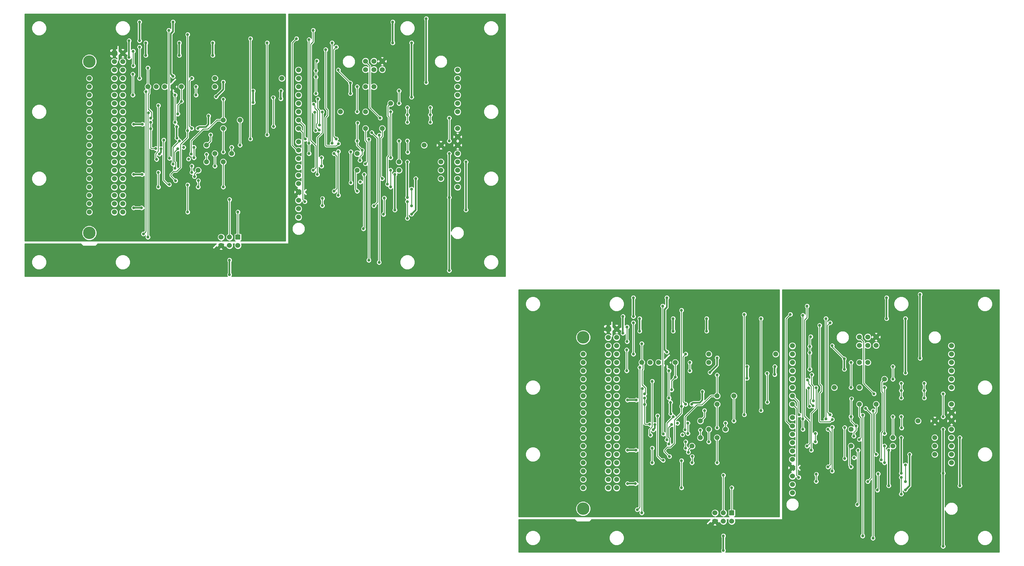
<source format=gbl>
G04 (created by PCBNEW (2013-jul-07)-stable) date Sat 02 May 2015 02:19:32 PM CEST*
%MOIN*%
G04 Gerber Fmt 3.4, Leading zero omitted, Abs format*
%FSLAX34Y34*%
G01*
G70*
G90*
G04 APERTURE LIST*
%ADD10C,0.00590551*%
%ADD11C,0.1495*%
%ADD12C,0.0590551*%
%ADD13C,0.06*%
%ADD14R,0.06X0.06*%
%ADD15C,0.035*%
%ADD16C,0.02*%
%ADD17C,0.01*%
G04 APERTURE END LIST*
G54D10*
G54D11*
X86000Y-46000D03*
X86000Y-66500D03*
G54D12*
X86000Y-61000D03*
X86000Y-63000D03*
X86000Y-58000D03*
X86000Y-50000D03*
X86000Y-52000D03*
X86000Y-54000D03*
X86000Y-56000D03*
X126000Y-56000D03*
X86000Y-59000D03*
X86000Y-57000D03*
X86000Y-55000D03*
X86000Y-53000D03*
X86000Y-51000D03*
X86000Y-49000D03*
X102000Y-58000D03*
X86000Y-60000D03*
X86000Y-62000D03*
X86000Y-64000D03*
X86000Y-48000D03*
X128000Y-60000D03*
X128000Y-59000D03*
X128000Y-58000D03*
X128000Y-56000D03*
X94000Y-49000D03*
X123000Y-58000D03*
X119000Y-52000D03*
X119000Y-49000D03*
X109000Y-48000D03*
X120000Y-49000D03*
X103000Y-57000D03*
X123000Y-59000D03*
X118000Y-57000D03*
X121000Y-54000D03*
X118000Y-59000D03*
X122000Y-51000D03*
X119000Y-54000D03*
X116000Y-52000D03*
X99000Y-59000D03*
X101000Y-57000D03*
X100000Y-58000D03*
X102000Y-53000D03*
X104000Y-53000D03*
X102000Y-54000D03*
X95000Y-49000D03*
X96000Y-49000D03*
X101000Y-48000D03*
X101000Y-49000D03*
X100000Y-56000D03*
X97000Y-49000D03*
X93000Y-49000D03*
G54D13*
X130000Y-61000D03*
X130000Y-60000D03*
X130000Y-59000D03*
X130000Y-58000D03*
X130000Y-57000D03*
X130000Y-56000D03*
X130000Y-55000D03*
X130000Y-54000D03*
X130000Y-52000D03*
X130000Y-51000D03*
X130000Y-50000D03*
X130000Y-49000D03*
X130000Y-48000D03*
X130000Y-47000D03*
X119000Y-46950D03*
X120000Y-46950D03*
X121000Y-46950D03*
X121000Y-45950D03*
X120000Y-45950D03*
X119000Y-45950D03*
X111000Y-47000D03*
X111000Y-48000D03*
X111000Y-49000D03*
X111000Y-50000D03*
X111000Y-51000D03*
X111000Y-52000D03*
X111000Y-53000D03*
X111000Y-54000D03*
X111000Y-55600D03*
X111000Y-56600D03*
X111000Y-57600D03*
X111000Y-58600D03*
X111000Y-59600D03*
X111000Y-60600D03*
X111000Y-61600D03*
X111000Y-62600D03*
X111000Y-63600D03*
X111000Y-64600D03*
G54D14*
X103750Y-67000D03*
G54D13*
X103750Y-68000D03*
X102750Y-67000D03*
X102750Y-68000D03*
X101750Y-67000D03*
X101750Y-68000D03*
G54D14*
X89000Y-45000D03*
G54D13*
X90000Y-45000D03*
X89000Y-50000D03*
X90000Y-46000D03*
X89000Y-51000D03*
X90000Y-47000D03*
X89000Y-52000D03*
X90000Y-48000D03*
X89000Y-53000D03*
X90000Y-49000D03*
X89000Y-54000D03*
X90000Y-50000D03*
X89000Y-55000D03*
X90000Y-51000D03*
X89000Y-56000D03*
X90000Y-52000D03*
X89000Y-57000D03*
X90000Y-53000D03*
X89000Y-58000D03*
X90000Y-54000D03*
X89000Y-59000D03*
X90000Y-55000D03*
X89000Y-60000D03*
X90000Y-56000D03*
X90000Y-57000D03*
X89000Y-61000D03*
X90000Y-58000D03*
X90000Y-60000D03*
X90000Y-61000D03*
X90000Y-62000D03*
X90000Y-63000D03*
X89000Y-62000D03*
X89000Y-63000D03*
X89000Y-46000D03*
X89000Y-47000D03*
X89000Y-48000D03*
X89000Y-49000D03*
X89000Y-64000D03*
X90000Y-64000D03*
X90000Y-59000D03*
G54D11*
X27000Y-13000D03*
X27000Y-33500D03*
G54D12*
X27000Y-28000D03*
X27000Y-30000D03*
X27000Y-25000D03*
X27000Y-17000D03*
X27000Y-19000D03*
X27000Y-21000D03*
X27000Y-23000D03*
X67000Y-23000D03*
X27000Y-26000D03*
X27000Y-24000D03*
X27000Y-22000D03*
X27000Y-20000D03*
X27000Y-18000D03*
X27000Y-16000D03*
X43000Y-25000D03*
X27000Y-27000D03*
X27000Y-29000D03*
X27000Y-31000D03*
X27000Y-15000D03*
X69000Y-27000D03*
X69000Y-26000D03*
X69000Y-25000D03*
X69000Y-23000D03*
X35000Y-16000D03*
X64000Y-25000D03*
X60000Y-19000D03*
X60000Y-16000D03*
X50000Y-15000D03*
X61000Y-16000D03*
X44000Y-24000D03*
X64000Y-26000D03*
X59000Y-24000D03*
X62000Y-21000D03*
X59000Y-26000D03*
X63000Y-18000D03*
X60000Y-21000D03*
X57000Y-19000D03*
X40000Y-26000D03*
X42000Y-24000D03*
X41000Y-25000D03*
X43000Y-20000D03*
X45000Y-20000D03*
X43000Y-21000D03*
X36000Y-16000D03*
X37000Y-16000D03*
X42000Y-15000D03*
X42000Y-16000D03*
X41000Y-23000D03*
X38000Y-16000D03*
X34000Y-16000D03*
G54D13*
X71000Y-28000D03*
X71000Y-27000D03*
X71000Y-26000D03*
X71000Y-25000D03*
X71000Y-24000D03*
X71000Y-23000D03*
X71000Y-22000D03*
X71000Y-21000D03*
X71000Y-19000D03*
X71000Y-18000D03*
X71000Y-17000D03*
X71000Y-16000D03*
X71000Y-15000D03*
X71000Y-14000D03*
X60000Y-13950D03*
X61000Y-13950D03*
X62000Y-13950D03*
X62000Y-12950D03*
X61000Y-12950D03*
X60000Y-12950D03*
X52000Y-14000D03*
X52000Y-15000D03*
X52000Y-16000D03*
X52000Y-17000D03*
X52000Y-18000D03*
X52000Y-19000D03*
X52000Y-20000D03*
X52000Y-21000D03*
X52000Y-22600D03*
X52000Y-23600D03*
X52000Y-24600D03*
X52000Y-25600D03*
X52000Y-26600D03*
X52000Y-27600D03*
X52000Y-28600D03*
X52000Y-29600D03*
X52000Y-30600D03*
X52000Y-31600D03*
G54D14*
X44750Y-34000D03*
G54D13*
X44750Y-35000D03*
X43750Y-34000D03*
X43750Y-35000D03*
X42750Y-34000D03*
X42750Y-35000D03*
G54D14*
X30000Y-12000D03*
G54D13*
X31000Y-12000D03*
X30000Y-17000D03*
X31000Y-13000D03*
X30000Y-18000D03*
X31000Y-14000D03*
X30000Y-19000D03*
X31000Y-15000D03*
X30000Y-20000D03*
X31000Y-16000D03*
X30000Y-21000D03*
X31000Y-17000D03*
X30000Y-22000D03*
X31000Y-18000D03*
X30000Y-23000D03*
X31000Y-19000D03*
X30000Y-24000D03*
X31000Y-20000D03*
X30000Y-25000D03*
X31000Y-21000D03*
X30000Y-26000D03*
X31000Y-22000D03*
X30000Y-27000D03*
X31000Y-23000D03*
X31000Y-24000D03*
X30000Y-28000D03*
X31000Y-25000D03*
X31000Y-27000D03*
X31000Y-28000D03*
X31000Y-29000D03*
X31000Y-30000D03*
X30000Y-29000D03*
X30000Y-30000D03*
X30000Y-13000D03*
X30000Y-14000D03*
X30000Y-15000D03*
X30000Y-16000D03*
X30000Y-31000D03*
X31000Y-31000D03*
X31000Y-26000D03*
G54D15*
X131000Y-58000D03*
X131000Y-63750D03*
X72000Y-25000D03*
X72000Y-30750D03*
X129000Y-71000D03*
X102750Y-71500D03*
X102750Y-69750D03*
X129000Y-55500D03*
X129000Y-52750D03*
X120750Y-52750D03*
X129000Y-62250D03*
X129000Y-57000D03*
X70000Y-38000D03*
X43750Y-38500D03*
X43750Y-36750D03*
X70000Y-22500D03*
X70000Y-19750D03*
X61750Y-19750D03*
X70000Y-29250D03*
X70000Y-24000D03*
X96000Y-47750D03*
X96000Y-41250D03*
X90750Y-45500D03*
X90750Y-43500D03*
X92000Y-43500D03*
X92000Y-41250D03*
X122250Y-43750D03*
X122250Y-41250D03*
X124500Y-50250D03*
X124500Y-43750D03*
X37000Y-14750D03*
X37000Y-8250D03*
X31750Y-12500D03*
X31750Y-10500D03*
X33000Y-10500D03*
X33000Y-8250D03*
X63250Y-10750D03*
X63250Y-8250D03*
X65500Y-17250D03*
X65500Y-10750D03*
X99000Y-61000D03*
X102000Y-61000D03*
X99027Y-60240D03*
X94250Y-61000D03*
X94250Y-59250D03*
X40000Y-28000D03*
X43000Y-28000D03*
X40027Y-27240D03*
X35250Y-28000D03*
X35250Y-26250D03*
X93944Y-56389D03*
X93326Y-53251D03*
X93322Y-54043D03*
X103000Y-56250D03*
X34944Y-23389D03*
X34326Y-20251D03*
X34322Y-21043D03*
X44000Y-23250D03*
X118984Y-58216D03*
X59984Y-25216D03*
X96775Y-55500D03*
X96000Y-58250D03*
X104000Y-56000D03*
X37775Y-22500D03*
X37000Y-25250D03*
X45000Y-23000D03*
X98250Y-48000D03*
X98250Y-54000D03*
X39250Y-15000D03*
X39250Y-21000D03*
X96250Y-53250D03*
X96250Y-50000D03*
X98750Y-50000D03*
X98750Y-49000D03*
X37250Y-20250D03*
X37250Y-17000D03*
X39750Y-17000D03*
X39750Y-16000D03*
X100488Y-54751D03*
X41488Y-21751D03*
X96574Y-52255D03*
X97000Y-50750D03*
X37574Y-19255D03*
X38000Y-17750D03*
X98562Y-59748D03*
X39562Y-26748D03*
X101000Y-58500D03*
X98250Y-58500D03*
X98250Y-59250D03*
X42000Y-25500D03*
X39250Y-25500D03*
X39250Y-26250D03*
X118000Y-61500D03*
X59000Y-28500D03*
X100000Y-57102D03*
X41000Y-24102D03*
X113826Y-52019D03*
X113250Y-59500D03*
X54826Y-19019D03*
X54250Y-26500D03*
X96570Y-56425D03*
X96250Y-58750D03*
X98500Y-56250D03*
X98500Y-57500D03*
X102003Y-56818D03*
X37570Y-23425D03*
X37250Y-25750D03*
X39500Y-23250D03*
X39500Y-24500D03*
X43003Y-23818D03*
X118338Y-57818D03*
X118590Y-56610D03*
X117200Y-49818D03*
X117188Y-48566D03*
X115750Y-47000D03*
X113078Y-49818D03*
X113181Y-45917D03*
X113070Y-47094D03*
X113078Y-47846D03*
X121149Y-64279D03*
X118370Y-60401D03*
X126750Y-53250D03*
X124011Y-52366D03*
X126750Y-51500D03*
X126744Y-52366D03*
X124000Y-53250D03*
X124000Y-55480D03*
X124039Y-56838D03*
X124000Y-51500D03*
X117996Y-55496D03*
X118055Y-53338D03*
X121240Y-62330D03*
X113838Y-63232D03*
X113850Y-62377D03*
X59338Y-24818D03*
X59590Y-23610D03*
X58200Y-16818D03*
X58188Y-15566D03*
X56750Y-14000D03*
X54078Y-16818D03*
X54181Y-12917D03*
X54070Y-14094D03*
X54078Y-14846D03*
X62149Y-31279D03*
X59370Y-27401D03*
X67750Y-20250D03*
X65011Y-19366D03*
X67750Y-18500D03*
X67744Y-19366D03*
X65000Y-20250D03*
X65000Y-22480D03*
X65039Y-23838D03*
X65000Y-18500D03*
X58996Y-22496D03*
X59055Y-20338D03*
X62240Y-29330D03*
X54838Y-30232D03*
X54850Y-29377D03*
X93350Y-52750D03*
X93000Y-46750D03*
X34350Y-19750D03*
X34000Y-13750D03*
X120000Y-63250D03*
X119750Y-54500D03*
X124500Y-63250D03*
X124500Y-61250D03*
X61000Y-30250D03*
X60750Y-21500D03*
X65500Y-30250D03*
X65500Y-28250D03*
X120622Y-70027D03*
X120622Y-54803D03*
X61622Y-37027D03*
X61622Y-21803D03*
X118750Y-66000D03*
X118842Y-59503D03*
X59750Y-33000D03*
X59842Y-26503D03*
X121614Y-60657D03*
X62614Y-27657D03*
X117240Y-56799D03*
X117250Y-60500D03*
X58240Y-23799D03*
X58250Y-27500D03*
X108000Y-53750D03*
X107976Y-50311D03*
X98185Y-57059D03*
X102000Y-50500D03*
X49000Y-20750D03*
X48976Y-17311D03*
X39185Y-24059D03*
X43000Y-17500D03*
X118000Y-52000D03*
X118000Y-49000D03*
X59000Y-19000D03*
X59000Y-16000D03*
X94250Y-51250D03*
X94043Y-57688D03*
X35250Y-18250D03*
X35043Y-24688D03*
X122500Y-59500D03*
X122500Y-63750D03*
X63500Y-26500D03*
X63500Y-30750D03*
X124000Y-58000D03*
X124000Y-62250D03*
X65000Y-25000D03*
X65000Y-29250D03*
X125000Y-60000D03*
X124500Y-64250D03*
X66000Y-27000D03*
X65500Y-31250D03*
X112750Y-59000D03*
X112750Y-42250D03*
X53750Y-26000D03*
X53750Y-9250D03*
X95500Y-42250D03*
X95586Y-57570D03*
X36500Y-9250D03*
X36586Y-24570D03*
X115250Y-61500D03*
X115250Y-57000D03*
X112250Y-57000D03*
X112250Y-43370D03*
X112250Y-55750D03*
X56250Y-28500D03*
X56250Y-24000D03*
X53250Y-24000D03*
X53250Y-10370D03*
X53250Y-22750D03*
X97750Y-42750D03*
X96311Y-60251D03*
X102750Y-62500D03*
X97750Y-54250D03*
X38750Y-9750D03*
X37311Y-27251D03*
X43750Y-29500D03*
X38750Y-21250D03*
X93000Y-67000D03*
X93086Y-52141D03*
X34000Y-34000D03*
X34086Y-19141D03*
X113750Y-58500D03*
X113750Y-57500D03*
X122000Y-57500D03*
X122000Y-52000D03*
X54750Y-25500D03*
X54750Y-24500D03*
X63000Y-24500D03*
X63000Y-19000D03*
X111807Y-55279D03*
X52807Y-22279D03*
X112940Y-52059D03*
X113039Y-54251D03*
X53940Y-19059D03*
X54039Y-21251D03*
X112799Y-51098D03*
X113480Y-54200D03*
X53799Y-18098D03*
X54480Y-21200D03*
X113307Y-50464D03*
X113500Y-53590D03*
X54307Y-17464D03*
X54500Y-20590D03*
X110750Y-43250D03*
X115750Y-56750D03*
X115750Y-62000D03*
X51750Y-10250D03*
X56750Y-23750D03*
X56750Y-29000D03*
X95559Y-60712D03*
X94889Y-55381D03*
X97750Y-60750D03*
X97750Y-64000D03*
X103750Y-64000D03*
X105250Y-43250D03*
X105250Y-55250D03*
X36559Y-27712D03*
X35889Y-22381D03*
X38750Y-27750D03*
X38750Y-31000D03*
X44750Y-31000D03*
X46250Y-10250D03*
X46250Y-22250D03*
X115755Y-55826D03*
X114250Y-44564D03*
X56755Y-22826D03*
X55250Y-11564D03*
X91250Y-46500D03*
X91250Y-44750D03*
X32250Y-13500D03*
X32250Y-11750D03*
X91200Y-47500D03*
X91200Y-50000D03*
X32200Y-14500D03*
X32200Y-17000D03*
X115500Y-55250D03*
X115500Y-44250D03*
X56500Y-22250D03*
X56500Y-11250D03*
X92000Y-44250D03*
X92000Y-48000D03*
X33000Y-11250D03*
X33000Y-15000D03*
X92468Y-66618D03*
X92767Y-49602D03*
X33468Y-33618D03*
X33767Y-16602D03*
X122000Y-59000D03*
X122000Y-61000D03*
X63000Y-26000D03*
X63000Y-28000D03*
X123000Y-55500D03*
X64000Y-22500D03*
X119389Y-69763D03*
X119389Y-55307D03*
X60389Y-36763D03*
X60389Y-22307D03*
X123000Y-49500D03*
X123000Y-51000D03*
X64000Y-16500D03*
X64000Y-18000D03*
X121000Y-60000D03*
X62000Y-27000D03*
X115000Y-55750D03*
X115000Y-43750D03*
X56000Y-22750D03*
X56000Y-10750D03*
X107250Y-54750D03*
X107250Y-43750D03*
X48250Y-21750D03*
X48250Y-10750D03*
X111750Y-62750D03*
X124000Y-64750D03*
X124000Y-62750D03*
X52750Y-29750D03*
X65000Y-31750D03*
X65000Y-29750D03*
X96488Y-57248D03*
X99750Y-50750D03*
X99750Y-52000D03*
X99750Y-54750D03*
X99637Y-53456D03*
X97484Y-55846D03*
X92291Y-55496D03*
X93750Y-56000D03*
X95157Y-49956D03*
X93500Y-50550D03*
X92350Y-51500D03*
X106921Y-51039D03*
X105559Y-51570D03*
X104901Y-51590D03*
X104750Y-46500D03*
X103500Y-46500D03*
X97401Y-47326D03*
X98086Y-47322D03*
X96500Y-45740D03*
X107614Y-51039D03*
X108370Y-51039D03*
X106750Y-41750D03*
X105688Y-46500D03*
X109250Y-51750D03*
X109250Y-54250D03*
X107750Y-56000D03*
X96000Y-54250D03*
X96000Y-55409D03*
X97250Y-62000D03*
X97500Y-57250D03*
X95750Y-60250D03*
X96250Y-62000D03*
X92300Y-65500D03*
X93450Y-65500D03*
X126250Y-48500D03*
X108500Y-41000D03*
X126250Y-40850D03*
X92300Y-61500D03*
X95877Y-51251D03*
X94250Y-45500D03*
X102250Y-65750D03*
X99248Y-55846D03*
X102500Y-60750D03*
X100250Y-60500D03*
X93500Y-62500D03*
X93500Y-60500D03*
X103500Y-49000D03*
X37488Y-24248D03*
X40750Y-17750D03*
X40750Y-19000D03*
X40750Y-21750D03*
X40637Y-20456D03*
X38484Y-22846D03*
X33291Y-22496D03*
X34750Y-23000D03*
X36157Y-16956D03*
X34500Y-17550D03*
X33350Y-18500D03*
X47921Y-18039D03*
X46559Y-18570D03*
X45901Y-18590D03*
X45750Y-13500D03*
X44500Y-13500D03*
X38401Y-14326D03*
X39086Y-14322D03*
X37500Y-12740D03*
X48614Y-18039D03*
X49370Y-18039D03*
X47750Y-8750D03*
X46688Y-13500D03*
X50250Y-18750D03*
X50250Y-21250D03*
X48750Y-23000D03*
X37000Y-21250D03*
X37000Y-22409D03*
X38250Y-29000D03*
X38500Y-24250D03*
X36750Y-27250D03*
X37250Y-29000D03*
X33300Y-32500D03*
X34450Y-32500D03*
X67250Y-15500D03*
X49500Y-8000D03*
X67250Y-7850D03*
X33300Y-28500D03*
X36877Y-18251D03*
X35250Y-12500D03*
X43250Y-32750D03*
X40248Y-22846D03*
X43500Y-27750D03*
X41250Y-27500D03*
X34500Y-29500D03*
X34500Y-27500D03*
X44500Y-16000D03*
X118755Y-58838D03*
X111027Y-54799D03*
X114637Y-53874D03*
X111838Y-51338D03*
X114641Y-52976D03*
X111834Y-52992D03*
X115700Y-51200D03*
X112011Y-58114D03*
X110250Y-58000D03*
X112500Y-61250D03*
X112476Y-62370D03*
X115614Y-45220D03*
X114618Y-46657D03*
X129750Y-64750D03*
X128250Y-61750D03*
X129750Y-61750D03*
X127250Y-69250D03*
X127250Y-65250D03*
X130000Y-69250D03*
X120000Y-67500D03*
X118750Y-67500D03*
X121250Y-67500D03*
X118283Y-62007D03*
X119929Y-58161D03*
X121299Y-61712D03*
X119913Y-61728D03*
X121200Y-58161D03*
X122468Y-56578D03*
X121511Y-54488D03*
X122440Y-54488D03*
X116500Y-58078D03*
X116511Y-57118D03*
X117250Y-53750D03*
X121468Y-56578D03*
X121511Y-55539D03*
X114633Y-51318D03*
X112783Y-54881D03*
X113433Y-46657D03*
X113629Y-51318D03*
X111822Y-46641D03*
X97750Y-69500D03*
X114527Y-69279D03*
X109996Y-69299D03*
X111858Y-45877D03*
X110661Y-45799D03*
X113732Y-55370D03*
X132500Y-51000D03*
X132500Y-50000D03*
X110750Y-41750D03*
X132000Y-48500D03*
X131750Y-47500D03*
X123250Y-60500D03*
X126000Y-62750D03*
X126000Y-61750D03*
X59755Y-25838D03*
X52027Y-21799D03*
X55637Y-20874D03*
X52838Y-18338D03*
X55641Y-19976D03*
X52834Y-19992D03*
X56700Y-18200D03*
X53011Y-25114D03*
X51250Y-25000D03*
X53500Y-28250D03*
X53476Y-29370D03*
X56614Y-12220D03*
X55618Y-13657D03*
X70750Y-31750D03*
X69250Y-28750D03*
X70750Y-28750D03*
X68250Y-36250D03*
X68250Y-32250D03*
X71000Y-36250D03*
X61000Y-34500D03*
X59750Y-34500D03*
X62250Y-34500D03*
X59283Y-29007D03*
X60929Y-25161D03*
X62299Y-28712D03*
X60913Y-28728D03*
X62200Y-25161D03*
X63468Y-23578D03*
X62511Y-21488D03*
X63440Y-21488D03*
X57500Y-25078D03*
X57511Y-24118D03*
X58250Y-20750D03*
X62468Y-23578D03*
X62511Y-22539D03*
X55633Y-18318D03*
X53783Y-21881D03*
X54433Y-13657D03*
X54629Y-18318D03*
X52822Y-13641D03*
X38750Y-36500D03*
X55527Y-36279D03*
X50996Y-36299D03*
X52858Y-12877D03*
X51661Y-12799D03*
X54732Y-22370D03*
X73500Y-18000D03*
X73500Y-17000D03*
X51750Y-8750D03*
X73000Y-15500D03*
X72750Y-14500D03*
X64250Y-27500D03*
X67000Y-29750D03*
X67000Y-28750D03*
X97858Y-57649D03*
X100250Y-52500D03*
X98956Y-53984D03*
X102003Y-48448D03*
X101149Y-50188D03*
X97275Y-56259D03*
X94559Y-56437D03*
X94377Y-57059D03*
X92750Y-45250D03*
X92750Y-43750D03*
X100750Y-43750D03*
X100750Y-45250D03*
X96750Y-45250D03*
X96750Y-43750D03*
X108901Y-49500D03*
X108881Y-50440D03*
X105578Y-50881D03*
X105578Y-49511D03*
X91300Y-63500D03*
X92250Y-63500D03*
X91300Y-59500D03*
X92300Y-59500D03*
X91300Y-53500D03*
X92350Y-53500D03*
X96437Y-53783D03*
X96472Y-55149D03*
X38858Y-24649D03*
X41250Y-19500D03*
X39956Y-20984D03*
X43003Y-15448D03*
X42149Y-17188D03*
X38275Y-23259D03*
X35559Y-23437D03*
X35377Y-24059D03*
X33750Y-12250D03*
X33750Y-10750D03*
X41750Y-10750D03*
X41750Y-12250D03*
X37750Y-12250D03*
X37750Y-10750D03*
X49901Y-16500D03*
X49881Y-17440D03*
X46578Y-17881D03*
X46578Y-16511D03*
X32300Y-30500D03*
X33250Y-30500D03*
X32300Y-26500D03*
X33300Y-26500D03*
X32300Y-20500D03*
X33350Y-20500D03*
X37437Y-20783D03*
X37472Y-22149D03*
G54D16*
X131000Y-63750D02*
X131000Y-58000D01*
X72000Y-30750D02*
X72000Y-25000D01*
X129000Y-62250D02*
X129000Y-71000D01*
X102750Y-69750D02*
X102750Y-71500D01*
G54D17*
X119000Y-45950D02*
X119000Y-46000D01*
X129000Y-52750D02*
X129000Y-55500D01*
X119500Y-51500D02*
X120750Y-52750D01*
X119500Y-46500D02*
X119500Y-51500D01*
X119000Y-46000D02*
X119500Y-46500D01*
G54D16*
X129000Y-57000D02*
X129000Y-62250D01*
X70000Y-29250D02*
X70000Y-38000D01*
X43750Y-36750D02*
X43750Y-38500D01*
G54D17*
X60000Y-12950D02*
X60000Y-13000D01*
X70000Y-19750D02*
X70000Y-22500D01*
X60500Y-18500D02*
X61750Y-19750D01*
X60500Y-13500D02*
X60500Y-18500D01*
X60000Y-13000D02*
X60500Y-13500D01*
G54D16*
X70000Y-24000D02*
X70000Y-29250D01*
X96000Y-41250D02*
X96000Y-42385D01*
X95730Y-47480D02*
X96000Y-47750D01*
X95730Y-42655D02*
X95730Y-47480D01*
X96000Y-42385D02*
X95730Y-42655D01*
X90750Y-45500D02*
X90750Y-43500D01*
X92000Y-43500D02*
X92000Y-41250D01*
X122250Y-43750D02*
X122250Y-41250D01*
X124500Y-50250D02*
X124500Y-43750D01*
X37000Y-8250D02*
X37000Y-9385D01*
X36730Y-14480D02*
X37000Y-14750D01*
X36730Y-9655D02*
X36730Y-14480D01*
X37000Y-9385D02*
X36730Y-9655D01*
X31750Y-12500D02*
X31750Y-10500D01*
X33000Y-10500D02*
X33000Y-8250D01*
X63250Y-10750D02*
X63250Y-8250D01*
X65500Y-17250D02*
X65500Y-10750D01*
G54D17*
X99000Y-61000D02*
X99027Y-60972D01*
X102000Y-58000D02*
X102000Y-61000D01*
X99027Y-60972D02*
X99027Y-60240D01*
X94250Y-59250D02*
X94250Y-61000D01*
X40000Y-28000D02*
X40027Y-27972D01*
X43000Y-25000D02*
X43000Y-28000D01*
X40027Y-27972D02*
X40027Y-27240D01*
X35250Y-26250D02*
X35250Y-28000D01*
X93322Y-54043D02*
X93322Y-56314D01*
X93397Y-56389D02*
X93944Y-56389D01*
X93322Y-56314D02*
X93397Y-56389D01*
X93322Y-53255D02*
X93326Y-53251D01*
X93322Y-54043D02*
X93322Y-53255D01*
X103000Y-56250D02*
X103000Y-57000D01*
X34322Y-21043D02*
X34322Y-23314D01*
X34397Y-23389D02*
X34944Y-23389D01*
X34322Y-23314D02*
X34397Y-23389D01*
X34322Y-20255D02*
X34326Y-20251D01*
X34322Y-21043D02*
X34322Y-20255D01*
X44000Y-23250D02*
X44000Y-24000D01*
X118984Y-58216D02*
X119209Y-57991D01*
X119000Y-55421D02*
X119000Y-54000D01*
X119209Y-55631D02*
X119000Y-55421D01*
X119209Y-57991D02*
X119209Y-55631D01*
X59984Y-25216D02*
X60209Y-24991D01*
X60000Y-22421D02*
X60000Y-21000D01*
X60209Y-22631D02*
X60000Y-22421D01*
X60209Y-24991D02*
X60209Y-22631D01*
X96000Y-56275D02*
X96775Y-55500D01*
X96000Y-58250D02*
X96000Y-56275D01*
X104000Y-56000D02*
X104000Y-53000D01*
X37000Y-23275D02*
X37775Y-22500D01*
X37000Y-25250D02*
X37000Y-23275D01*
X45000Y-23000D02*
X45000Y-20000D01*
X98250Y-48000D02*
X97930Y-48319D01*
X97930Y-53680D02*
X98250Y-54000D01*
X97930Y-48319D02*
X97930Y-53680D01*
X39250Y-15000D02*
X38930Y-15319D01*
X38930Y-20680D02*
X39250Y-21000D01*
X38930Y-15319D02*
X38930Y-20680D01*
X96250Y-50000D02*
X96250Y-53250D01*
X98750Y-49000D02*
X98750Y-50000D01*
X37250Y-17000D02*
X37250Y-20250D01*
X39750Y-16000D02*
X39750Y-17000D01*
X100488Y-55511D02*
X100000Y-56000D01*
X100488Y-54751D02*
X100488Y-55511D01*
X41488Y-22511D02*
X41000Y-23000D01*
X41488Y-21751D02*
X41488Y-22511D01*
X96566Y-51183D02*
X97000Y-50750D01*
X96566Y-52248D02*
X96566Y-51183D01*
X96574Y-52255D02*
X96566Y-52248D01*
X97000Y-50750D02*
X97000Y-49000D01*
X37566Y-18183D02*
X38000Y-17750D01*
X37566Y-19248D02*
X37566Y-18183D01*
X37574Y-19255D02*
X37566Y-19248D01*
X38000Y-17750D02*
X38000Y-16000D01*
X98562Y-59748D02*
X98562Y-59437D01*
X98562Y-59437D02*
X99000Y-59000D01*
X39562Y-26748D02*
X39562Y-26437D01*
X39562Y-26437D02*
X40000Y-26000D01*
X101000Y-58500D02*
X101000Y-57000D01*
X98250Y-59250D02*
X98250Y-58500D01*
X42000Y-25500D02*
X42000Y-24000D01*
X39250Y-26250D02*
X39250Y-25500D01*
X118000Y-59000D02*
X117803Y-59196D01*
X117803Y-61303D02*
X118000Y-61500D01*
X117803Y-59196D02*
X117803Y-61303D01*
X59000Y-26000D02*
X58803Y-26196D01*
X58803Y-28303D02*
X59000Y-28500D01*
X58803Y-26196D02*
X58803Y-28303D01*
X100000Y-57102D02*
X100000Y-58000D01*
X41000Y-24102D02*
X41000Y-25000D01*
X113826Y-54513D02*
X113826Y-52019D01*
X113250Y-55090D02*
X113826Y-54513D01*
X113250Y-55090D02*
X113250Y-59500D01*
X54826Y-21513D02*
X54826Y-19019D01*
X54250Y-22090D02*
X54826Y-21513D01*
X54250Y-22090D02*
X54250Y-26500D01*
X96570Y-56425D02*
X96180Y-56816D01*
X102000Y-54000D02*
X102003Y-56818D01*
X98500Y-57500D02*
X98500Y-56250D01*
X96311Y-58688D02*
X96250Y-58750D01*
X96311Y-58062D02*
X96311Y-58688D01*
X96180Y-57931D02*
X96311Y-58062D01*
X96180Y-56816D02*
X96180Y-57931D01*
X37570Y-23425D02*
X37180Y-23816D01*
X43000Y-21000D02*
X43003Y-23818D01*
X39500Y-24500D02*
X39500Y-23250D01*
X37311Y-25688D02*
X37250Y-25750D01*
X37311Y-25062D02*
X37311Y-25688D01*
X37180Y-24931D02*
X37311Y-25062D01*
X37180Y-23816D02*
X37180Y-24931D01*
X118338Y-57818D02*
X118338Y-57370D01*
X118590Y-57118D02*
X118590Y-56610D01*
X118338Y-57370D02*
X118590Y-57118D01*
X113078Y-47846D02*
X113078Y-49799D01*
G54D16*
X117188Y-49807D02*
X117200Y-49818D01*
G54D17*
X117188Y-48566D02*
X115750Y-47127D01*
X115750Y-47000D02*
X115750Y-47127D01*
G54D16*
X117188Y-48566D02*
X117188Y-49807D01*
G54D17*
X113070Y-47094D02*
X113078Y-47102D01*
X113181Y-45917D02*
X113070Y-46027D01*
X113070Y-46027D02*
X113070Y-47094D01*
X113078Y-47102D02*
X113078Y-47846D01*
X121240Y-62330D02*
X121240Y-64188D01*
X121149Y-64279D02*
X121240Y-64188D01*
X118370Y-60401D02*
X118370Y-60397D01*
X126744Y-52366D02*
X126744Y-53244D01*
X126744Y-53244D02*
X126750Y-53250D01*
X126750Y-52360D02*
X126750Y-51500D01*
X126744Y-52366D02*
X126750Y-52360D01*
X124011Y-52366D02*
X124011Y-51511D01*
X124011Y-53238D02*
X124011Y-52366D01*
X124000Y-53250D02*
X124011Y-53238D01*
X124000Y-55480D02*
X124039Y-55519D01*
X124039Y-55519D02*
X124039Y-56838D01*
X124011Y-51511D02*
X124000Y-51500D01*
X117996Y-56015D02*
X118590Y-56610D01*
X117996Y-55496D02*
X117996Y-56015D01*
X117996Y-53397D02*
X117996Y-55496D01*
X118055Y-53338D02*
X117996Y-53397D01*
X121240Y-62330D02*
X121248Y-62338D01*
X113838Y-62389D02*
X113838Y-63232D01*
X113850Y-62377D02*
X113838Y-62389D01*
X59338Y-24818D02*
X59338Y-24370D01*
X59590Y-24118D02*
X59590Y-23610D01*
X59338Y-24370D02*
X59590Y-24118D01*
X54078Y-14846D02*
X54078Y-16799D01*
G54D16*
X58188Y-16807D02*
X58200Y-16818D01*
G54D17*
X58188Y-15566D02*
X56750Y-14127D01*
X56750Y-14000D02*
X56750Y-14127D01*
G54D16*
X58188Y-15566D02*
X58188Y-16807D01*
G54D17*
X54070Y-14094D02*
X54078Y-14102D01*
X54181Y-12917D02*
X54070Y-13027D01*
X54070Y-13027D02*
X54070Y-14094D01*
X54078Y-14102D02*
X54078Y-14846D01*
X62240Y-29330D02*
X62240Y-31188D01*
X62149Y-31279D02*
X62240Y-31188D01*
X59370Y-27401D02*
X59370Y-27397D01*
X67744Y-19366D02*
X67744Y-20244D01*
X67744Y-20244D02*
X67750Y-20250D01*
X67750Y-19360D02*
X67750Y-18500D01*
X67744Y-19366D02*
X67750Y-19360D01*
X65011Y-19366D02*
X65011Y-18511D01*
X65011Y-20238D02*
X65011Y-19366D01*
X65000Y-20250D02*
X65011Y-20238D01*
X65000Y-22480D02*
X65039Y-22519D01*
X65039Y-22519D02*
X65039Y-23838D01*
X65011Y-18511D02*
X65000Y-18500D01*
X58996Y-23015D02*
X59590Y-23610D01*
X58996Y-22496D02*
X58996Y-23015D01*
X58996Y-20397D02*
X58996Y-22496D01*
X59055Y-20338D02*
X58996Y-20397D01*
X62240Y-29330D02*
X62248Y-29338D01*
X54838Y-29389D02*
X54838Y-30232D01*
X54850Y-29377D02*
X54838Y-29389D01*
X93450Y-52090D02*
X93450Y-52650D01*
X93450Y-52650D02*
X93350Y-52750D01*
X93150Y-49150D02*
X93000Y-49000D01*
X93150Y-49800D02*
X93150Y-49150D01*
X93050Y-49900D02*
X93150Y-49800D01*
X93050Y-51652D02*
X93050Y-49900D01*
X93450Y-52052D02*
X93050Y-51652D01*
X93450Y-52100D02*
X93450Y-52090D01*
X93450Y-52090D02*
X93450Y-52052D01*
X93000Y-49000D02*
X93000Y-46750D01*
X34450Y-19090D02*
X34450Y-19650D01*
X34450Y-19650D02*
X34350Y-19750D01*
X34150Y-16150D02*
X34000Y-16000D01*
X34150Y-16800D02*
X34150Y-16150D01*
X34050Y-16900D02*
X34150Y-16800D01*
X34050Y-18652D02*
X34050Y-16900D01*
X34450Y-19052D02*
X34050Y-18652D01*
X34450Y-19100D02*
X34450Y-19090D01*
X34450Y-19090D02*
X34450Y-19052D01*
X34000Y-16000D02*
X34000Y-13750D01*
X120442Y-55192D02*
X119750Y-54500D01*
X120000Y-63250D02*
X120442Y-62807D01*
X120442Y-62807D02*
X120442Y-55192D01*
X124500Y-61250D02*
X124500Y-63250D01*
X61442Y-22192D02*
X60750Y-21500D01*
X61000Y-30250D02*
X61442Y-29807D01*
X61442Y-29807D02*
X61442Y-22192D01*
X65500Y-28250D02*
X65500Y-30250D01*
X120622Y-54803D02*
X120622Y-70027D01*
X61622Y-21803D02*
X61622Y-37027D01*
X118842Y-59503D02*
X118842Y-65907D01*
X118842Y-65907D02*
X118750Y-66000D01*
X59842Y-26503D02*
X59842Y-32907D01*
X59842Y-32907D02*
X59750Y-33000D01*
X122000Y-51000D02*
X121657Y-51342D01*
X121614Y-57437D02*
X121614Y-60657D01*
X121819Y-57231D02*
X121614Y-57437D01*
X121819Y-52614D02*
X121819Y-57231D01*
X121657Y-52451D02*
X121819Y-52614D01*
X121657Y-51342D02*
X121657Y-52451D01*
X63000Y-18000D02*
X62657Y-18342D01*
X62614Y-24437D02*
X62614Y-27657D01*
X62819Y-24231D02*
X62614Y-24437D01*
X62819Y-19614D02*
X62819Y-24231D01*
X62657Y-19451D02*
X62819Y-19614D01*
X62657Y-18342D02*
X62657Y-19451D01*
X117250Y-60500D02*
X117250Y-56809D01*
X117250Y-56809D02*
X117240Y-56799D01*
X58250Y-27500D02*
X58250Y-23809D01*
X58250Y-23809D02*
X58240Y-23799D01*
X108000Y-53750D02*
X108000Y-50334D01*
X108000Y-50334D02*
X107976Y-50311D01*
X98185Y-57059D02*
X98185Y-55488D01*
X101255Y-53000D02*
X102000Y-53000D01*
X100177Y-54078D02*
X101255Y-53000D01*
X99594Y-54078D02*
X100177Y-54078D01*
X98185Y-55488D02*
X99594Y-54078D01*
X102000Y-50500D02*
X102000Y-53000D01*
X49000Y-20750D02*
X49000Y-17334D01*
X49000Y-17334D02*
X48976Y-17311D01*
X39185Y-24059D02*
X39185Y-22488D01*
X42255Y-20000D02*
X43000Y-20000D01*
X41177Y-21078D02*
X42255Y-20000D01*
X40594Y-21078D02*
X41177Y-21078D01*
X39185Y-22488D02*
X40594Y-21078D01*
X43000Y-17500D02*
X43000Y-20000D01*
X118000Y-49000D02*
X118000Y-52000D01*
X59000Y-16000D02*
X59000Y-19000D01*
X94250Y-56710D02*
X94250Y-51250D01*
X93937Y-57023D02*
X94250Y-56710D01*
X93937Y-57582D02*
X93937Y-57023D01*
X94043Y-57688D02*
X93937Y-57582D01*
X35250Y-23710D02*
X35250Y-18250D01*
X34937Y-24023D02*
X35250Y-23710D01*
X34937Y-24582D02*
X34937Y-24023D01*
X35043Y-24688D02*
X34937Y-24582D01*
G54D16*
X122500Y-63750D02*
X122500Y-59500D01*
X63500Y-30750D02*
X63500Y-26500D01*
X124000Y-62250D02*
X124000Y-58000D01*
X65000Y-29250D02*
X65000Y-25000D01*
X125000Y-63750D02*
X125000Y-60000D01*
X124500Y-64250D02*
X125000Y-63750D01*
X66000Y-30750D02*
X66000Y-27000D01*
X65500Y-31250D02*
X66000Y-30750D01*
G54D17*
X112750Y-42250D02*
X112750Y-43613D01*
X113069Y-58680D02*
X112750Y-59000D01*
X113069Y-56066D02*
X113069Y-58680D01*
X112430Y-55426D02*
X113069Y-56066D01*
X112430Y-43933D02*
X112430Y-55426D01*
X112750Y-43613D02*
X112430Y-43933D01*
X53750Y-9250D02*
X53750Y-10613D01*
X54069Y-25680D02*
X53750Y-26000D01*
X54069Y-23066D02*
X54069Y-25680D01*
X53430Y-22426D02*
X54069Y-23066D01*
X53430Y-10933D02*
X53430Y-22426D01*
X53750Y-10613D02*
X53430Y-10933D01*
X95500Y-42250D02*
X95500Y-57250D01*
X95500Y-57484D02*
X95500Y-57250D01*
X95586Y-57570D02*
X95500Y-57484D01*
X36500Y-9250D02*
X36500Y-24250D01*
X36500Y-24484D02*
X36500Y-24250D01*
X36586Y-24570D02*
X36500Y-24484D01*
X115250Y-57000D02*
X115569Y-57319D01*
X112250Y-57000D02*
X112250Y-55750D01*
X115569Y-61180D02*
X115250Y-61500D01*
X115569Y-57319D02*
X115569Y-61180D01*
X112250Y-55750D02*
X112250Y-43370D01*
X56250Y-24000D02*
X56569Y-24319D01*
X53250Y-24000D02*
X53250Y-22750D01*
X56569Y-28180D02*
X56250Y-28500D01*
X56569Y-24319D02*
X56569Y-28180D01*
X53250Y-22750D02*
X53250Y-10370D01*
X97750Y-42750D02*
X97750Y-54250D01*
X97750Y-54250D02*
X97750Y-55061D01*
X95736Y-59677D02*
X96311Y-60251D01*
X95736Y-59456D02*
X95736Y-59677D01*
X96062Y-59129D02*
X95736Y-59456D01*
X96437Y-59129D02*
X96062Y-59129D01*
X96901Y-58665D02*
X96437Y-59129D01*
X96901Y-55909D02*
X96901Y-58665D01*
X97750Y-55061D02*
X96901Y-55909D01*
X102750Y-67000D02*
X102750Y-62500D01*
X38750Y-9750D02*
X38750Y-21250D01*
X38750Y-21250D02*
X38750Y-22061D01*
X36736Y-26677D02*
X37311Y-27251D01*
X36736Y-26456D02*
X36736Y-26677D01*
X37062Y-26129D02*
X36736Y-26456D01*
X37437Y-26129D02*
X37062Y-26129D01*
X37901Y-25665D02*
X37437Y-26129D01*
X37901Y-22909D02*
X37901Y-25665D01*
X38750Y-22061D02*
X37901Y-22909D01*
X43750Y-34000D02*
X43750Y-29500D01*
X93086Y-52141D02*
X93000Y-52228D01*
X93000Y-52964D02*
X93000Y-67000D01*
X93000Y-52228D02*
X93000Y-52964D01*
X34086Y-19141D02*
X34000Y-19228D01*
X34000Y-19964D02*
X34000Y-34000D01*
X34000Y-19228D02*
X34000Y-19964D01*
X122000Y-52000D02*
X122000Y-57500D01*
X113750Y-58500D02*
X113750Y-57500D01*
X63000Y-19000D02*
X63000Y-24500D01*
X54750Y-25500D02*
X54750Y-24500D01*
X111680Y-53680D02*
X111680Y-55152D01*
X111680Y-55152D02*
X111807Y-55279D01*
X111680Y-53680D02*
X111000Y-53000D01*
X52680Y-20680D02*
X52680Y-22152D01*
X52680Y-22152D02*
X52807Y-22279D01*
X52680Y-20680D02*
X52000Y-20000D01*
X112940Y-54153D02*
X112940Y-52059D01*
X113039Y-54251D02*
X112940Y-54153D01*
X53940Y-21153D02*
X53940Y-19059D01*
X54039Y-21251D02*
X53940Y-21153D01*
X112799Y-51098D02*
X112948Y-51248D01*
X112948Y-51248D02*
X112948Y-51559D01*
X112948Y-51559D02*
X113251Y-51862D01*
X113251Y-51862D02*
X113251Y-53358D01*
X113251Y-53358D02*
X113141Y-53468D01*
X113141Y-53468D02*
X113141Y-53862D01*
X113141Y-53862D02*
X113480Y-54200D01*
X53799Y-18098D02*
X53948Y-18248D01*
X53948Y-18248D02*
X53948Y-18559D01*
X53948Y-18559D02*
X54251Y-18862D01*
X54251Y-18862D02*
X54251Y-20358D01*
X54251Y-20358D02*
X54141Y-20468D01*
X54141Y-20468D02*
X54141Y-20862D01*
X54141Y-20862D02*
X54480Y-21200D01*
X113307Y-50464D02*
X113259Y-50511D01*
X113259Y-50511D02*
X113259Y-51598D01*
X113500Y-51838D02*
X113500Y-53590D01*
X113259Y-51598D02*
X113500Y-51838D01*
X54307Y-17464D02*
X54259Y-17511D01*
X54259Y-17511D02*
X54259Y-18598D01*
X54500Y-18838D02*
X54500Y-20590D01*
X54259Y-18598D02*
X54500Y-18838D01*
X111000Y-56600D02*
X110850Y-56600D01*
X110250Y-43750D02*
X110750Y-43250D01*
X110250Y-56000D02*
X110250Y-43750D01*
X110850Y-56600D02*
X110250Y-56000D01*
X115750Y-62000D02*
X115750Y-56750D01*
X52000Y-23600D02*
X51850Y-23600D01*
X51250Y-10750D02*
X51750Y-10250D01*
X51250Y-23000D02*
X51250Y-10750D01*
X51850Y-23600D02*
X51250Y-23000D01*
X56750Y-29000D02*
X56750Y-23750D01*
X95389Y-60712D02*
X94866Y-60188D01*
X95559Y-60712D02*
X95389Y-60712D01*
X94889Y-55381D02*
X94866Y-55405D01*
X94866Y-55405D02*
X94866Y-60188D01*
X97750Y-60750D02*
X97750Y-64000D01*
X103750Y-64000D02*
X103750Y-67000D01*
X105250Y-55250D02*
X105250Y-43250D01*
X36389Y-27712D02*
X35866Y-27188D01*
X36559Y-27712D02*
X36389Y-27712D01*
X35889Y-22381D02*
X35866Y-22405D01*
X35866Y-22405D02*
X35866Y-27188D01*
X38750Y-27750D02*
X38750Y-31000D01*
X44750Y-31000D02*
X44750Y-34000D01*
X46250Y-22250D02*
X46250Y-10250D01*
X114250Y-51588D02*
X114409Y-51748D01*
X114250Y-51157D02*
X114250Y-51588D01*
X114468Y-51807D02*
X114409Y-51748D01*
X115475Y-56107D02*
X115755Y-55826D01*
X114250Y-56051D02*
X114250Y-52659D01*
X114306Y-56107D02*
X114250Y-56051D01*
X114306Y-56107D02*
X115475Y-56107D01*
X114468Y-51807D02*
X114468Y-52440D01*
X114468Y-52440D02*
X114250Y-52659D01*
X114250Y-51157D02*
X114250Y-44564D01*
X55250Y-18588D02*
X55409Y-18748D01*
X55250Y-18157D02*
X55250Y-18588D01*
X55468Y-18807D02*
X55409Y-18748D01*
X56475Y-23107D02*
X56755Y-22826D01*
X55250Y-23051D02*
X55250Y-19659D01*
X55306Y-23107D02*
X55250Y-23051D01*
X55306Y-23107D02*
X56475Y-23107D01*
X55468Y-18807D02*
X55468Y-19440D01*
X55468Y-19440D02*
X55250Y-19659D01*
X55250Y-18157D02*
X55250Y-11564D01*
X91250Y-46500D02*
X91250Y-44750D01*
X32250Y-13500D02*
X32250Y-11750D01*
X91200Y-50000D02*
X91200Y-47500D01*
X32200Y-17000D02*
X32200Y-14500D01*
X115500Y-55250D02*
X115180Y-54930D01*
X115180Y-44569D02*
X115500Y-44250D01*
X115180Y-54930D02*
X115180Y-44569D01*
X56500Y-22250D02*
X56180Y-21930D01*
X56180Y-11569D02*
X56500Y-11250D01*
X56180Y-21930D02*
X56180Y-11569D01*
X92000Y-44250D02*
X92000Y-48000D01*
X33000Y-11250D02*
X33000Y-15000D01*
X92767Y-66318D02*
X92468Y-66618D01*
X92767Y-49602D02*
X92767Y-66318D01*
X33767Y-33318D02*
X33468Y-33618D01*
X33767Y-16602D02*
X33767Y-33318D01*
X122000Y-61000D02*
X122000Y-59000D01*
X63000Y-28000D02*
X63000Y-26000D01*
X123000Y-55500D02*
X123000Y-58000D01*
X64000Y-22500D02*
X64000Y-25000D01*
X119389Y-55307D02*
X119389Y-69763D01*
X60389Y-22307D02*
X60389Y-36763D01*
X123000Y-51000D02*
X123000Y-49500D01*
X64000Y-18000D02*
X64000Y-16500D01*
X121000Y-60000D02*
X120802Y-59802D01*
X121000Y-54948D02*
X121000Y-54000D01*
X120802Y-55146D02*
X121000Y-54948D01*
X120802Y-59802D02*
X120802Y-55146D01*
X62000Y-27000D02*
X61802Y-26802D01*
X62000Y-21948D02*
X62000Y-21000D01*
X61802Y-22146D02*
X62000Y-21948D01*
X61802Y-26802D02*
X61802Y-22146D01*
X115000Y-55750D02*
X115000Y-43750D01*
X56000Y-22750D02*
X56000Y-10750D01*
X107250Y-43750D02*
X107250Y-54750D01*
X48250Y-10750D02*
X48250Y-21750D01*
X111000Y-54000D02*
X111500Y-54500D01*
X111500Y-62500D02*
X111750Y-62750D01*
X111500Y-54500D02*
X111500Y-62500D01*
X124000Y-62750D02*
X124000Y-64750D01*
X52000Y-21000D02*
X52500Y-21500D01*
X52500Y-29500D02*
X52750Y-29750D01*
X52500Y-21500D02*
X52500Y-29500D01*
X65000Y-29750D02*
X65000Y-31750D01*
G54D16*
X99750Y-52000D02*
X99750Y-50750D01*
X99637Y-53456D02*
X99750Y-53344D01*
X99750Y-53344D02*
X99750Y-52000D01*
X99649Y-53468D02*
X99649Y-53503D01*
X99637Y-53456D02*
X99649Y-53468D01*
X97500Y-57250D02*
X97838Y-56911D01*
X97838Y-56200D02*
X97484Y-55846D01*
X97838Y-56911D02*
X97838Y-56200D01*
X97500Y-55862D02*
X97484Y-55846D01*
X92350Y-51500D02*
X91299Y-51500D01*
X94093Y-49956D02*
X95157Y-49956D01*
X93500Y-50550D02*
X94093Y-49956D01*
X91326Y-55496D02*
X92291Y-55496D01*
X90759Y-54929D02*
X91326Y-55496D01*
X90759Y-52051D02*
X90759Y-54929D01*
X91299Y-51511D02*
X90759Y-52051D01*
X91299Y-51500D02*
X91299Y-51511D01*
X104901Y-51590D02*
X104750Y-51438D01*
X106921Y-51039D02*
X106389Y-51570D01*
X106389Y-51570D02*
X105559Y-51570D01*
X104750Y-51438D02*
X104750Y-46500D01*
X103500Y-46500D02*
X104750Y-46500D01*
X98086Y-47322D02*
X98909Y-46500D01*
X96000Y-48728D02*
X97401Y-47326D01*
X96000Y-48728D02*
X96000Y-49000D01*
X98909Y-46500D02*
X103500Y-46500D01*
X109250Y-51750D02*
X109080Y-51750D01*
X109080Y-51750D02*
X108370Y-51039D01*
X106750Y-41750D02*
X106750Y-45438D01*
X106750Y-45438D02*
X105688Y-46500D01*
X105720Y-46468D02*
X105720Y-46421D01*
X105688Y-46500D02*
X105720Y-46468D01*
X109250Y-54250D02*
X109250Y-51750D01*
X109250Y-54250D02*
X109250Y-55438D01*
X108688Y-56000D02*
X107750Y-56000D01*
X109250Y-55438D02*
X108688Y-56000D01*
X96000Y-54250D02*
X95877Y-54127D01*
X95877Y-54127D02*
X95877Y-51251D01*
X96000Y-55409D02*
X96000Y-54250D01*
X97250Y-62000D02*
X97250Y-57500D01*
X96250Y-62000D02*
X97250Y-62000D01*
X97250Y-57500D02*
X97500Y-57250D01*
X95750Y-60250D02*
X96250Y-60750D01*
X96250Y-60750D02*
X96250Y-62000D01*
X96250Y-62000D02*
X96250Y-65200D01*
X95950Y-65500D02*
X93450Y-65500D01*
X96250Y-65200D02*
X95950Y-65500D01*
X126250Y-48500D02*
X126250Y-40850D01*
X95877Y-51251D02*
X95877Y-49122D01*
X95877Y-49122D02*
X96000Y-49000D01*
X40750Y-19000D02*
X40750Y-17750D01*
X40637Y-20456D02*
X40750Y-20344D01*
X40750Y-20344D02*
X40750Y-19000D01*
X40649Y-20468D02*
X40649Y-20503D01*
X40637Y-20456D02*
X40649Y-20468D01*
X38500Y-24250D02*
X38838Y-23911D01*
X38838Y-23200D02*
X38484Y-22846D01*
X38838Y-23911D02*
X38838Y-23200D01*
X38500Y-22862D02*
X38484Y-22846D01*
X33350Y-18500D02*
X32299Y-18500D01*
X35093Y-16956D02*
X36157Y-16956D01*
X34500Y-17550D02*
X35093Y-16956D01*
X32326Y-22496D02*
X33291Y-22496D01*
X31759Y-21929D02*
X32326Y-22496D01*
X31759Y-19051D02*
X31759Y-21929D01*
X32299Y-18511D02*
X31759Y-19051D01*
X32299Y-18500D02*
X32299Y-18511D01*
X45901Y-18590D02*
X45750Y-18438D01*
X47921Y-18039D02*
X47389Y-18570D01*
X47389Y-18570D02*
X46559Y-18570D01*
X45750Y-18438D02*
X45750Y-13500D01*
X44500Y-13500D02*
X45750Y-13500D01*
X39086Y-14322D02*
X39909Y-13500D01*
X37000Y-15728D02*
X38401Y-14326D01*
X37000Y-15728D02*
X37000Y-16000D01*
X39909Y-13500D02*
X44500Y-13500D01*
X50250Y-18750D02*
X50080Y-18750D01*
X50080Y-18750D02*
X49370Y-18039D01*
X47750Y-8750D02*
X47750Y-12438D01*
X47750Y-12438D02*
X46688Y-13500D01*
X46720Y-13468D02*
X46720Y-13421D01*
X46688Y-13500D02*
X46720Y-13468D01*
X50250Y-21250D02*
X50250Y-18750D01*
X50250Y-21250D02*
X50250Y-22438D01*
X49688Y-23000D02*
X48750Y-23000D01*
X50250Y-22438D02*
X49688Y-23000D01*
X37000Y-21250D02*
X36877Y-21127D01*
X36877Y-21127D02*
X36877Y-18251D01*
X37000Y-22409D02*
X37000Y-21250D01*
X38250Y-29000D02*
X38250Y-24500D01*
X37250Y-29000D02*
X38250Y-29000D01*
X38250Y-24500D02*
X38500Y-24250D01*
X36750Y-27250D02*
X37250Y-27750D01*
X37250Y-27750D02*
X37250Y-29000D01*
X37250Y-29000D02*
X37250Y-32200D01*
X36950Y-32500D02*
X34450Y-32500D01*
X37250Y-32200D02*
X36950Y-32500D01*
X67250Y-15500D02*
X67250Y-7850D01*
X36877Y-18251D02*
X36877Y-16122D01*
X36877Y-16122D02*
X37000Y-16000D01*
G54D17*
X111838Y-51338D02*
X111838Y-52988D01*
X111838Y-52988D02*
X111834Y-52992D01*
X111000Y-61600D02*
X110311Y-60911D01*
X112011Y-58114D02*
X112003Y-58114D01*
X110311Y-58061D02*
X110250Y-58000D01*
X110311Y-60911D02*
X110311Y-58061D01*
X112500Y-61250D02*
X112476Y-61273D01*
X112476Y-61273D02*
X112476Y-62370D01*
X129750Y-64750D02*
X129750Y-61750D01*
X127250Y-69250D02*
X127250Y-65250D01*
X118279Y-62007D02*
X118275Y-62003D01*
X118283Y-62007D02*
X118279Y-62007D01*
X119929Y-58161D02*
X119913Y-58177D01*
X119913Y-58177D02*
X119913Y-61728D01*
X121200Y-56846D02*
X121200Y-58161D01*
X121468Y-56578D02*
X121200Y-56846D01*
X116500Y-58078D02*
X116511Y-58066D01*
X116511Y-58066D02*
X116511Y-57118D01*
X121468Y-55582D02*
X121468Y-56578D01*
X121511Y-55539D02*
X121468Y-55582D01*
X114633Y-51311D02*
X114625Y-51303D01*
X114633Y-51318D02*
X114633Y-51311D01*
X112783Y-54881D02*
X112779Y-54877D01*
X113433Y-46657D02*
X113629Y-46854D01*
X113629Y-46854D02*
X113629Y-51318D01*
X111858Y-45877D02*
X111858Y-46606D01*
X111858Y-46606D02*
X111822Y-46641D01*
G54D16*
X111858Y-45877D02*
X111858Y-45870D01*
G54D17*
X52838Y-18338D02*
X52838Y-19988D01*
X52838Y-19988D02*
X52834Y-19992D01*
X52000Y-28600D02*
X51311Y-27911D01*
X53011Y-25114D02*
X53003Y-25114D01*
X51311Y-25061D02*
X51250Y-25000D01*
X51311Y-27911D02*
X51311Y-25061D01*
X53500Y-28250D02*
X53476Y-28273D01*
X53476Y-28273D02*
X53476Y-29370D01*
X70750Y-31750D02*
X70750Y-28750D01*
X68250Y-36250D02*
X68250Y-32250D01*
X59279Y-29007D02*
X59275Y-29003D01*
X59283Y-29007D02*
X59279Y-29007D01*
X60929Y-25161D02*
X60913Y-25177D01*
X60913Y-25177D02*
X60913Y-28728D01*
X62200Y-23846D02*
X62200Y-25161D01*
X62468Y-23578D02*
X62200Y-23846D01*
X57500Y-25078D02*
X57511Y-25066D01*
X57511Y-25066D02*
X57511Y-24118D01*
X62468Y-22582D02*
X62468Y-23578D01*
X62511Y-22539D02*
X62468Y-22582D01*
X55633Y-18311D02*
X55625Y-18303D01*
X55633Y-18318D02*
X55633Y-18311D01*
X53783Y-21881D02*
X53779Y-21877D01*
X54433Y-13657D02*
X54629Y-13854D01*
X54629Y-13854D02*
X54629Y-18318D01*
X52858Y-12877D02*
X52858Y-13606D01*
X52858Y-13606D02*
X52822Y-13641D01*
G54D16*
X52858Y-12877D02*
X52858Y-12870D01*
G54D17*
X97858Y-57649D02*
X97870Y-57637D01*
X97870Y-57637D02*
X97870Y-57629D01*
G54D16*
X100250Y-53500D02*
X99927Y-53822D01*
X100250Y-52500D02*
X100250Y-53500D01*
X102003Y-48448D02*
X102003Y-49334D01*
X102003Y-49334D02*
X101149Y-50188D01*
X99118Y-53822D02*
X98956Y-53984D01*
X99927Y-53822D02*
X99118Y-53822D01*
X94559Y-56437D02*
X94559Y-56877D01*
X94559Y-56877D02*
X94377Y-57059D01*
X92750Y-43750D02*
X92750Y-45250D01*
X100750Y-45250D02*
X100750Y-43750D01*
X96750Y-43750D02*
X96750Y-45250D01*
X108901Y-49500D02*
X108881Y-49519D01*
X108881Y-49519D02*
X108881Y-50440D01*
X105578Y-49511D02*
X105578Y-50881D01*
X92250Y-63500D02*
X91300Y-63500D01*
X92300Y-59500D02*
X91300Y-59500D01*
X92350Y-53500D02*
X91300Y-53500D01*
X96437Y-53783D02*
X96437Y-55114D01*
X96437Y-55114D02*
X96472Y-55149D01*
G54D17*
X38858Y-24649D02*
X38870Y-24637D01*
X38870Y-24637D02*
X38870Y-24629D01*
G54D16*
X41250Y-20500D02*
X40927Y-20822D01*
X41250Y-19500D02*
X41250Y-20500D01*
X43003Y-15448D02*
X43003Y-16334D01*
X43003Y-16334D02*
X42149Y-17188D01*
X40118Y-20822D02*
X39956Y-20984D01*
X40927Y-20822D02*
X40118Y-20822D01*
X35559Y-23437D02*
X35559Y-23877D01*
X35559Y-23877D02*
X35377Y-24059D01*
X33750Y-10750D02*
X33750Y-12250D01*
X41750Y-12250D02*
X41750Y-10750D01*
X37750Y-10750D02*
X37750Y-12250D01*
X49901Y-16500D02*
X49881Y-16519D01*
X49881Y-16519D02*
X49881Y-17440D01*
X46578Y-16511D02*
X46578Y-17881D01*
X33250Y-30500D02*
X32300Y-30500D01*
X33300Y-26500D02*
X32300Y-26500D01*
X33350Y-20500D02*
X32300Y-20500D01*
X37437Y-20783D02*
X37437Y-22114D01*
X37437Y-22114D02*
X37472Y-22149D01*
G54D10*
G36*
X96450Y-55474D02*
X96450Y-55542D01*
X95858Y-56134D01*
X95815Y-56199D01*
X95800Y-56275D01*
X95800Y-57324D01*
X95770Y-57295D01*
X95700Y-57266D01*
X95700Y-57250D01*
X95700Y-49484D01*
X96002Y-49787D01*
X95974Y-49815D01*
X95925Y-49935D01*
X95924Y-50064D01*
X95974Y-50183D01*
X96050Y-50259D01*
X96050Y-52990D01*
X95974Y-53065D01*
X95925Y-53185D01*
X95924Y-53314D01*
X95974Y-53433D01*
X96065Y-53525D01*
X96185Y-53574D01*
X96185Y-53574D01*
X96161Y-53599D01*
X96112Y-53718D01*
X96111Y-53847D01*
X96161Y-53967D01*
X96187Y-53993D01*
X96187Y-54989D01*
X96147Y-55084D01*
X96147Y-55213D01*
X96196Y-55333D01*
X96288Y-55424D01*
X96407Y-55474D01*
X96450Y-55474D01*
X96450Y-55474D01*
G37*
G54D17*
X96450Y-55474D02*
X96450Y-55542D01*
X95858Y-56134D01*
X95815Y-56199D01*
X95800Y-56275D01*
X95800Y-57324D01*
X95770Y-57295D01*
X95700Y-57266D01*
X95700Y-57250D01*
X95700Y-49484D01*
X96002Y-49787D01*
X95974Y-49815D01*
X95925Y-49935D01*
X95924Y-50064D01*
X95974Y-50183D01*
X96050Y-50259D01*
X96050Y-52990D01*
X95974Y-53065D01*
X95925Y-53185D01*
X95924Y-53314D01*
X95974Y-53433D01*
X96065Y-53525D01*
X96185Y-53574D01*
X96185Y-53574D01*
X96161Y-53599D01*
X96112Y-53718D01*
X96111Y-53847D01*
X96161Y-53967D01*
X96187Y-53993D01*
X96187Y-54989D01*
X96147Y-55084D01*
X96147Y-55213D01*
X96196Y-55333D01*
X96288Y-55424D01*
X96407Y-55474D01*
X96450Y-55474D01*
G54D10*
G36*
X96701Y-58582D02*
X96575Y-58709D01*
X96575Y-58685D01*
X96525Y-58566D01*
X96511Y-58551D01*
X96511Y-58062D01*
X96495Y-57986D01*
X96495Y-57986D01*
X96481Y-57964D01*
X96452Y-57921D01*
X96452Y-57921D01*
X96380Y-57849D01*
X96380Y-56898D01*
X96528Y-56750D01*
X96635Y-56750D01*
X96701Y-56722D01*
X96701Y-58582D01*
X96701Y-58582D01*
G37*
G54D17*
X96701Y-58582D02*
X96575Y-58709D01*
X96575Y-58685D01*
X96525Y-58566D01*
X96511Y-58551D01*
X96511Y-58062D01*
X96495Y-57986D01*
X96495Y-57986D01*
X96481Y-57964D01*
X96452Y-57921D01*
X96452Y-57921D01*
X96380Y-57849D01*
X96380Y-56898D01*
X96528Y-56750D01*
X96635Y-56750D01*
X96701Y-56722D01*
X96701Y-58582D01*
G54D10*
G36*
X109450Y-67450D02*
X109445Y-67450D01*
X109445Y-47911D01*
X109377Y-47748D01*
X109252Y-47622D01*
X109088Y-47554D01*
X108911Y-47554D01*
X108748Y-47622D01*
X108622Y-47747D01*
X108554Y-47911D01*
X108554Y-48088D01*
X108622Y-48251D01*
X108747Y-48377D01*
X108911Y-48445D01*
X109088Y-48445D01*
X109251Y-48377D01*
X109377Y-48252D01*
X109445Y-48088D01*
X109445Y-47911D01*
X109445Y-67450D01*
X109226Y-67450D01*
X109226Y-49435D01*
X109177Y-49316D01*
X109085Y-49224D01*
X108966Y-49175D01*
X108837Y-49174D01*
X108717Y-49224D01*
X108626Y-49315D01*
X108576Y-49435D01*
X108576Y-49564D01*
X108625Y-49683D01*
X108631Y-49689D01*
X108631Y-50231D01*
X108606Y-50256D01*
X108556Y-50376D01*
X108556Y-50505D01*
X108606Y-50624D01*
X108697Y-50716D01*
X108816Y-50765D01*
X108946Y-50766D01*
X109065Y-50716D01*
X109157Y-50625D01*
X109206Y-50505D01*
X109206Y-50376D01*
X109157Y-50257D01*
X109131Y-50231D01*
X109131Y-49729D01*
X109176Y-49684D01*
X109226Y-49564D01*
X109226Y-49435D01*
X109226Y-67450D01*
X108325Y-67450D01*
X108325Y-53685D01*
X108275Y-53566D01*
X108200Y-53490D01*
X108200Y-50547D01*
X108251Y-50495D01*
X108301Y-50375D01*
X108301Y-50246D01*
X108252Y-50127D01*
X108160Y-50035D01*
X108041Y-49986D01*
X107912Y-49985D01*
X107792Y-50035D01*
X107701Y-50126D01*
X107651Y-50246D01*
X107651Y-50375D01*
X107700Y-50494D01*
X107792Y-50586D01*
X107800Y-50589D01*
X107800Y-53490D01*
X107724Y-53565D01*
X107675Y-53685D01*
X107674Y-53814D01*
X107724Y-53933D01*
X107815Y-54025D01*
X107935Y-54074D01*
X108064Y-54075D01*
X108183Y-54025D01*
X108275Y-53934D01*
X108324Y-53814D01*
X108325Y-53685D01*
X108325Y-67450D01*
X107575Y-67450D01*
X107575Y-54685D01*
X107525Y-54566D01*
X107450Y-54490D01*
X107450Y-44009D01*
X107525Y-43934D01*
X107574Y-43814D01*
X107575Y-43685D01*
X107525Y-43566D01*
X107434Y-43474D01*
X107314Y-43425D01*
X107185Y-43424D01*
X107066Y-43474D01*
X106974Y-43565D01*
X106925Y-43685D01*
X106924Y-43814D01*
X106974Y-43933D01*
X107050Y-44009D01*
X107050Y-54490D01*
X106974Y-54565D01*
X106925Y-54685D01*
X106924Y-54814D01*
X106974Y-54933D01*
X107065Y-55025D01*
X107185Y-55074D01*
X107314Y-55075D01*
X107433Y-55025D01*
X107525Y-54934D01*
X107574Y-54814D01*
X107575Y-54685D01*
X107575Y-67450D01*
X105903Y-67450D01*
X105903Y-50817D01*
X105854Y-50698D01*
X105828Y-50672D01*
X105828Y-49721D01*
X105854Y-49696D01*
X105903Y-49576D01*
X105903Y-49447D01*
X105854Y-49327D01*
X105763Y-49236D01*
X105643Y-49186D01*
X105514Y-49186D01*
X105450Y-49213D01*
X105450Y-43509D01*
X105525Y-43434D01*
X105574Y-43314D01*
X105575Y-43185D01*
X105525Y-43066D01*
X105434Y-42974D01*
X105314Y-42925D01*
X105185Y-42924D01*
X105066Y-42974D01*
X104974Y-43065D01*
X104925Y-43185D01*
X104924Y-43314D01*
X104974Y-43433D01*
X105050Y-43509D01*
X105050Y-54990D01*
X104974Y-55065D01*
X104925Y-55185D01*
X104924Y-55314D01*
X104974Y-55433D01*
X105065Y-55525D01*
X105185Y-55574D01*
X105314Y-55575D01*
X105433Y-55525D01*
X105525Y-55434D01*
X105574Y-55314D01*
X105575Y-55185D01*
X105525Y-55066D01*
X105450Y-54990D01*
X105450Y-51180D01*
X105513Y-51206D01*
X105643Y-51206D01*
X105762Y-51157D01*
X105854Y-51066D01*
X105903Y-50946D01*
X105903Y-50817D01*
X105903Y-67450D01*
X104445Y-67450D01*
X104445Y-52911D01*
X104377Y-52748D01*
X104252Y-52622D01*
X104088Y-52554D01*
X103911Y-52554D01*
X103748Y-52622D01*
X103622Y-52747D01*
X103554Y-52911D01*
X103554Y-53088D01*
X103622Y-53251D01*
X103747Y-53377D01*
X103800Y-53399D01*
X103800Y-55740D01*
X103724Y-55815D01*
X103675Y-55935D01*
X103674Y-56064D01*
X103724Y-56183D01*
X103815Y-56275D01*
X103935Y-56324D01*
X104064Y-56325D01*
X104183Y-56275D01*
X104275Y-56184D01*
X104324Y-56064D01*
X104325Y-55935D01*
X104275Y-55816D01*
X104200Y-55740D01*
X104200Y-53399D01*
X104251Y-53377D01*
X104377Y-53252D01*
X104445Y-53088D01*
X104445Y-52911D01*
X104445Y-67450D01*
X104079Y-67450D01*
X104134Y-67427D01*
X104177Y-67385D01*
X104199Y-67329D01*
X104200Y-67270D01*
X104200Y-66670D01*
X104177Y-66615D01*
X104135Y-66572D01*
X104079Y-66550D01*
X104020Y-66549D01*
X103950Y-66549D01*
X103950Y-64259D01*
X104025Y-64184D01*
X104074Y-64064D01*
X104075Y-63935D01*
X104025Y-63816D01*
X103934Y-63724D01*
X103814Y-63675D01*
X103685Y-63674D01*
X103566Y-63724D01*
X103474Y-63815D01*
X103445Y-63886D01*
X103445Y-56911D01*
X103377Y-56748D01*
X103252Y-56622D01*
X103200Y-56600D01*
X103200Y-56509D01*
X103275Y-56434D01*
X103324Y-56314D01*
X103325Y-56185D01*
X103275Y-56066D01*
X103184Y-55974D01*
X103064Y-55925D01*
X102935Y-55924D01*
X102816Y-55974D01*
X102724Y-56065D01*
X102675Y-56185D01*
X102674Y-56314D01*
X102724Y-56433D01*
X102800Y-56509D01*
X102800Y-56600D01*
X102748Y-56622D01*
X102622Y-56747D01*
X102554Y-56911D01*
X102554Y-57088D01*
X102622Y-57251D01*
X102747Y-57377D01*
X102911Y-57445D01*
X103088Y-57445D01*
X103251Y-57377D01*
X103377Y-57252D01*
X103445Y-57088D01*
X103445Y-56911D01*
X103445Y-63886D01*
X103425Y-63935D01*
X103424Y-64064D01*
X103474Y-64183D01*
X103550Y-64259D01*
X103550Y-66549D01*
X103420Y-66549D01*
X103365Y-66572D01*
X103322Y-66614D01*
X103300Y-66670D01*
X103299Y-66729D01*
X103299Y-67329D01*
X103322Y-67384D01*
X103364Y-67427D01*
X103420Y-67449D01*
X103449Y-67450D01*
X102839Y-67450D01*
X103004Y-67381D01*
X103131Y-67255D01*
X103199Y-67089D01*
X103200Y-66910D01*
X103131Y-66745D01*
X103005Y-66618D01*
X102950Y-66595D01*
X102950Y-62759D01*
X103025Y-62684D01*
X103074Y-62564D01*
X103075Y-62435D01*
X103025Y-62316D01*
X102934Y-62224D01*
X102814Y-62175D01*
X102685Y-62174D01*
X102566Y-62224D01*
X102474Y-62315D01*
X102445Y-62386D01*
X102445Y-57911D01*
X102445Y-53911D01*
X102445Y-52911D01*
X102377Y-52748D01*
X102328Y-52699D01*
X102328Y-48384D01*
X102279Y-48264D01*
X102188Y-48173D01*
X102068Y-48123D01*
X101939Y-48123D01*
X101820Y-48173D01*
X101728Y-48264D01*
X101678Y-48383D01*
X101678Y-48513D01*
X101728Y-48632D01*
X101753Y-48658D01*
X101753Y-49231D01*
X101445Y-49539D01*
X101445Y-48911D01*
X101445Y-47911D01*
X101377Y-47748D01*
X101252Y-47622D01*
X101088Y-47554D01*
X101075Y-47554D01*
X101075Y-45185D01*
X101025Y-45066D01*
X101000Y-45040D01*
X101000Y-43959D01*
X101025Y-43934D01*
X101074Y-43814D01*
X101075Y-43685D01*
X101025Y-43566D01*
X100934Y-43474D01*
X100814Y-43425D01*
X100685Y-43424D01*
X100566Y-43474D01*
X100474Y-43565D01*
X100425Y-43685D01*
X100424Y-43814D01*
X100474Y-43933D01*
X100500Y-43959D01*
X100500Y-45040D01*
X100474Y-45065D01*
X100425Y-45185D01*
X100424Y-45314D01*
X100474Y-45433D01*
X100565Y-45525D01*
X100685Y-45574D01*
X100814Y-45575D01*
X100933Y-45525D01*
X101025Y-45434D01*
X101074Y-45314D01*
X101075Y-45185D01*
X101075Y-47554D01*
X100911Y-47554D01*
X100748Y-47622D01*
X100622Y-47747D01*
X100554Y-47911D01*
X100554Y-48088D01*
X100622Y-48251D01*
X100747Y-48377D01*
X100911Y-48445D01*
X101088Y-48445D01*
X101251Y-48377D01*
X101377Y-48252D01*
X101445Y-48088D01*
X101445Y-47911D01*
X101445Y-48911D01*
X101377Y-48748D01*
X101252Y-48622D01*
X101088Y-48554D01*
X100911Y-48554D01*
X100748Y-48622D01*
X100622Y-48747D01*
X100554Y-48911D01*
X100554Y-49088D01*
X100622Y-49251D01*
X100747Y-49377D01*
X100911Y-49445D01*
X101088Y-49445D01*
X101251Y-49377D01*
X101377Y-49252D01*
X101445Y-49088D01*
X101445Y-48911D01*
X101445Y-49539D01*
X101121Y-49863D01*
X101085Y-49863D01*
X100965Y-49913D01*
X100874Y-50004D01*
X100824Y-50124D01*
X100824Y-50253D01*
X100873Y-50372D01*
X100965Y-50464D01*
X101084Y-50513D01*
X101213Y-50514D01*
X101333Y-50464D01*
X101424Y-50373D01*
X101474Y-50253D01*
X101474Y-50217D01*
X102180Y-49511D01*
X102234Y-49430D01*
X102234Y-49430D01*
X102253Y-49334D01*
X102253Y-48658D01*
X102279Y-48633D01*
X102328Y-48513D01*
X102328Y-48384D01*
X102328Y-52699D01*
X102252Y-52622D01*
X102200Y-52600D01*
X102200Y-50759D01*
X102275Y-50684D01*
X102324Y-50564D01*
X102325Y-50435D01*
X102275Y-50316D01*
X102184Y-50224D01*
X102064Y-50175D01*
X101935Y-50174D01*
X101816Y-50224D01*
X101724Y-50315D01*
X101675Y-50435D01*
X101674Y-50564D01*
X101724Y-50683D01*
X101800Y-50759D01*
X101800Y-52600D01*
X101748Y-52622D01*
X101622Y-52747D01*
X101600Y-52800D01*
X101255Y-52800D01*
X101179Y-52815D01*
X101114Y-52858D01*
X100500Y-53473D01*
X100500Y-52709D01*
X100525Y-52684D01*
X100574Y-52564D01*
X100575Y-52435D01*
X100525Y-52316D01*
X100434Y-52224D01*
X100314Y-52175D01*
X100185Y-52174D01*
X100066Y-52224D01*
X99974Y-52315D01*
X99925Y-52435D01*
X99924Y-52564D01*
X99974Y-52683D01*
X100000Y-52709D01*
X100000Y-53396D01*
X99823Y-53572D01*
X99118Y-53572D01*
X99075Y-53581D01*
X99075Y-49935D01*
X99025Y-49816D01*
X98950Y-49740D01*
X98950Y-49259D01*
X99025Y-49184D01*
X99074Y-49064D01*
X99075Y-48935D01*
X99025Y-48816D01*
X98934Y-48724D01*
X98814Y-48675D01*
X98685Y-48674D01*
X98566Y-48724D01*
X98474Y-48815D01*
X98425Y-48935D01*
X98424Y-49064D01*
X98474Y-49183D01*
X98550Y-49259D01*
X98550Y-49740D01*
X98474Y-49815D01*
X98425Y-49935D01*
X98424Y-50064D01*
X98474Y-50183D01*
X98565Y-50275D01*
X98685Y-50324D01*
X98814Y-50325D01*
X98933Y-50275D01*
X99025Y-50184D01*
X99074Y-50064D01*
X99075Y-49935D01*
X99075Y-53581D01*
X99022Y-53591D01*
X98941Y-53646D01*
X98941Y-53646D01*
X98928Y-53659D01*
X98892Y-53659D01*
X98772Y-53708D01*
X98681Y-53799D01*
X98631Y-53919D01*
X98631Y-54048D01*
X98681Y-54168D01*
X98772Y-54259D01*
X98891Y-54309D01*
X99021Y-54309D01*
X99123Y-54267D01*
X98575Y-54815D01*
X98575Y-53935D01*
X98525Y-53816D01*
X98434Y-53724D01*
X98314Y-53675D01*
X98207Y-53674D01*
X98130Y-53597D01*
X98130Y-48402D01*
X98207Y-48324D01*
X98314Y-48325D01*
X98433Y-48275D01*
X98525Y-48184D01*
X98574Y-48064D01*
X98575Y-47935D01*
X98525Y-47816D01*
X98434Y-47724D01*
X98314Y-47675D01*
X98185Y-47674D01*
X98066Y-47724D01*
X97974Y-47815D01*
X97950Y-47874D01*
X97950Y-43009D01*
X98025Y-42934D01*
X98074Y-42814D01*
X98075Y-42685D01*
X98025Y-42566D01*
X97934Y-42474D01*
X97814Y-42425D01*
X97685Y-42424D01*
X97566Y-42474D01*
X97474Y-42565D01*
X97425Y-42685D01*
X97424Y-42814D01*
X97474Y-42933D01*
X97550Y-43009D01*
X97550Y-53990D01*
X97474Y-54065D01*
X97425Y-54185D01*
X97424Y-54314D01*
X97474Y-54433D01*
X97550Y-54509D01*
X97550Y-54978D01*
X97098Y-55429D01*
X97051Y-55316D01*
X96959Y-55224D01*
X96840Y-55175D01*
X96797Y-55175D01*
X96797Y-55085D01*
X96748Y-54965D01*
X96687Y-54904D01*
X96687Y-53993D01*
X96712Y-53967D01*
X96761Y-53848D01*
X96762Y-53719D01*
X96712Y-53599D01*
X96621Y-53508D01*
X96501Y-53458D01*
X96501Y-53458D01*
X96525Y-53434D01*
X96574Y-53314D01*
X96575Y-53185D01*
X96525Y-53066D01*
X96450Y-52990D01*
X96450Y-52555D01*
X96509Y-52580D01*
X96639Y-52580D01*
X96758Y-52531D01*
X96850Y-52440D01*
X96899Y-52320D01*
X96899Y-52191D01*
X96850Y-52072D01*
X96766Y-51988D01*
X96766Y-51265D01*
X96957Y-51074D01*
X97064Y-51075D01*
X97183Y-51025D01*
X97275Y-50934D01*
X97324Y-50814D01*
X97325Y-50685D01*
X97275Y-50566D01*
X97200Y-50490D01*
X97200Y-49399D01*
X97251Y-49377D01*
X97377Y-49252D01*
X97445Y-49088D01*
X97445Y-48911D01*
X97377Y-48748D01*
X97252Y-48622D01*
X97088Y-48554D01*
X97075Y-48554D01*
X97075Y-45185D01*
X97025Y-45066D01*
X97000Y-45040D01*
X97000Y-43959D01*
X97025Y-43934D01*
X97074Y-43814D01*
X97075Y-43685D01*
X97025Y-43566D01*
X96934Y-43474D01*
X96814Y-43425D01*
X96685Y-43424D01*
X96566Y-43474D01*
X96474Y-43565D01*
X96425Y-43685D01*
X96424Y-43814D01*
X96474Y-43933D01*
X96500Y-43959D01*
X96500Y-45040D01*
X96474Y-45065D01*
X96425Y-45185D01*
X96424Y-45314D01*
X96474Y-45433D01*
X96565Y-45525D01*
X96685Y-45574D01*
X96814Y-45575D01*
X96933Y-45525D01*
X97025Y-45434D01*
X97074Y-45314D01*
X97075Y-45185D01*
X97075Y-48554D01*
X96911Y-48554D01*
X96748Y-48622D01*
X96622Y-48747D01*
X96554Y-48911D01*
X96554Y-48977D01*
X96520Y-48804D01*
X96437Y-48771D01*
X96228Y-48980D01*
X96208Y-49000D01*
X96437Y-49228D01*
X96520Y-49195D01*
X96554Y-48987D01*
X96554Y-49088D01*
X96622Y-49251D01*
X96747Y-49377D01*
X96800Y-49399D01*
X96800Y-50490D01*
X96724Y-50565D01*
X96675Y-50685D01*
X96674Y-50792D01*
X96450Y-51017D01*
X96450Y-50259D01*
X96525Y-50184D01*
X96574Y-50064D01*
X96575Y-49935D01*
X96525Y-49816D01*
X96434Y-49724D01*
X96314Y-49675D01*
X96257Y-49675D01*
X96228Y-49646D01*
X96118Y-49535D01*
X96195Y-49520D01*
X96228Y-49437D01*
X96000Y-49208D01*
X95895Y-49313D01*
X95700Y-49117D01*
X95700Y-49091D01*
X95791Y-49000D01*
X95700Y-48908D01*
X95700Y-48882D01*
X95895Y-48686D01*
X96000Y-48791D01*
X96228Y-48562D01*
X96195Y-48479D01*
X96115Y-48466D01*
X96462Y-48119D01*
X96279Y-47935D01*
X95700Y-48515D01*
X95700Y-47875D01*
X95724Y-47933D01*
X95815Y-48025D01*
X95935Y-48074D01*
X96064Y-48075D01*
X96183Y-48025D01*
X96275Y-47934D01*
X96324Y-47814D01*
X96325Y-47685D01*
X96275Y-47566D01*
X96184Y-47474D01*
X96064Y-47425D01*
X96028Y-47425D01*
X95980Y-47376D01*
X95980Y-42759D01*
X96176Y-42562D01*
X96176Y-42562D01*
X96176Y-42562D01*
X96230Y-42481D01*
X96230Y-42481D01*
X96246Y-42404D01*
X96250Y-42385D01*
X96249Y-42385D01*
X96250Y-42385D01*
X96250Y-41459D01*
X96275Y-41434D01*
X96324Y-41314D01*
X96325Y-41185D01*
X96275Y-41066D01*
X96184Y-40974D01*
X96064Y-40925D01*
X95935Y-40924D01*
X95816Y-40974D01*
X95724Y-41065D01*
X95675Y-41185D01*
X95674Y-41314D01*
X95724Y-41433D01*
X95750Y-41459D01*
X95750Y-42040D01*
X95684Y-41974D01*
X95564Y-41925D01*
X95435Y-41924D01*
X95316Y-41974D01*
X95224Y-42065D01*
X95175Y-42185D01*
X95174Y-42314D01*
X95224Y-42433D01*
X95300Y-42509D01*
X95300Y-48670D01*
X95252Y-48622D01*
X95171Y-48589D01*
X95119Y-48537D01*
X95097Y-48558D01*
X95088Y-48554D01*
X94911Y-48554D01*
X94748Y-48622D01*
X94622Y-48747D01*
X94554Y-48911D01*
X94554Y-49088D01*
X94622Y-49251D01*
X94747Y-49377D01*
X94911Y-49445D01*
X95088Y-49445D01*
X95097Y-49441D01*
X95119Y-49462D01*
X95171Y-49410D01*
X95251Y-49377D01*
X95300Y-49329D01*
X95300Y-57250D01*
X95300Y-57413D01*
X95261Y-57505D01*
X95261Y-57635D01*
X95310Y-57754D01*
X95402Y-57846D01*
X95521Y-57895D01*
X95650Y-57895D01*
X95770Y-57846D01*
X95800Y-57817D01*
X95800Y-57990D01*
X95724Y-58065D01*
X95675Y-58185D01*
X95674Y-58314D01*
X95724Y-58433D01*
X95815Y-58525D01*
X95935Y-58574D01*
X95970Y-58574D01*
X95925Y-58685D01*
X95924Y-58814D01*
X95974Y-58933D01*
X95985Y-58945D01*
X95921Y-58988D01*
X95594Y-59315D01*
X95551Y-59380D01*
X95536Y-59456D01*
X95536Y-59677D01*
X95551Y-59753D01*
X95594Y-59818D01*
X95986Y-60209D01*
X95985Y-60316D01*
X96035Y-60435D01*
X96126Y-60527D01*
X96246Y-60576D01*
X96375Y-60577D01*
X96494Y-60527D01*
X96586Y-60436D01*
X96635Y-60316D01*
X96636Y-60187D01*
X96586Y-60068D01*
X96495Y-59976D01*
X96375Y-59927D01*
X96268Y-59926D01*
X95936Y-59594D01*
X95936Y-59539D01*
X96145Y-59329D01*
X96437Y-59329D01*
X96513Y-59314D01*
X96578Y-59271D01*
X97042Y-58806D01*
X97086Y-58741D01*
X97101Y-58665D01*
X97101Y-56539D01*
X97210Y-56584D01*
X97339Y-56584D01*
X97459Y-56535D01*
X97550Y-56444D01*
X97600Y-56324D01*
X97600Y-56195D01*
X97551Y-56075D01*
X97459Y-55984D01*
X97340Y-55934D01*
X97211Y-55934D01*
X97122Y-55971D01*
X97891Y-55202D01*
X97934Y-55137D01*
X97934Y-55137D01*
X97937Y-55124D01*
X97949Y-55061D01*
X97950Y-55061D01*
X97950Y-54509D01*
X98025Y-54434D01*
X98074Y-54314D01*
X98074Y-54279D01*
X98185Y-54324D01*
X98314Y-54325D01*
X98433Y-54275D01*
X98525Y-54184D01*
X98574Y-54064D01*
X98575Y-53935D01*
X98575Y-54815D01*
X98043Y-55346D01*
X98000Y-55411D01*
X97985Y-55488D01*
X97985Y-56799D01*
X97909Y-56874D01*
X97860Y-56994D01*
X97859Y-57123D01*
X97909Y-57242D01*
X98000Y-57334D01*
X98120Y-57383D01*
X98196Y-57384D01*
X98175Y-57435D01*
X98174Y-57564D01*
X98224Y-57683D01*
X98315Y-57775D01*
X98435Y-57824D01*
X98564Y-57825D01*
X98683Y-57775D01*
X98775Y-57684D01*
X98824Y-57564D01*
X98825Y-57435D01*
X98775Y-57316D01*
X98700Y-57240D01*
X98700Y-56509D01*
X98775Y-56434D01*
X98824Y-56314D01*
X98825Y-56185D01*
X98775Y-56066D01*
X98684Y-55974D01*
X98564Y-55925D01*
X98435Y-55924D01*
X98385Y-55945D01*
X98385Y-55571D01*
X99677Y-54278D01*
X100177Y-54278D01*
X100253Y-54263D01*
X100318Y-54220D01*
X101338Y-53200D01*
X101600Y-53200D01*
X101622Y-53251D01*
X101747Y-53377D01*
X101911Y-53445D01*
X102088Y-53445D01*
X102251Y-53377D01*
X102377Y-53252D01*
X102445Y-53088D01*
X102445Y-52911D01*
X102445Y-53911D01*
X102377Y-53748D01*
X102252Y-53622D01*
X102088Y-53554D01*
X101911Y-53554D01*
X101748Y-53622D01*
X101622Y-53747D01*
X101554Y-53911D01*
X101554Y-54088D01*
X101622Y-54251D01*
X101747Y-54377D01*
X101800Y-54399D01*
X101804Y-56558D01*
X101728Y-56634D01*
X101678Y-56753D01*
X101678Y-56883D01*
X101728Y-57002D01*
X101819Y-57094D01*
X101939Y-57143D01*
X102068Y-57143D01*
X102187Y-57094D01*
X102279Y-57003D01*
X102328Y-56883D01*
X102328Y-56754D01*
X102279Y-56635D01*
X102204Y-56559D01*
X102200Y-54398D01*
X102251Y-54377D01*
X102377Y-54252D01*
X102445Y-54088D01*
X102445Y-53911D01*
X102445Y-57911D01*
X102377Y-57748D01*
X102252Y-57622D01*
X102088Y-57554D01*
X101911Y-57554D01*
X101748Y-57622D01*
X101622Y-57747D01*
X101554Y-57911D01*
X101554Y-58088D01*
X101622Y-58251D01*
X101747Y-58377D01*
X101800Y-58399D01*
X101800Y-60740D01*
X101724Y-60815D01*
X101675Y-60935D01*
X101674Y-61064D01*
X101724Y-61183D01*
X101815Y-61275D01*
X101935Y-61324D01*
X102064Y-61325D01*
X102183Y-61275D01*
X102275Y-61184D01*
X102324Y-61064D01*
X102325Y-60935D01*
X102275Y-60816D01*
X102200Y-60740D01*
X102200Y-58399D01*
X102251Y-58377D01*
X102377Y-58252D01*
X102445Y-58088D01*
X102445Y-57911D01*
X102445Y-62386D01*
X102425Y-62435D01*
X102424Y-62564D01*
X102474Y-62683D01*
X102550Y-62759D01*
X102550Y-66595D01*
X102495Y-66618D01*
X102368Y-66744D01*
X102300Y-66910D01*
X102299Y-67089D01*
X102368Y-67254D01*
X102494Y-67381D01*
X102660Y-67449D01*
X102750Y-67450D01*
X101839Y-67450D01*
X102004Y-67381D01*
X102131Y-67255D01*
X102199Y-67089D01*
X102200Y-66910D01*
X102131Y-66745D01*
X102005Y-66618D01*
X101839Y-66550D01*
X101660Y-66549D01*
X101495Y-66618D01*
X101445Y-66668D01*
X101445Y-56911D01*
X101377Y-56748D01*
X101252Y-56622D01*
X101088Y-56554D01*
X100911Y-56554D01*
X100813Y-56595D01*
X100813Y-54687D01*
X100763Y-54568D01*
X100672Y-54476D01*
X100553Y-54427D01*
X100423Y-54426D01*
X100304Y-54476D01*
X100212Y-54567D01*
X100163Y-54687D01*
X100163Y-54816D01*
X100212Y-54935D01*
X100288Y-55011D01*
X100288Y-55428D01*
X100140Y-55576D01*
X100088Y-55554D01*
X99911Y-55554D01*
X99748Y-55622D01*
X99622Y-55747D01*
X99554Y-55911D01*
X99554Y-56088D01*
X99622Y-56251D01*
X99747Y-56377D01*
X99911Y-56445D01*
X100088Y-56445D01*
X100251Y-56377D01*
X100377Y-56252D01*
X100445Y-56088D01*
X100445Y-55911D01*
X100423Y-55859D01*
X100629Y-55653D01*
X100629Y-55653D01*
X100658Y-55609D01*
X100672Y-55588D01*
X100672Y-55588D01*
X100688Y-55511D01*
X100688Y-55511D01*
X100688Y-55011D01*
X100763Y-54936D01*
X100813Y-54816D01*
X100813Y-54687D01*
X100813Y-56595D01*
X100748Y-56622D01*
X100622Y-56747D01*
X100554Y-56911D01*
X100554Y-57088D01*
X100622Y-57251D01*
X100747Y-57377D01*
X100800Y-57399D01*
X100800Y-58240D01*
X100724Y-58315D01*
X100675Y-58435D01*
X100674Y-58564D01*
X100724Y-58683D01*
X100815Y-58775D01*
X100935Y-58824D01*
X101064Y-58825D01*
X101183Y-58775D01*
X101275Y-58684D01*
X101324Y-58564D01*
X101325Y-58435D01*
X101275Y-58316D01*
X101200Y-58240D01*
X101200Y-57399D01*
X101251Y-57377D01*
X101377Y-57252D01*
X101445Y-57088D01*
X101445Y-56911D01*
X101445Y-66668D01*
X101368Y-66744D01*
X101300Y-66910D01*
X101299Y-67089D01*
X101368Y-67254D01*
X101494Y-67381D01*
X101660Y-67449D01*
X101750Y-67450D01*
X100445Y-67450D01*
X100445Y-57911D01*
X100377Y-57748D01*
X100252Y-57622D01*
X100200Y-57600D01*
X100200Y-57361D01*
X100275Y-57286D01*
X100324Y-57167D01*
X100325Y-57037D01*
X100275Y-56918D01*
X100184Y-56827D01*
X100064Y-56777D01*
X99935Y-56777D01*
X99816Y-56826D01*
X99724Y-56918D01*
X99675Y-57037D01*
X99674Y-57166D01*
X99724Y-57286D01*
X99800Y-57362D01*
X99800Y-57600D01*
X99748Y-57622D01*
X99622Y-57747D01*
X99554Y-57911D01*
X99554Y-58088D01*
X99622Y-58251D01*
X99747Y-58377D01*
X99911Y-58445D01*
X100088Y-58445D01*
X100251Y-58377D01*
X100377Y-58252D01*
X100445Y-58088D01*
X100445Y-57911D01*
X100445Y-67450D01*
X99445Y-67450D01*
X99445Y-58911D01*
X99377Y-58748D01*
X99252Y-58622D01*
X99088Y-58554D01*
X98911Y-58554D01*
X98748Y-58622D01*
X98622Y-58747D01*
X98554Y-58911D01*
X98554Y-59088D01*
X98576Y-59140D01*
X98562Y-59154D01*
X98525Y-59066D01*
X98450Y-58990D01*
X98450Y-58759D01*
X98525Y-58684D01*
X98574Y-58564D01*
X98575Y-58435D01*
X98525Y-58316D01*
X98434Y-58224D01*
X98314Y-58175D01*
X98185Y-58174D01*
X98183Y-58175D01*
X98183Y-57585D01*
X98133Y-57465D01*
X98042Y-57374D01*
X97923Y-57324D01*
X97793Y-57324D01*
X97674Y-57373D01*
X97582Y-57465D01*
X97533Y-57584D01*
X97533Y-57713D01*
X97582Y-57833D01*
X97673Y-57924D01*
X97793Y-57974D01*
X97922Y-57974D01*
X98042Y-57925D01*
X98133Y-57833D01*
X98183Y-57714D01*
X98183Y-57585D01*
X98183Y-58175D01*
X98066Y-58224D01*
X97974Y-58315D01*
X97925Y-58435D01*
X97924Y-58564D01*
X97974Y-58683D01*
X98050Y-58759D01*
X98050Y-58990D01*
X97974Y-59065D01*
X97925Y-59185D01*
X97924Y-59314D01*
X97974Y-59433D01*
X98065Y-59525D01*
X98185Y-59574D01*
X98282Y-59575D01*
X98238Y-59683D01*
X98237Y-59812D01*
X98287Y-59931D01*
X98378Y-60023D01*
X98498Y-60072D01*
X98627Y-60073D01*
X98746Y-60023D01*
X98838Y-59932D01*
X98887Y-59812D01*
X98888Y-59683D01*
X98838Y-59564D01*
X98778Y-59504D01*
X98859Y-59423D01*
X98911Y-59445D01*
X99088Y-59445D01*
X99251Y-59377D01*
X99377Y-59252D01*
X99445Y-59088D01*
X99445Y-58911D01*
X99445Y-67450D01*
X99352Y-67450D01*
X99352Y-60175D01*
X99303Y-60056D01*
X99211Y-59964D01*
X99092Y-59915D01*
X98963Y-59915D01*
X98843Y-59964D01*
X98752Y-60055D01*
X98702Y-60175D01*
X98702Y-60304D01*
X98751Y-60424D01*
X98827Y-60499D01*
X98827Y-60719D01*
X98816Y-60724D01*
X98724Y-60815D01*
X98675Y-60935D01*
X98674Y-61064D01*
X98724Y-61183D01*
X98815Y-61275D01*
X98935Y-61324D01*
X99064Y-61325D01*
X99183Y-61275D01*
X99275Y-61184D01*
X99324Y-61064D01*
X99325Y-60935D01*
X99275Y-60816D01*
X99227Y-60767D01*
X99227Y-60499D01*
X99302Y-60424D01*
X99352Y-60305D01*
X99352Y-60175D01*
X99352Y-67450D01*
X98075Y-67450D01*
X98075Y-63935D01*
X98025Y-63816D01*
X97950Y-63740D01*
X97950Y-61009D01*
X98025Y-60934D01*
X98074Y-60814D01*
X98075Y-60685D01*
X98025Y-60566D01*
X97934Y-60474D01*
X97814Y-60425D01*
X97685Y-60424D01*
X97566Y-60474D01*
X97474Y-60565D01*
X97425Y-60685D01*
X97424Y-60814D01*
X97474Y-60933D01*
X97550Y-61009D01*
X97550Y-63740D01*
X97474Y-63815D01*
X97425Y-63935D01*
X97424Y-64064D01*
X97474Y-64183D01*
X97565Y-64275D01*
X97685Y-64324D01*
X97814Y-64325D01*
X97933Y-64275D01*
X98025Y-64184D01*
X98074Y-64064D01*
X98075Y-63935D01*
X98075Y-67450D01*
X95884Y-67450D01*
X95884Y-60648D01*
X95834Y-60528D01*
X95743Y-60437D01*
X95623Y-60387D01*
X95494Y-60387D01*
X95390Y-60430D01*
X95066Y-60106D01*
X95066Y-55660D01*
X95073Y-55657D01*
X95165Y-55566D01*
X95214Y-55446D01*
X95214Y-55317D01*
X95165Y-55198D01*
X95074Y-55106D01*
X94954Y-55056D01*
X94825Y-55056D01*
X94705Y-55106D01*
X94614Y-55197D01*
X94564Y-55316D01*
X94564Y-55446D01*
X94614Y-55565D01*
X94666Y-55617D01*
X94666Y-56129D01*
X94623Y-56112D01*
X94494Y-56111D01*
X94450Y-56130D01*
X94450Y-51509D01*
X94525Y-51434D01*
X94574Y-51314D01*
X94575Y-51185D01*
X94525Y-51066D01*
X94445Y-50985D01*
X94445Y-48911D01*
X94377Y-48748D01*
X94252Y-48622D01*
X94088Y-48554D01*
X93911Y-48554D01*
X93748Y-48622D01*
X93622Y-48747D01*
X93554Y-48911D01*
X93554Y-49088D01*
X93622Y-49251D01*
X93747Y-49377D01*
X93911Y-49445D01*
X94088Y-49445D01*
X94251Y-49377D01*
X94377Y-49252D01*
X94445Y-49088D01*
X94445Y-48911D01*
X94445Y-50985D01*
X94434Y-50974D01*
X94314Y-50925D01*
X94185Y-50924D01*
X94066Y-50974D01*
X93974Y-51065D01*
X93925Y-51185D01*
X93924Y-51314D01*
X93974Y-51433D01*
X94050Y-51509D01*
X94050Y-56081D01*
X94009Y-56064D01*
X93880Y-56064D01*
X93761Y-56114D01*
X93685Y-56189D01*
X93522Y-56189D01*
X93522Y-54302D01*
X93598Y-54227D01*
X93647Y-54108D01*
X93647Y-53978D01*
X93598Y-53859D01*
X93522Y-53783D01*
X93522Y-53515D01*
X93602Y-53436D01*
X93651Y-53316D01*
X93651Y-53187D01*
X93602Y-53068D01*
X93547Y-53012D01*
X93625Y-52934D01*
X93674Y-52814D01*
X93675Y-52685D01*
X93650Y-52624D01*
X93650Y-52100D01*
X93650Y-52090D01*
X93650Y-52052D01*
X93649Y-52052D01*
X93634Y-51975D01*
X93634Y-51975D01*
X93620Y-51954D01*
X93591Y-51910D01*
X93591Y-51910D01*
X93250Y-51569D01*
X93250Y-49982D01*
X93291Y-49941D01*
X93334Y-49876D01*
X93334Y-49876D01*
X93337Y-49863D01*
X93349Y-49800D01*
X93350Y-49800D01*
X93350Y-49279D01*
X93377Y-49252D01*
X93445Y-49088D01*
X93445Y-48911D01*
X93377Y-48748D01*
X93252Y-48622D01*
X93200Y-48600D01*
X93200Y-47009D01*
X93275Y-46934D01*
X93324Y-46814D01*
X93325Y-46685D01*
X93275Y-46566D01*
X93184Y-46474D01*
X93075Y-46429D01*
X93075Y-45185D01*
X93025Y-45066D01*
X93000Y-45040D01*
X93000Y-43959D01*
X93025Y-43934D01*
X93074Y-43814D01*
X93075Y-43685D01*
X93025Y-43566D01*
X92934Y-43474D01*
X92814Y-43425D01*
X92685Y-43424D01*
X92566Y-43474D01*
X92474Y-43565D01*
X92425Y-43685D01*
X92424Y-43814D01*
X92474Y-43933D01*
X92500Y-43959D01*
X92500Y-45040D01*
X92474Y-45065D01*
X92425Y-45185D01*
X92424Y-45314D01*
X92474Y-45433D01*
X92565Y-45525D01*
X92685Y-45574D01*
X92814Y-45575D01*
X92933Y-45525D01*
X93025Y-45434D01*
X93074Y-45314D01*
X93075Y-45185D01*
X93075Y-46429D01*
X93064Y-46425D01*
X92935Y-46424D01*
X92816Y-46474D01*
X92724Y-46565D01*
X92675Y-46685D01*
X92674Y-46814D01*
X92724Y-46933D01*
X92800Y-47009D01*
X92800Y-48600D01*
X92748Y-48622D01*
X92622Y-48747D01*
X92554Y-48911D01*
X92554Y-49088D01*
X92622Y-49251D01*
X92663Y-49293D01*
X92583Y-49326D01*
X92492Y-49418D01*
X92442Y-49537D01*
X92442Y-49666D01*
X92492Y-49786D01*
X92567Y-49862D01*
X92567Y-53258D01*
X92534Y-53224D01*
X92414Y-53175D01*
X92325Y-53174D01*
X92325Y-47935D01*
X92275Y-47816D01*
X92200Y-47740D01*
X92200Y-44509D01*
X92275Y-44434D01*
X92324Y-44314D01*
X92325Y-44185D01*
X92325Y-43435D01*
X92275Y-43316D01*
X92250Y-43290D01*
X92250Y-41459D01*
X92275Y-41434D01*
X92324Y-41314D01*
X92325Y-41185D01*
X92275Y-41066D01*
X92184Y-40974D01*
X92064Y-40925D01*
X91935Y-40924D01*
X91816Y-40974D01*
X91724Y-41065D01*
X91675Y-41185D01*
X91674Y-41314D01*
X91724Y-41433D01*
X91750Y-41459D01*
X91750Y-43290D01*
X91724Y-43315D01*
X91675Y-43435D01*
X91674Y-43564D01*
X91724Y-43683D01*
X91815Y-43775D01*
X91935Y-43824D01*
X92064Y-43825D01*
X92183Y-43775D01*
X92275Y-43684D01*
X92324Y-43564D01*
X92325Y-43435D01*
X92325Y-44185D01*
X92275Y-44066D01*
X92184Y-43974D01*
X92064Y-43925D01*
X91935Y-43924D01*
X91816Y-43974D01*
X91724Y-44065D01*
X91675Y-44185D01*
X91674Y-44314D01*
X91724Y-44433D01*
X91800Y-44509D01*
X91800Y-47740D01*
X91724Y-47815D01*
X91675Y-47935D01*
X91674Y-48064D01*
X91724Y-48183D01*
X91815Y-48275D01*
X91935Y-48324D01*
X92064Y-48325D01*
X92183Y-48275D01*
X92275Y-48184D01*
X92324Y-48064D01*
X92325Y-47935D01*
X92325Y-53174D01*
X92285Y-53174D01*
X92166Y-53224D01*
X92140Y-53250D01*
X91575Y-53250D01*
X91575Y-46435D01*
X91525Y-46316D01*
X91450Y-46240D01*
X91450Y-45009D01*
X91525Y-44934D01*
X91574Y-44814D01*
X91575Y-44685D01*
X91525Y-44566D01*
X91434Y-44474D01*
X91314Y-44425D01*
X91185Y-44424D01*
X91066Y-44474D01*
X91000Y-44540D01*
X91000Y-43709D01*
X91025Y-43684D01*
X91074Y-43564D01*
X91075Y-43435D01*
X91025Y-43316D01*
X90934Y-43224D01*
X90897Y-43209D01*
X90897Y-41822D01*
X90761Y-41492D01*
X90509Y-41239D01*
X90179Y-41102D01*
X89822Y-41102D01*
X89492Y-41238D01*
X89239Y-41490D01*
X89102Y-41820D01*
X89102Y-42177D01*
X89238Y-42507D01*
X89490Y-42760D01*
X89820Y-42897D01*
X90177Y-42897D01*
X90507Y-42761D01*
X90760Y-42509D01*
X90897Y-42179D01*
X90897Y-41822D01*
X90897Y-43209D01*
X90814Y-43175D01*
X90685Y-43174D01*
X90566Y-43224D01*
X90474Y-43315D01*
X90425Y-43435D01*
X90424Y-43564D01*
X90474Y-43683D01*
X90500Y-43709D01*
X90500Y-44793D01*
X90442Y-44770D01*
X90229Y-44982D01*
X90229Y-44557D01*
X90196Y-44474D01*
X89980Y-44439D01*
X89803Y-44474D01*
X89770Y-44557D01*
X90000Y-44787D01*
X90229Y-44557D01*
X90229Y-44982D01*
X90212Y-45000D01*
X90442Y-45229D01*
X90500Y-45206D01*
X90500Y-45290D01*
X90474Y-45315D01*
X90425Y-45435D01*
X90424Y-45564D01*
X90474Y-45683D01*
X90565Y-45775D01*
X90685Y-45824D01*
X90814Y-45825D01*
X90933Y-45775D01*
X91025Y-45684D01*
X91050Y-45625D01*
X91050Y-46240D01*
X90974Y-46315D01*
X90925Y-46435D01*
X90924Y-46564D01*
X90974Y-46683D01*
X91065Y-46775D01*
X91185Y-46824D01*
X91314Y-46825D01*
X91433Y-46775D01*
X91525Y-46684D01*
X91574Y-46564D01*
X91575Y-46435D01*
X91575Y-53250D01*
X91525Y-53250D01*
X91525Y-49935D01*
X91475Y-49816D01*
X91400Y-49740D01*
X91400Y-47759D01*
X91475Y-47684D01*
X91524Y-47564D01*
X91525Y-47435D01*
X91475Y-47316D01*
X91384Y-47224D01*
X91264Y-47175D01*
X91135Y-47174D01*
X91016Y-47224D01*
X90924Y-47315D01*
X90875Y-47435D01*
X90874Y-47564D01*
X90924Y-47683D01*
X91000Y-47759D01*
X91000Y-49740D01*
X90924Y-49815D01*
X90875Y-49935D01*
X90874Y-50064D01*
X90924Y-50183D01*
X91015Y-50275D01*
X91135Y-50324D01*
X91264Y-50325D01*
X91383Y-50275D01*
X91475Y-50184D01*
X91524Y-50064D01*
X91525Y-49935D01*
X91525Y-53250D01*
X91509Y-53250D01*
X91484Y-53224D01*
X91364Y-53175D01*
X91235Y-53174D01*
X91116Y-53224D01*
X91024Y-53315D01*
X90975Y-53435D01*
X90974Y-53564D01*
X91024Y-53683D01*
X91115Y-53775D01*
X91235Y-53824D01*
X91364Y-53825D01*
X91483Y-53775D01*
X91509Y-53750D01*
X92140Y-53750D01*
X92165Y-53775D01*
X92285Y-53824D01*
X92414Y-53825D01*
X92533Y-53775D01*
X92567Y-53741D01*
X92567Y-59308D01*
X92484Y-59224D01*
X92364Y-59175D01*
X92235Y-59174D01*
X92116Y-59224D01*
X92090Y-59250D01*
X91509Y-59250D01*
X91484Y-59224D01*
X91364Y-59175D01*
X91235Y-59174D01*
X91116Y-59224D01*
X91024Y-59315D01*
X90975Y-59435D01*
X90974Y-59564D01*
X91024Y-59683D01*
X91115Y-59775D01*
X91235Y-59824D01*
X91364Y-59825D01*
X91483Y-59775D01*
X91509Y-59750D01*
X92090Y-59750D01*
X92115Y-59775D01*
X92235Y-59824D01*
X92364Y-59825D01*
X92483Y-59775D01*
X92567Y-59691D01*
X92567Y-63417D01*
X92525Y-63316D01*
X92434Y-63224D01*
X92314Y-63175D01*
X92185Y-63174D01*
X92066Y-63224D01*
X92040Y-63250D01*
X91509Y-63250D01*
X91484Y-63224D01*
X91364Y-63175D01*
X91235Y-63174D01*
X91116Y-63224D01*
X91024Y-63315D01*
X90975Y-63435D01*
X90974Y-63564D01*
X91024Y-63683D01*
X91115Y-63775D01*
X91235Y-63824D01*
X91364Y-63825D01*
X91483Y-63775D01*
X91509Y-63750D01*
X92040Y-63750D01*
X92065Y-63775D01*
X92185Y-63824D01*
X92314Y-63825D01*
X92433Y-63775D01*
X92525Y-63684D01*
X92567Y-63582D01*
X92567Y-66236D01*
X92510Y-66293D01*
X92404Y-66293D01*
X92284Y-66342D01*
X92193Y-66433D01*
X92143Y-66553D01*
X92143Y-66682D01*
X92192Y-66801D01*
X92284Y-66893D01*
X92403Y-66943D01*
X92532Y-66943D01*
X92652Y-66893D01*
X92720Y-66825D01*
X92675Y-66935D01*
X92674Y-67064D01*
X92724Y-67183D01*
X92815Y-67275D01*
X92935Y-67324D01*
X93064Y-67325D01*
X93183Y-67275D01*
X93275Y-67184D01*
X93324Y-67064D01*
X93325Y-66935D01*
X93275Y-66816D01*
X93200Y-66740D01*
X93200Y-56474D01*
X93256Y-56531D01*
X93256Y-56531D01*
X93299Y-56560D01*
X93321Y-56574D01*
X93321Y-56574D01*
X93397Y-56589D01*
X93685Y-56589D01*
X93760Y-56665D01*
X93879Y-56714D01*
X93963Y-56714D01*
X93795Y-56882D01*
X93752Y-56947D01*
X93737Y-57023D01*
X93737Y-57579D01*
X93718Y-57624D01*
X93718Y-57753D01*
X93767Y-57872D01*
X93858Y-57964D01*
X93978Y-58013D01*
X94107Y-58014D01*
X94227Y-57964D01*
X94318Y-57873D01*
X94368Y-57753D01*
X94368Y-57624D01*
X94318Y-57505D01*
X94227Y-57413D01*
X94137Y-57375D01*
X94137Y-57277D01*
X94193Y-57334D01*
X94313Y-57383D01*
X94442Y-57384D01*
X94561Y-57334D01*
X94653Y-57243D01*
X94666Y-57212D01*
X94666Y-60188D01*
X94681Y-60265D01*
X94724Y-60330D01*
X95248Y-60854D01*
X95272Y-60870D01*
X95283Y-60896D01*
X95374Y-60987D01*
X95494Y-61037D01*
X95623Y-61037D01*
X95742Y-60988D01*
X95834Y-60896D01*
X95883Y-60777D01*
X95884Y-60648D01*
X95884Y-67450D01*
X94575Y-67450D01*
X94575Y-60935D01*
X94525Y-60816D01*
X94450Y-60740D01*
X94450Y-59509D01*
X94525Y-59434D01*
X94574Y-59314D01*
X94575Y-59185D01*
X94525Y-59066D01*
X94434Y-58974D01*
X94314Y-58925D01*
X94185Y-58924D01*
X94066Y-58974D01*
X93974Y-59065D01*
X93925Y-59185D01*
X93924Y-59314D01*
X93974Y-59433D01*
X94050Y-59509D01*
X94050Y-60740D01*
X93974Y-60815D01*
X93925Y-60935D01*
X93924Y-61064D01*
X93974Y-61183D01*
X94065Y-61275D01*
X94185Y-61324D01*
X94314Y-61325D01*
X94433Y-61275D01*
X94525Y-61184D01*
X94574Y-61064D01*
X94575Y-60935D01*
X94575Y-67450D01*
X90450Y-67450D01*
X90450Y-63910D01*
X90450Y-62910D01*
X90450Y-61910D01*
X90450Y-60910D01*
X90450Y-59910D01*
X90450Y-58910D01*
X90450Y-57910D01*
X90450Y-56910D01*
X90450Y-55910D01*
X90450Y-54910D01*
X90450Y-53910D01*
X90450Y-52910D01*
X90450Y-51910D01*
X90450Y-50910D01*
X90450Y-49910D01*
X90450Y-48910D01*
X90450Y-47910D01*
X90450Y-46910D01*
X90450Y-45910D01*
X90381Y-45745D01*
X90255Y-45618D01*
X90089Y-45550D01*
X90071Y-45550D01*
X90196Y-45525D01*
X90229Y-45442D01*
X90000Y-45212D01*
X89787Y-45424D01*
X89787Y-45000D01*
X89557Y-44770D01*
X89550Y-44773D01*
X89550Y-44650D01*
X89550Y-44650D01*
X89550Y-44049D01*
X89300Y-44049D01*
X89300Y-44450D01*
X89250Y-44449D01*
X89212Y-44450D01*
X89150Y-44512D01*
X89150Y-44850D01*
X89300Y-44850D01*
X89300Y-45150D01*
X89150Y-45150D01*
X89150Y-45487D01*
X89212Y-45550D01*
X89250Y-45550D01*
X89300Y-45549D01*
X89300Y-45663D01*
X89255Y-45618D01*
X89089Y-45550D01*
X88910Y-45549D01*
X88850Y-45575D01*
X88850Y-45487D01*
X88850Y-45150D01*
X88850Y-44850D01*
X88850Y-44512D01*
X88787Y-44450D01*
X88749Y-44449D01*
X88650Y-44450D01*
X88558Y-44488D01*
X88487Y-44558D01*
X88449Y-44650D01*
X88450Y-44787D01*
X88512Y-44850D01*
X88850Y-44850D01*
X88850Y-45150D01*
X88512Y-45150D01*
X88450Y-45212D01*
X88449Y-45349D01*
X88487Y-45441D01*
X88558Y-45511D01*
X88650Y-45549D01*
X88749Y-45550D01*
X88787Y-45550D01*
X88850Y-45487D01*
X88850Y-45575D01*
X88745Y-45618D01*
X88618Y-45744D01*
X88550Y-45910D01*
X88549Y-46089D01*
X88618Y-46254D01*
X88744Y-46381D01*
X88910Y-46449D01*
X89089Y-46450D01*
X89254Y-46381D01*
X89381Y-46255D01*
X89449Y-46089D01*
X89450Y-45950D01*
X89450Y-45950D01*
X89550Y-45950D01*
X89550Y-45349D01*
X89550Y-45349D01*
X89550Y-45226D01*
X89557Y-45229D01*
X89787Y-45000D01*
X89787Y-45424D01*
X89770Y-45442D01*
X89803Y-45525D01*
X89955Y-45549D01*
X89910Y-45549D01*
X89745Y-45618D01*
X89618Y-45744D01*
X89550Y-45910D01*
X89549Y-46089D01*
X89618Y-46254D01*
X89744Y-46381D01*
X89910Y-46449D01*
X90089Y-46450D01*
X90254Y-46381D01*
X90381Y-46255D01*
X90449Y-46089D01*
X90450Y-45910D01*
X90450Y-46910D01*
X90381Y-46745D01*
X90255Y-46618D01*
X90089Y-46550D01*
X89910Y-46549D01*
X89745Y-46618D01*
X89618Y-46744D01*
X89550Y-46910D01*
X89549Y-47089D01*
X89618Y-47254D01*
X89744Y-47381D01*
X89910Y-47449D01*
X90089Y-47450D01*
X90254Y-47381D01*
X90381Y-47255D01*
X90449Y-47089D01*
X90450Y-46910D01*
X90450Y-47910D01*
X90381Y-47745D01*
X90255Y-47618D01*
X90089Y-47550D01*
X89910Y-47549D01*
X89745Y-47618D01*
X89618Y-47744D01*
X89550Y-47910D01*
X89549Y-48089D01*
X89618Y-48254D01*
X89744Y-48381D01*
X89910Y-48449D01*
X90089Y-48450D01*
X90254Y-48381D01*
X90381Y-48255D01*
X90449Y-48089D01*
X90450Y-47910D01*
X90450Y-48910D01*
X90381Y-48745D01*
X90255Y-48618D01*
X90089Y-48550D01*
X89910Y-48549D01*
X89745Y-48618D01*
X89618Y-48744D01*
X89550Y-48910D01*
X89549Y-49089D01*
X89618Y-49254D01*
X89744Y-49381D01*
X89910Y-49449D01*
X90089Y-49450D01*
X90254Y-49381D01*
X90381Y-49255D01*
X90449Y-49089D01*
X90450Y-48910D01*
X90450Y-49910D01*
X90381Y-49745D01*
X90255Y-49618D01*
X90089Y-49550D01*
X89910Y-49549D01*
X89745Y-49618D01*
X89618Y-49744D01*
X89550Y-49910D01*
X89549Y-50089D01*
X89618Y-50254D01*
X89744Y-50381D01*
X89910Y-50449D01*
X90089Y-50450D01*
X90254Y-50381D01*
X90381Y-50255D01*
X90449Y-50089D01*
X90450Y-49910D01*
X90450Y-50910D01*
X90381Y-50745D01*
X90255Y-50618D01*
X90089Y-50550D01*
X89910Y-50549D01*
X89745Y-50618D01*
X89618Y-50744D01*
X89550Y-50910D01*
X89549Y-51089D01*
X89618Y-51254D01*
X89744Y-51381D01*
X89910Y-51449D01*
X90089Y-51450D01*
X90254Y-51381D01*
X90381Y-51255D01*
X90449Y-51089D01*
X90450Y-50910D01*
X90450Y-51910D01*
X90381Y-51745D01*
X90255Y-51618D01*
X90089Y-51550D01*
X89910Y-51549D01*
X89745Y-51618D01*
X89618Y-51744D01*
X89550Y-51910D01*
X89549Y-52089D01*
X89618Y-52254D01*
X89744Y-52381D01*
X89910Y-52449D01*
X90089Y-52450D01*
X90254Y-52381D01*
X90381Y-52255D01*
X90449Y-52089D01*
X90450Y-51910D01*
X90450Y-52910D01*
X90381Y-52745D01*
X90255Y-52618D01*
X90089Y-52550D01*
X89910Y-52549D01*
X89745Y-52618D01*
X89618Y-52744D01*
X89550Y-52910D01*
X89549Y-53089D01*
X89618Y-53254D01*
X89744Y-53381D01*
X89910Y-53449D01*
X90089Y-53450D01*
X90254Y-53381D01*
X90381Y-53255D01*
X90449Y-53089D01*
X90450Y-52910D01*
X90450Y-53910D01*
X90381Y-53745D01*
X90255Y-53618D01*
X90089Y-53550D01*
X89910Y-53549D01*
X89745Y-53618D01*
X89618Y-53744D01*
X89550Y-53910D01*
X89549Y-54089D01*
X89618Y-54254D01*
X89744Y-54381D01*
X89910Y-54449D01*
X90089Y-54450D01*
X90254Y-54381D01*
X90381Y-54255D01*
X90449Y-54089D01*
X90450Y-53910D01*
X90450Y-54910D01*
X90381Y-54745D01*
X90255Y-54618D01*
X90089Y-54550D01*
X89910Y-54549D01*
X89745Y-54618D01*
X89618Y-54744D01*
X89550Y-54910D01*
X89549Y-55089D01*
X89618Y-55254D01*
X89744Y-55381D01*
X89910Y-55449D01*
X90089Y-55450D01*
X90254Y-55381D01*
X90381Y-55255D01*
X90449Y-55089D01*
X90450Y-54910D01*
X90450Y-55910D01*
X90381Y-55745D01*
X90255Y-55618D01*
X90089Y-55550D01*
X89910Y-55549D01*
X89745Y-55618D01*
X89618Y-55744D01*
X89550Y-55910D01*
X89549Y-56089D01*
X89618Y-56254D01*
X89744Y-56381D01*
X89910Y-56449D01*
X90089Y-56450D01*
X90254Y-56381D01*
X90381Y-56255D01*
X90449Y-56089D01*
X90450Y-55910D01*
X90450Y-56910D01*
X90381Y-56745D01*
X90255Y-56618D01*
X90089Y-56550D01*
X89910Y-56549D01*
X89745Y-56618D01*
X89618Y-56744D01*
X89550Y-56910D01*
X89549Y-57089D01*
X89618Y-57254D01*
X89744Y-57381D01*
X89910Y-57449D01*
X90089Y-57450D01*
X90254Y-57381D01*
X90381Y-57255D01*
X90449Y-57089D01*
X90450Y-56910D01*
X90450Y-57910D01*
X90381Y-57745D01*
X90255Y-57618D01*
X90089Y-57550D01*
X89910Y-57549D01*
X89745Y-57618D01*
X89618Y-57744D01*
X89550Y-57910D01*
X89549Y-58089D01*
X89618Y-58254D01*
X89744Y-58381D01*
X89910Y-58449D01*
X90089Y-58450D01*
X90254Y-58381D01*
X90381Y-58255D01*
X90449Y-58089D01*
X90450Y-57910D01*
X90450Y-58910D01*
X90381Y-58745D01*
X90255Y-58618D01*
X90089Y-58550D01*
X89910Y-58549D01*
X89745Y-58618D01*
X89618Y-58744D01*
X89550Y-58910D01*
X89549Y-59089D01*
X89618Y-59254D01*
X89744Y-59381D01*
X89910Y-59449D01*
X90089Y-59450D01*
X90254Y-59381D01*
X90381Y-59255D01*
X90449Y-59089D01*
X90450Y-58910D01*
X90450Y-59910D01*
X90381Y-59745D01*
X90255Y-59618D01*
X90089Y-59550D01*
X89910Y-59549D01*
X89745Y-59618D01*
X89618Y-59744D01*
X89550Y-59910D01*
X89549Y-60089D01*
X89618Y-60254D01*
X89744Y-60381D01*
X89910Y-60449D01*
X90089Y-60450D01*
X90254Y-60381D01*
X90381Y-60255D01*
X90449Y-60089D01*
X90450Y-59910D01*
X90450Y-60910D01*
X90381Y-60745D01*
X90255Y-60618D01*
X90089Y-60550D01*
X89910Y-60549D01*
X89745Y-60618D01*
X89618Y-60744D01*
X89550Y-60910D01*
X89549Y-61089D01*
X89618Y-61254D01*
X89744Y-61381D01*
X89910Y-61449D01*
X90089Y-61450D01*
X90254Y-61381D01*
X90381Y-61255D01*
X90449Y-61089D01*
X90450Y-60910D01*
X90450Y-61910D01*
X90381Y-61745D01*
X90255Y-61618D01*
X90089Y-61550D01*
X89910Y-61549D01*
X89745Y-61618D01*
X89618Y-61744D01*
X89550Y-61910D01*
X89549Y-62089D01*
X89618Y-62254D01*
X89744Y-62381D01*
X89910Y-62449D01*
X90089Y-62450D01*
X90254Y-62381D01*
X90381Y-62255D01*
X90449Y-62089D01*
X90450Y-61910D01*
X90450Y-62910D01*
X90381Y-62745D01*
X90255Y-62618D01*
X90089Y-62550D01*
X89910Y-62549D01*
X89745Y-62618D01*
X89618Y-62744D01*
X89550Y-62910D01*
X89549Y-63089D01*
X89618Y-63254D01*
X89744Y-63381D01*
X89910Y-63449D01*
X90089Y-63450D01*
X90254Y-63381D01*
X90381Y-63255D01*
X90449Y-63089D01*
X90450Y-62910D01*
X90450Y-63910D01*
X90381Y-63745D01*
X90255Y-63618D01*
X90089Y-63550D01*
X89910Y-63549D01*
X89745Y-63618D01*
X89618Y-63744D01*
X89550Y-63910D01*
X89549Y-64089D01*
X89618Y-64254D01*
X89744Y-64381D01*
X89910Y-64449D01*
X90089Y-64450D01*
X90254Y-64381D01*
X90381Y-64255D01*
X90449Y-64089D01*
X90450Y-63910D01*
X90450Y-67450D01*
X89450Y-67450D01*
X89450Y-63910D01*
X89450Y-62910D01*
X89450Y-61910D01*
X89450Y-60910D01*
X89450Y-59910D01*
X89450Y-58910D01*
X89450Y-57910D01*
X89450Y-56910D01*
X89450Y-55910D01*
X89450Y-54910D01*
X89450Y-53910D01*
X89450Y-52910D01*
X89450Y-51910D01*
X89450Y-50910D01*
X89450Y-49910D01*
X89450Y-48910D01*
X89450Y-47910D01*
X89450Y-46910D01*
X89381Y-46745D01*
X89255Y-46618D01*
X89089Y-46550D01*
X88910Y-46549D01*
X88745Y-46618D01*
X88618Y-46744D01*
X88550Y-46910D01*
X88549Y-47089D01*
X88618Y-47254D01*
X88744Y-47381D01*
X88910Y-47449D01*
X89089Y-47450D01*
X89254Y-47381D01*
X89381Y-47255D01*
X89449Y-47089D01*
X89450Y-46910D01*
X89450Y-47910D01*
X89381Y-47745D01*
X89255Y-47618D01*
X89089Y-47550D01*
X88910Y-47549D01*
X88745Y-47618D01*
X88618Y-47744D01*
X88550Y-47910D01*
X88549Y-48089D01*
X88618Y-48254D01*
X88744Y-48381D01*
X88910Y-48449D01*
X89089Y-48450D01*
X89254Y-48381D01*
X89381Y-48255D01*
X89449Y-48089D01*
X89450Y-47910D01*
X89450Y-48910D01*
X89381Y-48745D01*
X89255Y-48618D01*
X89089Y-48550D01*
X88910Y-48549D01*
X88745Y-48618D01*
X88618Y-48744D01*
X88550Y-48910D01*
X88549Y-49089D01*
X88618Y-49254D01*
X88744Y-49381D01*
X88910Y-49449D01*
X89089Y-49450D01*
X89254Y-49381D01*
X89381Y-49255D01*
X89449Y-49089D01*
X89450Y-48910D01*
X89450Y-49910D01*
X89381Y-49745D01*
X89255Y-49618D01*
X89089Y-49550D01*
X88910Y-49549D01*
X88745Y-49618D01*
X88618Y-49744D01*
X88550Y-49910D01*
X88549Y-50089D01*
X88618Y-50254D01*
X88744Y-50381D01*
X88910Y-50449D01*
X89089Y-50450D01*
X89254Y-50381D01*
X89381Y-50255D01*
X89449Y-50089D01*
X89450Y-49910D01*
X89450Y-50910D01*
X89381Y-50745D01*
X89255Y-50618D01*
X89089Y-50550D01*
X88910Y-50549D01*
X88745Y-50618D01*
X88618Y-50744D01*
X88550Y-50910D01*
X88549Y-51089D01*
X88618Y-51254D01*
X88744Y-51381D01*
X88910Y-51449D01*
X89089Y-51450D01*
X89254Y-51381D01*
X89381Y-51255D01*
X89449Y-51089D01*
X89450Y-50910D01*
X89450Y-51910D01*
X89381Y-51745D01*
X89255Y-51618D01*
X89089Y-51550D01*
X88910Y-51549D01*
X88745Y-51618D01*
X88618Y-51744D01*
X88550Y-51910D01*
X88549Y-52089D01*
X88618Y-52254D01*
X88744Y-52381D01*
X88910Y-52449D01*
X89089Y-52450D01*
X89254Y-52381D01*
X89381Y-52255D01*
X89449Y-52089D01*
X89450Y-51910D01*
X89450Y-52910D01*
X89381Y-52745D01*
X89255Y-52618D01*
X89089Y-52550D01*
X88910Y-52549D01*
X88745Y-52618D01*
X88618Y-52744D01*
X88550Y-52910D01*
X88549Y-53089D01*
X88618Y-53254D01*
X88744Y-53381D01*
X88910Y-53449D01*
X89089Y-53450D01*
X89254Y-53381D01*
X89381Y-53255D01*
X89449Y-53089D01*
X89450Y-52910D01*
X89450Y-53910D01*
X89381Y-53745D01*
X89255Y-53618D01*
X89089Y-53550D01*
X88910Y-53549D01*
X88745Y-53618D01*
X88618Y-53744D01*
X88550Y-53910D01*
X88549Y-54089D01*
X88618Y-54254D01*
X88744Y-54381D01*
X88910Y-54449D01*
X89089Y-54450D01*
X89254Y-54381D01*
X89381Y-54255D01*
X89449Y-54089D01*
X89450Y-53910D01*
X89450Y-54910D01*
X89381Y-54745D01*
X89255Y-54618D01*
X89089Y-54550D01*
X88910Y-54549D01*
X88745Y-54618D01*
X88618Y-54744D01*
X88550Y-54910D01*
X88549Y-55089D01*
X88618Y-55254D01*
X88744Y-55381D01*
X88910Y-55449D01*
X89089Y-55450D01*
X89254Y-55381D01*
X89381Y-55255D01*
X89449Y-55089D01*
X89450Y-54910D01*
X89450Y-55910D01*
X89381Y-55745D01*
X89255Y-55618D01*
X89089Y-55550D01*
X88910Y-55549D01*
X88745Y-55618D01*
X88618Y-55744D01*
X88550Y-55910D01*
X88549Y-56089D01*
X88618Y-56254D01*
X88744Y-56381D01*
X88910Y-56449D01*
X89089Y-56450D01*
X89254Y-56381D01*
X89381Y-56255D01*
X89449Y-56089D01*
X89450Y-55910D01*
X89450Y-56910D01*
X89381Y-56745D01*
X89255Y-56618D01*
X89089Y-56550D01*
X88910Y-56549D01*
X88745Y-56618D01*
X88618Y-56744D01*
X88550Y-56910D01*
X88549Y-57089D01*
X88618Y-57254D01*
X88744Y-57381D01*
X88910Y-57449D01*
X89089Y-57450D01*
X89254Y-57381D01*
X89381Y-57255D01*
X89449Y-57089D01*
X89450Y-56910D01*
X89450Y-57910D01*
X89381Y-57745D01*
X89255Y-57618D01*
X89089Y-57550D01*
X88910Y-57549D01*
X88745Y-57618D01*
X88618Y-57744D01*
X88550Y-57910D01*
X88549Y-58089D01*
X88618Y-58254D01*
X88744Y-58381D01*
X88910Y-58449D01*
X89089Y-58450D01*
X89254Y-58381D01*
X89381Y-58255D01*
X89449Y-58089D01*
X89450Y-57910D01*
X89450Y-58910D01*
X89381Y-58745D01*
X89255Y-58618D01*
X89089Y-58550D01*
X88910Y-58549D01*
X88745Y-58618D01*
X88618Y-58744D01*
X88550Y-58910D01*
X88549Y-59089D01*
X88618Y-59254D01*
X88744Y-59381D01*
X88910Y-59449D01*
X89089Y-59450D01*
X89254Y-59381D01*
X89381Y-59255D01*
X89449Y-59089D01*
X89450Y-58910D01*
X89450Y-59910D01*
X89381Y-59745D01*
X89255Y-59618D01*
X89089Y-59550D01*
X88910Y-59549D01*
X88745Y-59618D01*
X88618Y-59744D01*
X88550Y-59910D01*
X88549Y-60089D01*
X88618Y-60254D01*
X88744Y-60381D01*
X88910Y-60449D01*
X89089Y-60450D01*
X89254Y-60381D01*
X89381Y-60255D01*
X89449Y-60089D01*
X89450Y-59910D01*
X89450Y-60910D01*
X89381Y-60745D01*
X89255Y-60618D01*
X89089Y-60550D01*
X88910Y-60549D01*
X88745Y-60618D01*
X88618Y-60744D01*
X88550Y-60910D01*
X88549Y-61089D01*
X88618Y-61254D01*
X88744Y-61381D01*
X88910Y-61449D01*
X89089Y-61450D01*
X89254Y-61381D01*
X89381Y-61255D01*
X89449Y-61089D01*
X89450Y-60910D01*
X89450Y-61910D01*
X89381Y-61745D01*
X89255Y-61618D01*
X89089Y-61550D01*
X88910Y-61549D01*
X88745Y-61618D01*
X88618Y-61744D01*
X88550Y-61910D01*
X88549Y-62089D01*
X88618Y-62254D01*
X88744Y-62381D01*
X88910Y-62449D01*
X89089Y-62450D01*
X89254Y-62381D01*
X89381Y-62255D01*
X89449Y-62089D01*
X89450Y-61910D01*
X89450Y-62910D01*
X89381Y-62745D01*
X89255Y-62618D01*
X89089Y-62550D01*
X88910Y-62549D01*
X88745Y-62618D01*
X88618Y-62744D01*
X88550Y-62910D01*
X88549Y-63089D01*
X88618Y-63254D01*
X88744Y-63381D01*
X88910Y-63449D01*
X89089Y-63450D01*
X89254Y-63381D01*
X89381Y-63255D01*
X89449Y-63089D01*
X89450Y-62910D01*
X89450Y-63910D01*
X89381Y-63745D01*
X89255Y-63618D01*
X89089Y-63550D01*
X88910Y-63549D01*
X88745Y-63618D01*
X88618Y-63744D01*
X88550Y-63910D01*
X88549Y-64089D01*
X88618Y-64254D01*
X88744Y-64381D01*
X88910Y-64449D01*
X89089Y-64450D01*
X89254Y-64381D01*
X89381Y-64255D01*
X89449Y-64089D01*
X89450Y-63910D01*
X89450Y-67450D01*
X86897Y-67450D01*
X86897Y-66322D01*
X86897Y-45822D01*
X86761Y-45492D01*
X86509Y-45239D01*
X86179Y-45102D01*
X85822Y-45102D01*
X85492Y-45238D01*
X85239Y-45490D01*
X85102Y-45820D01*
X85102Y-46177D01*
X85238Y-46507D01*
X85490Y-46760D01*
X85820Y-46897D01*
X86177Y-46897D01*
X86507Y-46761D01*
X86760Y-46509D01*
X86897Y-46179D01*
X86897Y-45822D01*
X86897Y-66322D01*
X86761Y-65992D01*
X86509Y-65739D01*
X86445Y-65713D01*
X86445Y-63911D01*
X86445Y-62911D01*
X86445Y-61911D01*
X86445Y-60911D01*
X86445Y-59911D01*
X86445Y-58911D01*
X86445Y-57911D01*
X86445Y-56911D01*
X86445Y-55911D01*
X86445Y-54911D01*
X86445Y-53911D01*
X86445Y-52911D01*
X86445Y-51911D01*
X86445Y-50911D01*
X86445Y-49911D01*
X86445Y-48911D01*
X86445Y-47911D01*
X86377Y-47748D01*
X86252Y-47622D01*
X86088Y-47554D01*
X85911Y-47554D01*
X85748Y-47622D01*
X85622Y-47747D01*
X85554Y-47911D01*
X85554Y-48088D01*
X85622Y-48251D01*
X85747Y-48377D01*
X85911Y-48445D01*
X86088Y-48445D01*
X86251Y-48377D01*
X86377Y-48252D01*
X86445Y-48088D01*
X86445Y-47911D01*
X86445Y-48911D01*
X86377Y-48748D01*
X86252Y-48622D01*
X86088Y-48554D01*
X85911Y-48554D01*
X85748Y-48622D01*
X85622Y-48747D01*
X85554Y-48911D01*
X85554Y-49088D01*
X85622Y-49251D01*
X85747Y-49377D01*
X85911Y-49445D01*
X86088Y-49445D01*
X86251Y-49377D01*
X86377Y-49252D01*
X86445Y-49088D01*
X86445Y-48911D01*
X86445Y-49911D01*
X86377Y-49748D01*
X86252Y-49622D01*
X86088Y-49554D01*
X85911Y-49554D01*
X85748Y-49622D01*
X85622Y-49747D01*
X85554Y-49911D01*
X85554Y-50088D01*
X85622Y-50251D01*
X85747Y-50377D01*
X85911Y-50445D01*
X86088Y-50445D01*
X86251Y-50377D01*
X86377Y-50252D01*
X86445Y-50088D01*
X86445Y-49911D01*
X86445Y-50911D01*
X86377Y-50748D01*
X86252Y-50622D01*
X86088Y-50554D01*
X85911Y-50554D01*
X85748Y-50622D01*
X85622Y-50747D01*
X85554Y-50911D01*
X85554Y-51088D01*
X85622Y-51251D01*
X85747Y-51377D01*
X85911Y-51445D01*
X86088Y-51445D01*
X86251Y-51377D01*
X86377Y-51252D01*
X86445Y-51088D01*
X86445Y-50911D01*
X86445Y-51911D01*
X86377Y-51748D01*
X86252Y-51622D01*
X86088Y-51554D01*
X85911Y-51554D01*
X85748Y-51622D01*
X85622Y-51747D01*
X85554Y-51911D01*
X85554Y-52088D01*
X85622Y-52251D01*
X85747Y-52377D01*
X85911Y-52445D01*
X86088Y-52445D01*
X86251Y-52377D01*
X86377Y-52252D01*
X86445Y-52088D01*
X86445Y-51911D01*
X86445Y-52911D01*
X86377Y-52748D01*
X86252Y-52622D01*
X86088Y-52554D01*
X85911Y-52554D01*
X85748Y-52622D01*
X85622Y-52747D01*
X85554Y-52911D01*
X85554Y-53088D01*
X85622Y-53251D01*
X85747Y-53377D01*
X85911Y-53445D01*
X86088Y-53445D01*
X86251Y-53377D01*
X86377Y-53252D01*
X86445Y-53088D01*
X86445Y-52911D01*
X86445Y-53911D01*
X86377Y-53748D01*
X86252Y-53622D01*
X86088Y-53554D01*
X85911Y-53554D01*
X85748Y-53622D01*
X85622Y-53747D01*
X85554Y-53911D01*
X85554Y-54088D01*
X85622Y-54251D01*
X85747Y-54377D01*
X85911Y-54445D01*
X86088Y-54445D01*
X86251Y-54377D01*
X86377Y-54252D01*
X86445Y-54088D01*
X86445Y-53911D01*
X86445Y-54911D01*
X86377Y-54748D01*
X86252Y-54622D01*
X86088Y-54554D01*
X85911Y-54554D01*
X85748Y-54622D01*
X85622Y-54747D01*
X85554Y-54911D01*
X85554Y-55088D01*
X85622Y-55251D01*
X85747Y-55377D01*
X85911Y-55445D01*
X86088Y-55445D01*
X86251Y-55377D01*
X86377Y-55252D01*
X86445Y-55088D01*
X86445Y-54911D01*
X86445Y-55911D01*
X86377Y-55748D01*
X86252Y-55622D01*
X86088Y-55554D01*
X85911Y-55554D01*
X85748Y-55622D01*
X85622Y-55747D01*
X85554Y-55911D01*
X85554Y-56088D01*
X85622Y-56251D01*
X85747Y-56377D01*
X85911Y-56445D01*
X86088Y-56445D01*
X86251Y-56377D01*
X86377Y-56252D01*
X86445Y-56088D01*
X86445Y-55911D01*
X86445Y-56911D01*
X86377Y-56748D01*
X86252Y-56622D01*
X86088Y-56554D01*
X85911Y-56554D01*
X85748Y-56622D01*
X85622Y-56747D01*
X85554Y-56911D01*
X85554Y-57088D01*
X85622Y-57251D01*
X85747Y-57377D01*
X85911Y-57445D01*
X86088Y-57445D01*
X86251Y-57377D01*
X86377Y-57252D01*
X86445Y-57088D01*
X86445Y-56911D01*
X86445Y-57911D01*
X86377Y-57748D01*
X86252Y-57622D01*
X86088Y-57554D01*
X85911Y-57554D01*
X85748Y-57622D01*
X85622Y-57747D01*
X85554Y-57911D01*
X85554Y-58088D01*
X85622Y-58251D01*
X85747Y-58377D01*
X85911Y-58445D01*
X86088Y-58445D01*
X86251Y-58377D01*
X86377Y-58252D01*
X86445Y-58088D01*
X86445Y-57911D01*
X86445Y-58911D01*
X86377Y-58748D01*
X86252Y-58622D01*
X86088Y-58554D01*
X85911Y-58554D01*
X85748Y-58622D01*
X85622Y-58747D01*
X85554Y-58911D01*
X85554Y-59088D01*
X85622Y-59251D01*
X85747Y-59377D01*
X85911Y-59445D01*
X86088Y-59445D01*
X86251Y-59377D01*
X86377Y-59252D01*
X86445Y-59088D01*
X86445Y-58911D01*
X86445Y-59911D01*
X86377Y-59748D01*
X86252Y-59622D01*
X86088Y-59554D01*
X85911Y-59554D01*
X85748Y-59622D01*
X85622Y-59747D01*
X85554Y-59911D01*
X85554Y-60088D01*
X85622Y-60251D01*
X85747Y-60377D01*
X85911Y-60445D01*
X86088Y-60445D01*
X86251Y-60377D01*
X86377Y-60252D01*
X86445Y-60088D01*
X86445Y-59911D01*
X86445Y-60911D01*
X86377Y-60748D01*
X86252Y-60622D01*
X86088Y-60554D01*
X85911Y-60554D01*
X85748Y-60622D01*
X85622Y-60747D01*
X85554Y-60911D01*
X85554Y-61088D01*
X85622Y-61251D01*
X85747Y-61377D01*
X85911Y-61445D01*
X86088Y-61445D01*
X86251Y-61377D01*
X86377Y-61252D01*
X86445Y-61088D01*
X86445Y-60911D01*
X86445Y-61911D01*
X86377Y-61748D01*
X86252Y-61622D01*
X86088Y-61554D01*
X85911Y-61554D01*
X85748Y-61622D01*
X85622Y-61747D01*
X85554Y-61911D01*
X85554Y-62088D01*
X85622Y-62251D01*
X85747Y-62377D01*
X85911Y-62445D01*
X86088Y-62445D01*
X86251Y-62377D01*
X86377Y-62252D01*
X86445Y-62088D01*
X86445Y-61911D01*
X86445Y-62911D01*
X86377Y-62748D01*
X86252Y-62622D01*
X86088Y-62554D01*
X85911Y-62554D01*
X85748Y-62622D01*
X85622Y-62747D01*
X85554Y-62911D01*
X85554Y-63088D01*
X85622Y-63251D01*
X85747Y-63377D01*
X85911Y-63445D01*
X86088Y-63445D01*
X86251Y-63377D01*
X86377Y-63252D01*
X86445Y-63088D01*
X86445Y-62911D01*
X86445Y-63911D01*
X86377Y-63748D01*
X86252Y-63622D01*
X86088Y-63554D01*
X85911Y-63554D01*
X85748Y-63622D01*
X85622Y-63747D01*
X85554Y-63911D01*
X85554Y-64088D01*
X85622Y-64251D01*
X85747Y-64377D01*
X85911Y-64445D01*
X86088Y-64445D01*
X86251Y-64377D01*
X86377Y-64252D01*
X86445Y-64088D01*
X86445Y-63911D01*
X86445Y-65713D01*
X86179Y-65602D01*
X85822Y-65602D01*
X85492Y-65738D01*
X85239Y-65990D01*
X85102Y-66320D01*
X85102Y-66677D01*
X85238Y-67007D01*
X85490Y-67260D01*
X85820Y-67397D01*
X86177Y-67397D01*
X86507Y-67261D01*
X86760Y-67009D01*
X86897Y-66679D01*
X86897Y-66322D01*
X86897Y-67450D01*
X80897Y-67450D01*
X80897Y-59822D01*
X80897Y-51822D01*
X80897Y-41822D01*
X80761Y-41492D01*
X80509Y-41239D01*
X80179Y-41102D01*
X79822Y-41102D01*
X79492Y-41238D01*
X79239Y-41490D01*
X79102Y-41820D01*
X79102Y-42177D01*
X79238Y-42507D01*
X79490Y-42760D01*
X79820Y-42897D01*
X80177Y-42897D01*
X80507Y-42761D01*
X80760Y-42509D01*
X80897Y-42179D01*
X80897Y-41822D01*
X80897Y-51822D01*
X80761Y-51492D01*
X80509Y-51239D01*
X80179Y-51102D01*
X79822Y-51102D01*
X79492Y-51238D01*
X79239Y-51490D01*
X79102Y-51820D01*
X79102Y-52177D01*
X79238Y-52507D01*
X79490Y-52760D01*
X79820Y-52897D01*
X80177Y-52897D01*
X80507Y-52761D01*
X80760Y-52509D01*
X80897Y-52179D01*
X80897Y-51822D01*
X80897Y-59822D01*
X80761Y-59492D01*
X80509Y-59239D01*
X80179Y-59102D01*
X79822Y-59102D01*
X79492Y-59238D01*
X79239Y-59490D01*
X79102Y-59820D01*
X79102Y-60177D01*
X79238Y-60507D01*
X79490Y-60760D01*
X79820Y-60897D01*
X80177Y-60897D01*
X80507Y-60761D01*
X80760Y-60509D01*
X80897Y-60179D01*
X80897Y-59822D01*
X80897Y-67450D01*
X78300Y-67450D01*
X78300Y-40300D01*
X109450Y-40300D01*
X109450Y-67450D01*
X109450Y-67450D01*
G37*
G54D17*
X109450Y-67450D02*
X109445Y-67450D01*
X109445Y-47911D01*
X109377Y-47748D01*
X109252Y-47622D01*
X109088Y-47554D01*
X108911Y-47554D01*
X108748Y-47622D01*
X108622Y-47747D01*
X108554Y-47911D01*
X108554Y-48088D01*
X108622Y-48251D01*
X108747Y-48377D01*
X108911Y-48445D01*
X109088Y-48445D01*
X109251Y-48377D01*
X109377Y-48252D01*
X109445Y-48088D01*
X109445Y-47911D01*
X109445Y-67450D01*
X109226Y-67450D01*
X109226Y-49435D01*
X109177Y-49316D01*
X109085Y-49224D01*
X108966Y-49175D01*
X108837Y-49174D01*
X108717Y-49224D01*
X108626Y-49315D01*
X108576Y-49435D01*
X108576Y-49564D01*
X108625Y-49683D01*
X108631Y-49689D01*
X108631Y-50231D01*
X108606Y-50256D01*
X108556Y-50376D01*
X108556Y-50505D01*
X108606Y-50624D01*
X108697Y-50716D01*
X108816Y-50765D01*
X108946Y-50766D01*
X109065Y-50716D01*
X109157Y-50625D01*
X109206Y-50505D01*
X109206Y-50376D01*
X109157Y-50257D01*
X109131Y-50231D01*
X109131Y-49729D01*
X109176Y-49684D01*
X109226Y-49564D01*
X109226Y-49435D01*
X109226Y-67450D01*
X108325Y-67450D01*
X108325Y-53685D01*
X108275Y-53566D01*
X108200Y-53490D01*
X108200Y-50547D01*
X108251Y-50495D01*
X108301Y-50375D01*
X108301Y-50246D01*
X108252Y-50127D01*
X108160Y-50035D01*
X108041Y-49986D01*
X107912Y-49985D01*
X107792Y-50035D01*
X107701Y-50126D01*
X107651Y-50246D01*
X107651Y-50375D01*
X107700Y-50494D01*
X107792Y-50586D01*
X107800Y-50589D01*
X107800Y-53490D01*
X107724Y-53565D01*
X107675Y-53685D01*
X107674Y-53814D01*
X107724Y-53933D01*
X107815Y-54025D01*
X107935Y-54074D01*
X108064Y-54075D01*
X108183Y-54025D01*
X108275Y-53934D01*
X108324Y-53814D01*
X108325Y-53685D01*
X108325Y-67450D01*
X107575Y-67450D01*
X107575Y-54685D01*
X107525Y-54566D01*
X107450Y-54490D01*
X107450Y-44009D01*
X107525Y-43934D01*
X107574Y-43814D01*
X107575Y-43685D01*
X107525Y-43566D01*
X107434Y-43474D01*
X107314Y-43425D01*
X107185Y-43424D01*
X107066Y-43474D01*
X106974Y-43565D01*
X106925Y-43685D01*
X106924Y-43814D01*
X106974Y-43933D01*
X107050Y-44009D01*
X107050Y-54490D01*
X106974Y-54565D01*
X106925Y-54685D01*
X106924Y-54814D01*
X106974Y-54933D01*
X107065Y-55025D01*
X107185Y-55074D01*
X107314Y-55075D01*
X107433Y-55025D01*
X107525Y-54934D01*
X107574Y-54814D01*
X107575Y-54685D01*
X107575Y-67450D01*
X105903Y-67450D01*
X105903Y-50817D01*
X105854Y-50698D01*
X105828Y-50672D01*
X105828Y-49721D01*
X105854Y-49696D01*
X105903Y-49576D01*
X105903Y-49447D01*
X105854Y-49327D01*
X105763Y-49236D01*
X105643Y-49186D01*
X105514Y-49186D01*
X105450Y-49213D01*
X105450Y-43509D01*
X105525Y-43434D01*
X105574Y-43314D01*
X105575Y-43185D01*
X105525Y-43066D01*
X105434Y-42974D01*
X105314Y-42925D01*
X105185Y-42924D01*
X105066Y-42974D01*
X104974Y-43065D01*
X104925Y-43185D01*
X104924Y-43314D01*
X104974Y-43433D01*
X105050Y-43509D01*
X105050Y-54990D01*
X104974Y-55065D01*
X104925Y-55185D01*
X104924Y-55314D01*
X104974Y-55433D01*
X105065Y-55525D01*
X105185Y-55574D01*
X105314Y-55575D01*
X105433Y-55525D01*
X105525Y-55434D01*
X105574Y-55314D01*
X105575Y-55185D01*
X105525Y-55066D01*
X105450Y-54990D01*
X105450Y-51180D01*
X105513Y-51206D01*
X105643Y-51206D01*
X105762Y-51157D01*
X105854Y-51066D01*
X105903Y-50946D01*
X105903Y-50817D01*
X105903Y-67450D01*
X104445Y-67450D01*
X104445Y-52911D01*
X104377Y-52748D01*
X104252Y-52622D01*
X104088Y-52554D01*
X103911Y-52554D01*
X103748Y-52622D01*
X103622Y-52747D01*
X103554Y-52911D01*
X103554Y-53088D01*
X103622Y-53251D01*
X103747Y-53377D01*
X103800Y-53399D01*
X103800Y-55740D01*
X103724Y-55815D01*
X103675Y-55935D01*
X103674Y-56064D01*
X103724Y-56183D01*
X103815Y-56275D01*
X103935Y-56324D01*
X104064Y-56325D01*
X104183Y-56275D01*
X104275Y-56184D01*
X104324Y-56064D01*
X104325Y-55935D01*
X104275Y-55816D01*
X104200Y-55740D01*
X104200Y-53399D01*
X104251Y-53377D01*
X104377Y-53252D01*
X104445Y-53088D01*
X104445Y-52911D01*
X104445Y-67450D01*
X104079Y-67450D01*
X104134Y-67427D01*
X104177Y-67385D01*
X104199Y-67329D01*
X104200Y-67270D01*
X104200Y-66670D01*
X104177Y-66615D01*
X104135Y-66572D01*
X104079Y-66550D01*
X104020Y-66549D01*
X103950Y-66549D01*
X103950Y-64259D01*
X104025Y-64184D01*
X104074Y-64064D01*
X104075Y-63935D01*
X104025Y-63816D01*
X103934Y-63724D01*
X103814Y-63675D01*
X103685Y-63674D01*
X103566Y-63724D01*
X103474Y-63815D01*
X103445Y-63886D01*
X103445Y-56911D01*
X103377Y-56748D01*
X103252Y-56622D01*
X103200Y-56600D01*
X103200Y-56509D01*
X103275Y-56434D01*
X103324Y-56314D01*
X103325Y-56185D01*
X103275Y-56066D01*
X103184Y-55974D01*
X103064Y-55925D01*
X102935Y-55924D01*
X102816Y-55974D01*
X102724Y-56065D01*
X102675Y-56185D01*
X102674Y-56314D01*
X102724Y-56433D01*
X102800Y-56509D01*
X102800Y-56600D01*
X102748Y-56622D01*
X102622Y-56747D01*
X102554Y-56911D01*
X102554Y-57088D01*
X102622Y-57251D01*
X102747Y-57377D01*
X102911Y-57445D01*
X103088Y-57445D01*
X103251Y-57377D01*
X103377Y-57252D01*
X103445Y-57088D01*
X103445Y-56911D01*
X103445Y-63886D01*
X103425Y-63935D01*
X103424Y-64064D01*
X103474Y-64183D01*
X103550Y-64259D01*
X103550Y-66549D01*
X103420Y-66549D01*
X103365Y-66572D01*
X103322Y-66614D01*
X103300Y-66670D01*
X103299Y-66729D01*
X103299Y-67329D01*
X103322Y-67384D01*
X103364Y-67427D01*
X103420Y-67449D01*
X103449Y-67450D01*
X102839Y-67450D01*
X103004Y-67381D01*
X103131Y-67255D01*
X103199Y-67089D01*
X103200Y-66910D01*
X103131Y-66745D01*
X103005Y-66618D01*
X102950Y-66595D01*
X102950Y-62759D01*
X103025Y-62684D01*
X103074Y-62564D01*
X103075Y-62435D01*
X103025Y-62316D01*
X102934Y-62224D01*
X102814Y-62175D01*
X102685Y-62174D01*
X102566Y-62224D01*
X102474Y-62315D01*
X102445Y-62386D01*
X102445Y-57911D01*
X102445Y-53911D01*
X102445Y-52911D01*
X102377Y-52748D01*
X102328Y-52699D01*
X102328Y-48384D01*
X102279Y-48264D01*
X102188Y-48173D01*
X102068Y-48123D01*
X101939Y-48123D01*
X101820Y-48173D01*
X101728Y-48264D01*
X101678Y-48383D01*
X101678Y-48513D01*
X101728Y-48632D01*
X101753Y-48658D01*
X101753Y-49231D01*
X101445Y-49539D01*
X101445Y-48911D01*
X101445Y-47911D01*
X101377Y-47748D01*
X101252Y-47622D01*
X101088Y-47554D01*
X101075Y-47554D01*
X101075Y-45185D01*
X101025Y-45066D01*
X101000Y-45040D01*
X101000Y-43959D01*
X101025Y-43934D01*
X101074Y-43814D01*
X101075Y-43685D01*
X101025Y-43566D01*
X100934Y-43474D01*
X100814Y-43425D01*
X100685Y-43424D01*
X100566Y-43474D01*
X100474Y-43565D01*
X100425Y-43685D01*
X100424Y-43814D01*
X100474Y-43933D01*
X100500Y-43959D01*
X100500Y-45040D01*
X100474Y-45065D01*
X100425Y-45185D01*
X100424Y-45314D01*
X100474Y-45433D01*
X100565Y-45525D01*
X100685Y-45574D01*
X100814Y-45575D01*
X100933Y-45525D01*
X101025Y-45434D01*
X101074Y-45314D01*
X101075Y-45185D01*
X101075Y-47554D01*
X100911Y-47554D01*
X100748Y-47622D01*
X100622Y-47747D01*
X100554Y-47911D01*
X100554Y-48088D01*
X100622Y-48251D01*
X100747Y-48377D01*
X100911Y-48445D01*
X101088Y-48445D01*
X101251Y-48377D01*
X101377Y-48252D01*
X101445Y-48088D01*
X101445Y-47911D01*
X101445Y-48911D01*
X101377Y-48748D01*
X101252Y-48622D01*
X101088Y-48554D01*
X100911Y-48554D01*
X100748Y-48622D01*
X100622Y-48747D01*
X100554Y-48911D01*
X100554Y-49088D01*
X100622Y-49251D01*
X100747Y-49377D01*
X100911Y-49445D01*
X101088Y-49445D01*
X101251Y-49377D01*
X101377Y-49252D01*
X101445Y-49088D01*
X101445Y-48911D01*
X101445Y-49539D01*
X101121Y-49863D01*
X101085Y-49863D01*
X100965Y-49913D01*
X100874Y-50004D01*
X100824Y-50124D01*
X100824Y-50253D01*
X100873Y-50372D01*
X100965Y-50464D01*
X101084Y-50513D01*
X101213Y-50514D01*
X101333Y-50464D01*
X101424Y-50373D01*
X101474Y-50253D01*
X101474Y-50217D01*
X102180Y-49511D01*
X102234Y-49430D01*
X102234Y-49430D01*
X102253Y-49334D01*
X102253Y-48658D01*
X102279Y-48633D01*
X102328Y-48513D01*
X102328Y-48384D01*
X102328Y-52699D01*
X102252Y-52622D01*
X102200Y-52600D01*
X102200Y-50759D01*
X102275Y-50684D01*
X102324Y-50564D01*
X102325Y-50435D01*
X102275Y-50316D01*
X102184Y-50224D01*
X102064Y-50175D01*
X101935Y-50174D01*
X101816Y-50224D01*
X101724Y-50315D01*
X101675Y-50435D01*
X101674Y-50564D01*
X101724Y-50683D01*
X101800Y-50759D01*
X101800Y-52600D01*
X101748Y-52622D01*
X101622Y-52747D01*
X101600Y-52800D01*
X101255Y-52800D01*
X101179Y-52815D01*
X101114Y-52858D01*
X100500Y-53473D01*
X100500Y-52709D01*
X100525Y-52684D01*
X100574Y-52564D01*
X100575Y-52435D01*
X100525Y-52316D01*
X100434Y-52224D01*
X100314Y-52175D01*
X100185Y-52174D01*
X100066Y-52224D01*
X99974Y-52315D01*
X99925Y-52435D01*
X99924Y-52564D01*
X99974Y-52683D01*
X100000Y-52709D01*
X100000Y-53396D01*
X99823Y-53572D01*
X99118Y-53572D01*
X99075Y-53581D01*
X99075Y-49935D01*
X99025Y-49816D01*
X98950Y-49740D01*
X98950Y-49259D01*
X99025Y-49184D01*
X99074Y-49064D01*
X99075Y-48935D01*
X99025Y-48816D01*
X98934Y-48724D01*
X98814Y-48675D01*
X98685Y-48674D01*
X98566Y-48724D01*
X98474Y-48815D01*
X98425Y-48935D01*
X98424Y-49064D01*
X98474Y-49183D01*
X98550Y-49259D01*
X98550Y-49740D01*
X98474Y-49815D01*
X98425Y-49935D01*
X98424Y-50064D01*
X98474Y-50183D01*
X98565Y-50275D01*
X98685Y-50324D01*
X98814Y-50325D01*
X98933Y-50275D01*
X99025Y-50184D01*
X99074Y-50064D01*
X99075Y-49935D01*
X99075Y-53581D01*
X99022Y-53591D01*
X98941Y-53646D01*
X98941Y-53646D01*
X98928Y-53659D01*
X98892Y-53659D01*
X98772Y-53708D01*
X98681Y-53799D01*
X98631Y-53919D01*
X98631Y-54048D01*
X98681Y-54168D01*
X98772Y-54259D01*
X98891Y-54309D01*
X99021Y-54309D01*
X99123Y-54267D01*
X98575Y-54815D01*
X98575Y-53935D01*
X98525Y-53816D01*
X98434Y-53724D01*
X98314Y-53675D01*
X98207Y-53674D01*
X98130Y-53597D01*
X98130Y-48402D01*
X98207Y-48324D01*
X98314Y-48325D01*
X98433Y-48275D01*
X98525Y-48184D01*
X98574Y-48064D01*
X98575Y-47935D01*
X98525Y-47816D01*
X98434Y-47724D01*
X98314Y-47675D01*
X98185Y-47674D01*
X98066Y-47724D01*
X97974Y-47815D01*
X97950Y-47874D01*
X97950Y-43009D01*
X98025Y-42934D01*
X98074Y-42814D01*
X98075Y-42685D01*
X98025Y-42566D01*
X97934Y-42474D01*
X97814Y-42425D01*
X97685Y-42424D01*
X97566Y-42474D01*
X97474Y-42565D01*
X97425Y-42685D01*
X97424Y-42814D01*
X97474Y-42933D01*
X97550Y-43009D01*
X97550Y-53990D01*
X97474Y-54065D01*
X97425Y-54185D01*
X97424Y-54314D01*
X97474Y-54433D01*
X97550Y-54509D01*
X97550Y-54978D01*
X97098Y-55429D01*
X97051Y-55316D01*
X96959Y-55224D01*
X96840Y-55175D01*
X96797Y-55175D01*
X96797Y-55085D01*
X96748Y-54965D01*
X96687Y-54904D01*
X96687Y-53993D01*
X96712Y-53967D01*
X96761Y-53848D01*
X96762Y-53719D01*
X96712Y-53599D01*
X96621Y-53508D01*
X96501Y-53458D01*
X96501Y-53458D01*
X96525Y-53434D01*
X96574Y-53314D01*
X96575Y-53185D01*
X96525Y-53066D01*
X96450Y-52990D01*
X96450Y-52555D01*
X96509Y-52580D01*
X96639Y-52580D01*
X96758Y-52531D01*
X96850Y-52440D01*
X96899Y-52320D01*
X96899Y-52191D01*
X96850Y-52072D01*
X96766Y-51988D01*
X96766Y-51265D01*
X96957Y-51074D01*
X97064Y-51075D01*
X97183Y-51025D01*
X97275Y-50934D01*
X97324Y-50814D01*
X97325Y-50685D01*
X97275Y-50566D01*
X97200Y-50490D01*
X97200Y-49399D01*
X97251Y-49377D01*
X97377Y-49252D01*
X97445Y-49088D01*
X97445Y-48911D01*
X97377Y-48748D01*
X97252Y-48622D01*
X97088Y-48554D01*
X97075Y-48554D01*
X97075Y-45185D01*
X97025Y-45066D01*
X97000Y-45040D01*
X97000Y-43959D01*
X97025Y-43934D01*
X97074Y-43814D01*
X97075Y-43685D01*
X97025Y-43566D01*
X96934Y-43474D01*
X96814Y-43425D01*
X96685Y-43424D01*
X96566Y-43474D01*
X96474Y-43565D01*
X96425Y-43685D01*
X96424Y-43814D01*
X96474Y-43933D01*
X96500Y-43959D01*
X96500Y-45040D01*
X96474Y-45065D01*
X96425Y-45185D01*
X96424Y-45314D01*
X96474Y-45433D01*
X96565Y-45525D01*
X96685Y-45574D01*
X96814Y-45575D01*
X96933Y-45525D01*
X97025Y-45434D01*
X97074Y-45314D01*
X97075Y-45185D01*
X97075Y-48554D01*
X96911Y-48554D01*
X96748Y-48622D01*
X96622Y-48747D01*
X96554Y-48911D01*
X96554Y-48977D01*
X96520Y-48804D01*
X96437Y-48771D01*
X96228Y-48980D01*
X96208Y-49000D01*
X96437Y-49228D01*
X96520Y-49195D01*
X96554Y-48987D01*
X96554Y-49088D01*
X96622Y-49251D01*
X96747Y-49377D01*
X96800Y-49399D01*
X96800Y-50490D01*
X96724Y-50565D01*
X96675Y-50685D01*
X96674Y-50792D01*
X96450Y-51017D01*
X96450Y-50259D01*
X96525Y-50184D01*
X96574Y-50064D01*
X96575Y-49935D01*
X96525Y-49816D01*
X96434Y-49724D01*
X96314Y-49675D01*
X96257Y-49675D01*
X96228Y-49646D01*
X96118Y-49535D01*
X96195Y-49520D01*
X96228Y-49437D01*
X96000Y-49208D01*
X95895Y-49313D01*
X95700Y-49117D01*
X95700Y-49091D01*
X95791Y-49000D01*
X95700Y-48908D01*
X95700Y-48882D01*
X95895Y-48686D01*
X96000Y-48791D01*
X96228Y-48562D01*
X96195Y-48479D01*
X96115Y-48466D01*
X96462Y-48119D01*
X96279Y-47935D01*
X95700Y-48515D01*
X95700Y-47875D01*
X95724Y-47933D01*
X95815Y-48025D01*
X95935Y-48074D01*
X96064Y-48075D01*
X96183Y-48025D01*
X96275Y-47934D01*
X96324Y-47814D01*
X96325Y-47685D01*
X96275Y-47566D01*
X96184Y-47474D01*
X96064Y-47425D01*
X96028Y-47425D01*
X95980Y-47376D01*
X95980Y-42759D01*
X96176Y-42562D01*
X96176Y-42562D01*
X96176Y-42562D01*
X96230Y-42481D01*
X96230Y-42481D01*
X96246Y-42404D01*
X96250Y-42385D01*
X96249Y-42385D01*
X96250Y-42385D01*
X96250Y-41459D01*
X96275Y-41434D01*
X96324Y-41314D01*
X96325Y-41185D01*
X96275Y-41066D01*
X96184Y-40974D01*
X96064Y-40925D01*
X95935Y-40924D01*
X95816Y-40974D01*
X95724Y-41065D01*
X95675Y-41185D01*
X95674Y-41314D01*
X95724Y-41433D01*
X95750Y-41459D01*
X95750Y-42040D01*
X95684Y-41974D01*
X95564Y-41925D01*
X95435Y-41924D01*
X95316Y-41974D01*
X95224Y-42065D01*
X95175Y-42185D01*
X95174Y-42314D01*
X95224Y-42433D01*
X95300Y-42509D01*
X95300Y-48670D01*
X95252Y-48622D01*
X95171Y-48589D01*
X95119Y-48537D01*
X95097Y-48558D01*
X95088Y-48554D01*
X94911Y-48554D01*
X94748Y-48622D01*
X94622Y-48747D01*
X94554Y-48911D01*
X94554Y-49088D01*
X94622Y-49251D01*
X94747Y-49377D01*
X94911Y-49445D01*
X95088Y-49445D01*
X95097Y-49441D01*
X95119Y-49462D01*
X95171Y-49410D01*
X95251Y-49377D01*
X95300Y-49329D01*
X95300Y-57250D01*
X95300Y-57413D01*
X95261Y-57505D01*
X95261Y-57635D01*
X95310Y-57754D01*
X95402Y-57846D01*
X95521Y-57895D01*
X95650Y-57895D01*
X95770Y-57846D01*
X95800Y-57817D01*
X95800Y-57990D01*
X95724Y-58065D01*
X95675Y-58185D01*
X95674Y-58314D01*
X95724Y-58433D01*
X95815Y-58525D01*
X95935Y-58574D01*
X95970Y-58574D01*
X95925Y-58685D01*
X95924Y-58814D01*
X95974Y-58933D01*
X95985Y-58945D01*
X95921Y-58988D01*
X95594Y-59315D01*
X95551Y-59380D01*
X95536Y-59456D01*
X95536Y-59677D01*
X95551Y-59753D01*
X95594Y-59818D01*
X95986Y-60209D01*
X95985Y-60316D01*
X96035Y-60435D01*
X96126Y-60527D01*
X96246Y-60576D01*
X96375Y-60577D01*
X96494Y-60527D01*
X96586Y-60436D01*
X96635Y-60316D01*
X96636Y-60187D01*
X96586Y-60068D01*
X96495Y-59976D01*
X96375Y-59927D01*
X96268Y-59926D01*
X95936Y-59594D01*
X95936Y-59539D01*
X96145Y-59329D01*
X96437Y-59329D01*
X96513Y-59314D01*
X96578Y-59271D01*
X97042Y-58806D01*
X97086Y-58741D01*
X97101Y-58665D01*
X97101Y-56539D01*
X97210Y-56584D01*
X97339Y-56584D01*
X97459Y-56535D01*
X97550Y-56444D01*
X97600Y-56324D01*
X97600Y-56195D01*
X97551Y-56075D01*
X97459Y-55984D01*
X97340Y-55934D01*
X97211Y-55934D01*
X97122Y-55971D01*
X97891Y-55202D01*
X97934Y-55137D01*
X97934Y-55137D01*
X97937Y-55124D01*
X97949Y-55061D01*
X97950Y-55061D01*
X97950Y-54509D01*
X98025Y-54434D01*
X98074Y-54314D01*
X98074Y-54279D01*
X98185Y-54324D01*
X98314Y-54325D01*
X98433Y-54275D01*
X98525Y-54184D01*
X98574Y-54064D01*
X98575Y-53935D01*
X98575Y-54815D01*
X98043Y-55346D01*
X98000Y-55411D01*
X97985Y-55488D01*
X97985Y-56799D01*
X97909Y-56874D01*
X97860Y-56994D01*
X97859Y-57123D01*
X97909Y-57242D01*
X98000Y-57334D01*
X98120Y-57383D01*
X98196Y-57384D01*
X98175Y-57435D01*
X98174Y-57564D01*
X98224Y-57683D01*
X98315Y-57775D01*
X98435Y-57824D01*
X98564Y-57825D01*
X98683Y-57775D01*
X98775Y-57684D01*
X98824Y-57564D01*
X98825Y-57435D01*
X98775Y-57316D01*
X98700Y-57240D01*
X98700Y-56509D01*
X98775Y-56434D01*
X98824Y-56314D01*
X98825Y-56185D01*
X98775Y-56066D01*
X98684Y-55974D01*
X98564Y-55925D01*
X98435Y-55924D01*
X98385Y-55945D01*
X98385Y-55571D01*
X99677Y-54278D01*
X100177Y-54278D01*
X100253Y-54263D01*
X100318Y-54220D01*
X101338Y-53200D01*
X101600Y-53200D01*
X101622Y-53251D01*
X101747Y-53377D01*
X101911Y-53445D01*
X102088Y-53445D01*
X102251Y-53377D01*
X102377Y-53252D01*
X102445Y-53088D01*
X102445Y-52911D01*
X102445Y-53911D01*
X102377Y-53748D01*
X102252Y-53622D01*
X102088Y-53554D01*
X101911Y-53554D01*
X101748Y-53622D01*
X101622Y-53747D01*
X101554Y-53911D01*
X101554Y-54088D01*
X101622Y-54251D01*
X101747Y-54377D01*
X101800Y-54399D01*
X101804Y-56558D01*
X101728Y-56634D01*
X101678Y-56753D01*
X101678Y-56883D01*
X101728Y-57002D01*
X101819Y-57094D01*
X101939Y-57143D01*
X102068Y-57143D01*
X102187Y-57094D01*
X102279Y-57003D01*
X102328Y-56883D01*
X102328Y-56754D01*
X102279Y-56635D01*
X102204Y-56559D01*
X102200Y-54398D01*
X102251Y-54377D01*
X102377Y-54252D01*
X102445Y-54088D01*
X102445Y-53911D01*
X102445Y-57911D01*
X102377Y-57748D01*
X102252Y-57622D01*
X102088Y-57554D01*
X101911Y-57554D01*
X101748Y-57622D01*
X101622Y-57747D01*
X101554Y-57911D01*
X101554Y-58088D01*
X101622Y-58251D01*
X101747Y-58377D01*
X101800Y-58399D01*
X101800Y-60740D01*
X101724Y-60815D01*
X101675Y-60935D01*
X101674Y-61064D01*
X101724Y-61183D01*
X101815Y-61275D01*
X101935Y-61324D01*
X102064Y-61325D01*
X102183Y-61275D01*
X102275Y-61184D01*
X102324Y-61064D01*
X102325Y-60935D01*
X102275Y-60816D01*
X102200Y-60740D01*
X102200Y-58399D01*
X102251Y-58377D01*
X102377Y-58252D01*
X102445Y-58088D01*
X102445Y-57911D01*
X102445Y-62386D01*
X102425Y-62435D01*
X102424Y-62564D01*
X102474Y-62683D01*
X102550Y-62759D01*
X102550Y-66595D01*
X102495Y-66618D01*
X102368Y-66744D01*
X102300Y-66910D01*
X102299Y-67089D01*
X102368Y-67254D01*
X102494Y-67381D01*
X102660Y-67449D01*
X102750Y-67450D01*
X101839Y-67450D01*
X102004Y-67381D01*
X102131Y-67255D01*
X102199Y-67089D01*
X102200Y-66910D01*
X102131Y-66745D01*
X102005Y-66618D01*
X101839Y-66550D01*
X101660Y-66549D01*
X101495Y-66618D01*
X101445Y-66668D01*
X101445Y-56911D01*
X101377Y-56748D01*
X101252Y-56622D01*
X101088Y-56554D01*
X100911Y-56554D01*
X100813Y-56595D01*
X100813Y-54687D01*
X100763Y-54568D01*
X100672Y-54476D01*
X100553Y-54427D01*
X100423Y-54426D01*
X100304Y-54476D01*
X100212Y-54567D01*
X100163Y-54687D01*
X100163Y-54816D01*
X100212Y-54935D01*
X100288Y-55011D01*
X100288Y-55428D01*
X100140Y-55576D01*
X100088Y-55554D01*
X99911Y-55554D01*
X99748Y-55622D01*
X99622Y-55747D01*
X99554Y-55911D01*
X99554Y-56088D01*
X99622Y-56251D01*
X99747Y-56377D01*
X99911Y-56445D01*
X100088Y-56445D01*
X100251Y-56377D01*
X100377Y-56252D01*
X100445Y-56088D01*
X100445Y-55911D01*
X100423Y-55859D01*
X100629Y-55653D01*
X100629Y-55653D01*
X100658Y-55609D01*
X100672Y-55588D01*
X100672Y-55588D01*
X100688Y-55511D01*
X100688Y-55511D01*
X100688Y-55011D01*
X100763Y-54936D01*
X100813Y-54816D01*
X100813Y-54687D01*
X100813Y-56595D01*
X100748Y-56622D01*
X100622Y-56747D01*
X100554Y-56911D01*
X100554Y-57088D01*
X100622Y-57251D01*
X100747Y-57377D01*
X100800Y-57399D01*
X100800Y-58240D01*
X100724Y-58315D01*
X100675Y-58435D01*
X100674Y-58564D01*
X100724Y-58683D01*
X100815Y-58775D01*
X100935Y-58824D01*
X101064Y-58825D01*
X101183Y-58775D01*
X101275Y-58684D01*
X101324Y-58564D01*
X101325Y-58435D01*
X101275Y-58316D01*
X101200Y-58240D01*
X101200Y-57399D01*
X101251Y-57377D01*
X101377Y-57252D01*
X101445Y-57088D01*
X101445Y-56911D01*
X101445Y-66668D01*
X101368Y-66744D01*
X101300Y-66910D01*
X101299Y-67089D01*
X101368Y-67254D01*
X101494Y-67381D01*
X101660Y-67449D01*
X101750Y-67450D01*
X100445Y-67450D01*
X100445Y-57911D01*
X100377Y-57748D01*
X100252Y-57622D01*
X100200Y-57600D01*
X100200Y-57361D01*
X100275Y-57286D01*
X100324Y-57167D01*
X100325Y-57037D01*
X100275Y-56918D01*
X100184Y-56827D01*
X100064Y-56777D01*
X99935Y-56777D01*
X99816Y-56826D01*
X99724Y-56918D01*
X99675Y-57037D01*
X99674Y-57166D01*
X99724Y-57286D01*
X99800Y-57362D01*
X99800Y-57600D01*
X99748Y-57622D01*
X99622Y-57747D01*
X99554Y-57911D01*
X99554Y-58088D01*
X99622Y-58251D01*
X99747Y-58377D01*
X99911Y-58445D01*
X100088Y-58445D01*
X100251Y-58377D01*
X100377Y-58252D01*
X100445Y-58088D01*
X100445Y-57911D01*
X100445Y-67450D01*
X99445Y-67450D01*
X99445Y-58911D01*
X99377Y-58748D01*
X99252Y-58622D01*
X99088Y-58554D01*
X98911Y-58554D01*
X98748Y-58622D01*
X98622Y-58747D01*
X98554Y-58911D01*
X98554Y-59088D01*
X98576Y-59140D01*
X98562Y-59154D01*
X98525Y-59066D01*
X98450Y-58990D01*
X98450Y-58759D01*
X98525Y-58684D01*
X98574Y-58564D01*
X98575Y-58435D01*
X98525Y-58316D01*
X98434Y-58224D01*
X98314Y-58175D01*
X98185Y-58174D01*
X98183Y-58175D01*
X98183Y-57585D01*
X98133Y-57465D01*
X98042Y-57374D01*
X97923Y-57324D01*
X97793Y-57324D01*
X97674Y-57373D01*
X97582Y-57465D01*
X97533Y-57584D01*
X97533Y-57713D01*
X97582Y-57833D01*
X97673Y-57924D01*
X97793Y-57974D01*
X97922Y-57974D01*
X98042Y-57925D01*
X98133Y-57833D01*
X98183Y-57714D01*
X98183Y-57585D01*
X98183Y-58175D01*
X98066Y-58224D01*
X97974Y-58315D01*
X97925Y-58435D01*
X97924Y-58564D01*
X97974Y-58683D01*
X98050Y-58759D01*
X98050Y-58990D01*
X97974Y-59065D01*
X97925Y-59185D01*
X97924Y-59314D01*
X97974Y-59433D01*
X98065Y-59525D01*
X98185Y-59574D01*
X98282Y-59575D01*
X98238Y-59683D01*
X98237Y-59812D01*
X98287Y-59931D01*
X98378Y-60023D01*
X98498Y-60072D01*
X98627Y-60073D01*
X98746Y-60023D01*
X98838Y-59932D01*
X98887Y-59812D01*
X98888Y-59683D01*
X98838Y-59564D01*
X98778Y-59504D01*
X98859Y-59423D01*
X98911Y-59445D01*
X99088Y-59445D01*
X99251Y-59377D01*
X99377Y-59252D01*
X99445Y-59088D01*
X99445Y-58911D01*
X99445Y-67450D01*
X99352Y-67450D01*
X99352Y-60175D01*
X99303Y-60056D01*
X99211Y-59964D01*
X99092Y-59915D01*
X98963Y-59915D01*
X98843Y-59964D01*
X98752Y-60055D01*
X98702Y-60175D01*
X98702Y-60304D01*
X98751Y-60424D01*
X98827Y-60499D01*
X98827Y-60719D01*
X98816Y-60724D01*
X98724Y-60815D01*
X98675Y-60935D01*
X98674Y-61064D01*
X98724Y-61183D01*
X98815Y-61275D01*
X98935Y-61324D01*
X99064Y-61325D01*
X99183Y-61275D01*
X99275Y-61184D01*
X99324Y-61064D01*
X99325Y-60935D01*
X99275Y-60816D01*
X99227Y-60767D01*
X99227Y-60499D01*
X99302Y-60424D01*
X99352Y-60305D01*
X99352Y-60175D01*
X99352Y-67450D01*
X98075Y-67450D01*
X98075Y-63935D01*
X98025Y-63816D01*
X97950Y-63740D01*
X97950Y-61009D01*
X98025Y-60934D01*
X98074Y-60814D01*
X98075Y-60685D01*
X98025Y-60566D01*
X97934Y-60474D01*
X97814Y-60425D01*
X97685Y-60424D01*
X97566Y-60474D01*
X97474Y-60565D01*
X97425Y-60685D01*
X97424Y-60814D01*
X97474Y-60933D01*
X97550Y-61009D01*
X97550Y-63740D01*
X97474Y-63815D01*
X97425Y-63935D01*
X97424Y-64064D01*
X97474Y-64183D01*
X97565Y-64275D01*
X97685Y-64324D01*
X97814Y-64325D01*
X97933Y-64275D01*
X98025Y-64184D01*
X98074Y-64064D01*
X98075Y-63935D01*
X98075Y-67450D01*
X95884Y-67450D01*
X95884Y-60648D01*
X95834Y-60528D01*
X95743Y-60437D01*
X95623Y-60387D01*
X95494Y-60387D01*
X95390Y-60430D01*
X95066Y-60106D01*
X95066Y-55660D01*
X95073Y-55657D01*
X95165Y-55566D01*
X95214Y-55446D01*
X95214Y-55317D01*
X95165Y-55198D01*
X95074Y-55106D01*
X94954Y-55056D01*
X94825Y-55056D01*
X94705Y-55106D01*
X94614Y-55197D01*
X94564Y-55316D01*
X94564Y-55446D01*
X94614Y-55565D01*
X94666Y-55617D01*
X94666Y-56129D01*
X94623Y-56112D01*
X94494Y-56111D01*
X94450Y-56130D01*
X94450Y-51509D01*
X94525Y-51434D01*
X94574Y-51314D01*
X94575Y-51185D01*
X94525Y-51066D01*
X94445Y-50985D01*
X94445Y-48911D01*
X94377Y-48748D01*
X94252Y-48622D01*
X94088Y-48554D01*
X93911Y-48554D01*
X93748Y-48622D01*
X93622Y-48747D01*
X93554Y-48911D01*
X93554Y-49088D01*
X93622Y-49251D01*
X93747Y-49377D01*
X93911Y-49445D01*
X94088Y-49445D01*
X94251Y-49377D01*
X94377Y-49252D01*
X94445Y-49088D01*
X94445Y-48911D01*
X94445Y-50985D01*
X94434Y-50974D01*
X94314Y-50925D01*
X94185Y-50924D01*
X94066Y-50974D01*
X93974Y-51065D01*
X93925Y-51185D01*
X93924Y-51314D01*
X93974Y-51433D01*
X94050Y-51509D01*
X94050Y-56081D01*
X94009Y-56064D01*
X93880Y-56064D01*
X93761Y-56114D01*
X93685Y-56189D01*
X93522Y-56189D01*
X93522Y-54302D01*
X93598Y-54227D01*
X93647Y-54108D01*
X93647Y-53978D01*
X93598Y-53859D01*
X93522Y-53783D01*
X93522Y-53515D01*
X93602Y-53436D01*
X93651Y-53316D01*
X93651Y-53187D01*
X93602Y-53068D01*
X93547Y-53012D01*
X93625Y-52934D01*
X93674Y-52814D01*
X93675Y-52685D01*
X93650Y-52624D01*
X93650Y-52100D01*
X93650Y-52090D01*
X93650Y-52052D01*
X93649Y-52052D01*
X93634Y-51975D01*
X93634Y-51975D01*
X93620Y-51954D01*
X93591Y-51910D01*
X93591Y-51910D01*
X93250Y-51569D01*
X93250Y-49982D01*
X93291Y-49941D01*
X93334Y-49876D01*
X93334Y-49876D01*
X93337Y-49863D01*
X93349Y-49800D01*
X93350Y-49800D01*
X93350Y-49279D01*
X93377Y-49252D01*
X93445Y-49088D01*
X93445Y-48911D01*
X93377Y-48748D01*
X93252Y-48622D01*
X93200Y-48600D01*
X93200Y-47009D01*
X93275Y-46934D01*
X93324Y-46814D01*
X93325Y-46685D01*
X93275Y-46566D01*
X93184Y-46474D01*
X93075Y-46429D01*
X93075Y-45185D01*
X93025Y-45066D01*
X93000Y-45040D01*
X93000Y-43959D01*
X93025Y-43934D01*
X93074Y-43814D01*
X93075Y-43685D01*
X93025Y-43566D01*
X92934Y-43474D01*
X92814Y-43425D01*
X92685Y-43424D01*
X92566Y-43474D01*
X92474Y-43565D01*
X92425Y-43685D01*
X92424Y-43814D01*
X92474Y-43933D01*
X92500Y-43959D01*
X92500Y-45040D01*
X92474Y-45065D01*
X92425Y-45185D01*
X92424Y-45314D01*
X92474Y-45433D01*
X92565Y-45525D01*
X92685Y-45574D01*
X92814Y-45575D01*
X92933Y-45525D01*
X93025Y-45434D01*
X93074Y-45314D01*
X93075Y-45185D01*
X93075Y-46429D01*
X93064Y-46425D01*
X92935Y-46424D01*
X92816Y-46474D01*
X92724Y-46565D01*
X92675Y-46685D01*
X92674Y-46814D01*
X92724Y-46933D01*
X92800Y-47009D01*
X92800Y-48600D01*
X92748Y-48622D01*
X92622Y-48747D01*
X92554Y-48911D01*
X92554Y-49088D01*
X92622Y-49251D01*
X92663Y-49293D01*
X92583Y-49326D01*
X92492Y-49418D01*
X92442Y-49537D01*
X92442Y-49666D01*
X92492Y-49786D01*
X92567Y-49862D01*
X92567Y-53258D01*
X92534Y-53224D01*
X92414Y-53175D01*
X92325Y-53174D01*
X92325Y-47935D01*
X92275Y-47816D01*
X92200Y-47740D01*
X92200Y-44509D01*
X92275Y-44434D01*
X92324Y-44314D01*
X92325Y-44185D01*
X92325Y-43435D01*
X92275Y-43316D01*
X92250Y-43290D01*
X92250Y-41459D01*
X92275Y-41434D01*
X92324Y-41314D01*
X92325Y-41185D01*
X92275Y-41066D01*
X92184Y-40974D01*
X92064Y-40925D01*
X91935Y-40924D01*
X91816Y-40974D01*
X91724Y-41065D01*
X91675Y-41185D01*
X91674Y-41314D01*
X91724Y-41433D01*
X91750Y-41459D01*
X91750Y-43290D01*
X91724Y-43315D01*
X91675Y-43435D01*
X91674Y-43564D01*
X91724Y-43683D01*
X91815Y-43775D01*
X91935Y-43824D01*
X92064Y-43825D01*
X92183Y-43775D01*
X92275Y-43684D01*
X92324Y-43564D01*
X92325Y-43435D01*
X92325Y-44185D01*
X92275Y-44066D01*
X92184Y-43974D01*
X92064Y-43925D01*
X91935Y-43924D01*
X91816Y-43974D01*
X91724Y-44065D01*
X91675Y-44185D01*
X91674Y-44314D01*
X91724Y-44433D01*
X91800Y-44509D01*
X91800Y-47740D01*
X91724Y-47815D01*
X91675Y-47935D01*
X91674Y-48064D01*
X91724Y-48183D01*
X91815Y-48275D01*
X91935Y-48324D01*
X92064Y-48325D01*
X92183Y-48275D01*
X92275Y-48184D01*
X92324Y-48064D01*
X92325Y-47935D01*
X92325Y-53174D01*
X92285Y-53174D01*
X92166Y-53224D01*
X92140Y-53250D01*
X91575Y-53250D01*
X91575Y-46435D01*
X91525Y-46316D01*
X91450Y-46240D01*
X91450Y-45009D01*
X91525Y-44934D01*
X91574Y-44814D01*
X91575Y-44685D01*
X91525Y-44566D01*
X91434Y-44474D01*
X91314Y-44425D01*
X91185Y-44424D01*
X91066Y-44474D01*
X91000Y-44540D01*
X91000Y-43709D01*
X91025Y-43684D01*
X91074Y-43564D01*
X91075Y-43435D01*
X91025Y-43316D01*
X90934Y-43224D01*
X90897Y-43209D01*
X90897Y-41822D01*
X90761Y-41492D01*
X90509Y-41239D01*
X90179Y-41102D01*
X89822Y-41102D01*
X89492Y-41238D01*
X89239Y-41490D01*
X89102Y-41820D01*
X89102Y-42177D01*
X89238Y-42507D01*
X89490Y-42760D01*
X89820Y-42897D01*
X90177Y-42897D01*
X90507Y-42761D01*
X90760Y-42509D01*
X90897Y-42179D01*
X90897Y-41822D01*
X90897Y-43209D01*
X90814Y-43175D01*
X90685Y-43174D01*
X90566Y-43224D01*
X90474Y-43315D01*
X90425Y-43435D01*
X90424Y-43564D01*
X90474Y-43683D01*
X90500Y-43709D01*
X90500Y-44793D01*
X90442Y-44770D01*
X90229Y-44982D01*
X90229Y-44557D01*
X90196Y-44474D01*
X89980Y-44439D01*
X89803Y-44474D01*
X89770Y-44557D01*
X90000Y-44787D01*
X90229Y-44557D01*
X90229Y-44982D01*
X90212Y-45000D01*
X90442Y-45229D01*
X90500Y-45206D01*
X90500Y-45290D01*
X90474Y-45315D01*
X90425Y-45435D01*
X90424Y-45564D01*
X90474Y-45683D01*
X90565Y-45775D01*
X90685Y-45824D01*
X90814Y-45825D01*
X90933Y-45775D01*
X91025Y-45684D01*
X91050Y-45625D01*
X91050Y-46240D01*
X90974Y-46315D01*
X90925Y-46435D01*
X90924Y-46564D01*
X90974Y-46683D01*
X91065Y-46775D01*
X91185Y-46824D01*
X91314Y-46825D01*
X91433Y-46775D01*
X91525Y-46684D01*
X91574Y-46564D01*
X91575Y-46435D01*
X91575Y-53250D01*
X91525Y-53250D01*
X91525Y-49935D01*
X91475Y-49816D01*
X91400Y-49740D01*
X91400Y-47759D01*
X91475Y-47684D01*
X91524Y-47564D01*
X91525Y-47435D01*
X91475Y-47316D01*
X91384Y-47224D01*
X91264Y-47175D01*
X91135Y-47174D01*
X91016Y-47224D01*
X90924Y-47315D01*
X90875Y-47435D01*
X90874Y-47564D01*
X90924Y-47683D01*
X91000Y-47759D01*
X91000Y-49740D01*
X90924Y-49815D01*
X90875Y-49935D01*
X90874Y-50064D01*
X90924Y-50183D01*
X91015Y-50275D01*
X91135Y-50324D01*
X91264Y-50325D01*
X91383Y-50275D01*
X91475Y-50184D01*
X91524Y-50064D01*
X91525Y-49935D01*
X91525Y-53250D01*
X91509Y-53250D01*
X91484Y-53224D01*
X91364Y-53175D01*
X91235Y-53174D01*
X91116Y-53224D01*
X91024Y-53315D01*
X90975Y-53435D01*
X90974Y-53564D01*
X91024Y-53683D01*
X91115Y-53775D01*
X91235Y-53824D01*
X91364Y-53825D01*
X91483Y-53775D01*
X91509Y-53750D01*
X92140Y-53750D01*
X92165Y-53775D01*
X92285Y-53824D01*
X92414Y-53825D01*
X92533Y-53775D01*
X92567Y-53741D01*
X92567Y-59308D01*
X92484Y-59224D01*
X92364Y-59175D01*
X92235Y-59174D01*
X92116Y-59224D01*
X92090Y-59250D01*
X91509Y-59250D01*
X91484Y-59224D01*
X91364Y-59175D01*
X91235Y-59174D01*
X91116Y-59224D01*
X91024Y-59315D01*
X90975Y-59435D01*
X90974Y-59564D01*
X91024Y-59683D01*
X91115Y-59775D01*
X91235Y-59824D01*
X91364Y-59825D01*
X91483Y-59775D01*
X91509Y-59750D01*
X92090Y-59750D01*
X92115Y-59775D01*
X92235Y-59824D01*
X92364Y-59825D01*
X92483Y-59775D01*
X92567Y-59691D01*
X92567Y-63417D01*
X92525Y-63316D01*
X92434Y-63224D01*
X92314Y-63175D01*
X92185Y-63174D01*
X92066Y-63224D01*
X92040Y-63250D01*
X91509Y-63250D01*
X91484Y-63224D01*
X91364Y-63175D01*
X91235Y-63174D01*
X91116Y-63224D01*
X91024Y-63315D01*
X90975Y-63435D01*
X90974Y-63564D01*
X91024Y-63683D01*
X91115Y-63775D01*
X91235Y-63824D01*
X91364Y-63825D01*
X91483Y-63775D01*
X91509Y-63750D01*
X92040Y-63750D01*
X92065Y-63775D01*
X92185Y-63824D01*
X92314Y-63825D01*
X92433Y-63775D01*
X92525Y-63684D01*
X92567Y-63582D01*
X92567Y-66236D01*
X92510Y-66293D01*
X92404Y-66293D01*
X92284Y-66342D01*
X92193Y-66433D01*
X92143Y-66553D01*
X92143Y-66682D01*
X92192Y-66801D01*
X92284Y-66893D01*
X92403Y-66943D01*
X92532Y-66943D01*
X92652Y-66893D01*
X92720Y-66825D01*
X92675Y-66935D01*
X92674Y-67064D01*
X92724Y-67183D01*
X92815Y-67275D01*
X92935Y-67324D01*
X93064Y-67325D01*
X93183Y-67275D01*
X93275Y-67184D01*
X93324Y-67064D01*
X93325Y-66935D01*
X93275Y-66816D01*
X93200Y-66740D01*
X93200Y-56474D01*
X93256Y-56531D01*
X93256Y-56531D01*
X93299Y-56560D01*
X93321Y-56574D01*
X93321Y-56574D01*
X93397Y-56589D01*
X93685Y-56589D01*
X93760Y-56665D01*
X93879Y-56714D01*
X93963Y-56714D01*
X93795Y-56882D01*
X93752Y-56947D01*
X93737Y-57023D01*
X93737Y-57579D01*
X93718Y-57624D01*
X93718Y-57753D01*
X93767Y-57872D01*
X93858Y-57964D01*
X93978Y-58013D01*
X94107Y-58014D01*
X94227Y-57964D01*
X94318Y-57873D01*
X94368Y-57753D01*
X94368Y-57624D01*
X94318Y-57505D01*
X94227Y-57413D01*
X94137Y-57375D01*
X94137Y-57277D01*
X94193Y-57334D01*
X94313Y-57383D01*
X94442Y-57384D01*
X94561Y-57334D01*
X94653Y-57243D01*
X94666Y-57212D01*
X94666Y-60188D01*
X94681Y-60265D01*
X94724Y-60330D01*
X95248Y-60854D01*
X95272Y-60870D01*
X95283Y-60896D01*
X95374Y-60987D01*
X95494Y-61037D01*
X95623Y-61037D01*
X95742Y-60988D01*
X95834Y-60896D01*
X95883Y-60777D01*
X95884Y-60648D01*
X95884Y-67450D01*
X94575Y-67450D01*
X94575Y-60935D01*
X94525Y-60816D01*
X94450Y-60740D01*
X94450Y-59509D01*
X94525Y-59434D01*
X94574Y-59314D01*
X94575Y-59185D01*
X94525Y-59066D01*
X94434Y-58974D01*
X94314Y-58925D01*
X94185Y-58924D01*
X94066Y-58974D01*
X93974Y-59065D01*
X93925Y-59185D01*
X93924Y-59314D01*
X93974Y-59433D01*
X94050Y-59509D01*
X94050Y-60740D01*
X93974Y-60815D01*
X93925Y-60935D01*
X93924Y-61064D01*
X93974Y-61183D01*
X94065Y-61275D01*
X94185Y-61324D01*
X94314Y-61325D01*
X94433Y-61275D01*
X94525Y-61184D01*
X94574Y-61064D01*
X94575Y-60935D01*
X94575Y-67450D01*
X90450Y-67450D01*
X90450Y-63910D01*
X90450Y-62910D01*
X90450Y-61910D01*
X90450Y-60910D01*
X90450Y-59910D01*
X90450Y-58910D01*
X90450Y-57910D01*
X90450Y-56910D01*
X90450Y-55910D01*
X90450Y-54910D01*
X90450Y-53910D01*
X90450Y-52910D01*
X90450Y-51910D01*
X90450Y-50910D01*
X90450Y-49910D01*
X90450Y-48910D01*
X90450Y-47910D01*
X90450Y-46910D01*
X90450Y-45910D01*
X90381Y-45745D01*
X90255Y-45618D01*
X90089Y-45550D01*
X90071Y-45550D01*
X90196Y-45525D01*
X90229Y-45442D01*
X90000Y-45212D01*
X89787Y-45424D01*
X89787Y-45000D01*
X89557Y-44770D01*
X89550Y-44773D01*
X89550Y-44650D01*
X89550Y-44650D01*
X89550Y-44049D01*
X89300Y-44049D01*
X89300Y-44450D01*
X89250Y-44449D01*
X89212Y-44450D01*
X89150Y-44512D01*
X89150Y-44850D01*
X89300Y-44850D01*
X89300Y-45150D01*
X89150Y-45150D01*
X89150Y-45487D01*
X89212Y-45550D01*
X89250Y-45550D01*
X89300Y-45549D01*
X89300Y-45663D01*
X89255Y-45618D01*
X89089Y-45550D01*
X88910Y-45549D01*
X88850Y-45575D01*
X88850Y-45487D01*
X88850Y-45150D01*
X88850Y-44850D01*
X88850Y-44512D01*
X88787Y-44450D01*
X88749Y-44449D01*
X88650Y-44450D01*
X88558Y-44488D01*
X88487Y-44558D01*
X88449Y-44650D01*
X88450Y-44787D01*
X88512Y-44850D01*
X88850Y-44850D01*
X88850Y-45150D01*
X88512Y-45150D01*
X88450Y-45212D01*
X88449Y-45349D01*
X88487Y-45441D01*
X88558Y-45511D01*
X88650Y-45549D01*
X88749Y-45550D01*
X88787Y-45550D01*
X88850Y-45487D01*
X88850Y-45575D01*
X88745Y-45618D01*
X88618Y-45744D01*
X88550Y-45910D01*
X88549Y-46089D01*
X88618Y-46254D01*
X88744Y-46381D01*
X88910Y-46449D01*
X89089Y-46450D01*
X89254Y-46381D01*
X89381Y-46255D01*
X89449Y-46089D01*
X89450Y-45950D01*
X89450Y-45950D01*
X89550Y-45950D01*
X89550Y-45349D01*
X89550Y-45349D01*
X89550Y-45226D01*
X89557Y-45229D01*
X89787Y-45000D01*
X89787Y-45424D01*
X89770Y-45442D01*
X89803Y-45525D01*
X89955Y-45549D01*
X89910Y-45549D01*
X89745Y-45618D01*
X89618Y-45744D01*
X89550Y-45910D01*
X89549Y-46089D01*
X89618Y-46254D01*
X89744Y-46381D01*
X89910Y-46449D01*
X90089Y-46450D01*
X90254Y-46381D01*
X90381Y-46255D01*
X90449Y-46089D01*
X90450Y-45910D01*
X90450Y-46910D01*
X90381Y-46745D01*
X90255Y-46618D01*
X90089Y-46550D01*
X89910Y-46549D01*
X89745Y-46618D01*
X89618Y-46744D01*
X89550Y-46910D01*
X89549Y-47089D01*
X89618Y-47254D01*
X89744Y-47381D01*
X89910Y-47449D01*
X90089Y-47450D01*
X90254Y-47381D01*
X90381Y-47255D01*
X90449Y-47089D01*
X90450Y-46910D01*
X90450Y-47910D01*
X90381Y-47745D01*
X90255Y-47618D01*
X90089Y-47550D01*
X89910Y-47549D01*
X89745Y-47618D01*
X89618Y-47744D01*
X89550Y-47910D01*
X89549Y-48089D01*
X89618Y-48254D01*
X89744Y-48381D01*
X89910Y-48449D01*
X90089Y-48450D01*
X90254Y-48381D01*
X90381Y-48255D01*
X90449Y-48089D01*
X90450Y-47910D01*
X90450Y-48910D01*
X90381Y-48745D01*
X90255Y-48618D01*
X90089Y-48550D01*
X89910Y-48549D01*
X89745Y-48618D01*
X89618Y-48744D01*
X89550Y-48910D01*
X89549Y-49089D01*
X89618Y-49254D01*
X89744Y-49381D01*
X89910Y-49449D01*
X90089Y-49450D01*
X90254Y-49381D01*
X90381Y-49255D01*
X90449Y-49089D01*
X90450Y-48910D01*
X90450Y-49910D01*
X90381Y-49745D01*
X90255Y-49618D01*
X90089Y-49550D01*
X89910Y-49549D01*
X89745Y-49618D01*
X89618Y-49744D01*
X89550Y-49910D01*
X89549Y-50089D01*
X89618Y-50254D01*
X89744Y-50381D01*
X89910Y-50449D01*
X90089Y-50450D01*
X90254Y-50381D01*
X90381Y-50255D01*
X90449Y-50089D01*
X90450Y-49910D01*
X90450Y-50910D01*
X90381Y-50745D01*
X90255Y-50618D01*
X90089Y-50550D01*
X89910Y-50549D01*
X89745Y-50618D01*
X89618Y-50744D01*
X89550Y-50910D01*
X89549Y-51089D01*
X89618Y-51254D01*
X89744Y-51381D01*
X89910Y-51449D01*
X90089Y-51450D01*
X90254Y-51381D01*
X90381Y-51255D01*
X90449Y-51089D01*
X90450Y-50910D01*
X90450Y-51910D01*
X90381Y-51745D01*
X90255Y-51618D01*
X90089Y-51550D01*
X89910Y-51549D01*
X89745Y-51618D01*
X89618Y-51744D01*
X89550Y-51910D01*
X89549Y-52089D01*
X89618Y-52254D01*
X89744Y-52381D01*
X89910Y-52449D01*
X90089Y-52450D01*
X90254Y-52381D01*
X90381Y-52255D01*
X90449Y-52089D01*
X90450Y-51910D01*
X90450Y-52910D01*
X90381Y-52745D01*
X90255Y-52618D01*
X90089Y-52550D01*
X89910Y-52549D01*
X89745Y-52618D01*
X89618Y-52744D01*
X89550Y-52910D01*
X89549Y-53089D01*
X89618Y-53254D01*
X89744Y-53381D01*
X89910Y-53449D01*
X90089Y-53450D01*
X90254Y-53381D01*
X90381Y-53255D01*
X90449Y-53089D01*
X90450Y-52910D01*
X90450Y-53910D01*
X90381Y-53745D01*
X90255Y-53618D01*
X90089Y-53550D01*
X89910Y-53549D01*
X89745Y-53618D01*
X89618Y-53744D01*
X89550Y-53910D01*
X89549Y-54089D01*
X89618Y-54254D01*
X89744Y-54381D01*
X89910Y-54449D01*
X90089Y-54450D01*
X90254Y-54381D01*
X90381Y-54255D01*
X90449Y-54089D01*
X90450Y-53910D01*
X90450Y-54910D01*
X90381Y-54745D01*
X90255Y-54618D01*
X90089Y-54550D01*
X89910Y-54549D01*
X89745Y-54618D01*
X89618Y-54744D01*
X89550Y-54910D01*
X89549Y-55089D01*
X89618Y-55254D01*
X89744Y-55381D01*
X89910Y-55449D01*
X90089Y-55450D01*
X90254Y-55381D01*
X90381Y-55255D01*
X90449Y-55089D01*
X90450Y-54910D01*
X90450Y-55910D01*
X90381Y-55745D01*
X90255Y-55618D01*
X90089Y-55550D01*
X89910Y-55549D01*
X89745Y-55618D01*
X89618Y-55744D01*
X89550Y-55910D01*
X89549Y-56089D01*
X89618Y-56254D01*
X89744Y-56381D01*
X89910Y-56449D01*
X90089Y-56450D01*
X90254Y-56381D01*
X90381Y-56255D01*
X90449Y-56089D01*
X90450Y-55910D01*
X90450Y-56910D01*
X90381Y-56745D01*
X90255Y-56618D01*
X90089Y-56550D01*
X89910Y-56549D01*
X89745Y-56618D01*
X89618Y-56744D01*
X89550Y-56910D01*
X89549Y-57089D01*
X89618Y-57254D01*
X89744Y-57381D01*
X89910Y-57449D01*
X90089Y-57450D01*
X90254Y-57381D01*
X90381Y-57255D01*
X90449Y-57089D01*
X90450Y-56910D01*
X90450Y-57910D01*
X90381Y-57745D01*
X90255Y-57618D01*
X90089Y-57550D01*
X89910Y-57549D01*
X89745Y-57618D01*
X89618Y-57744D01*
X89550Y-57910D01*
X89549Y-58089D01*
X89618Y-58254D01*
X89744Y-58381D01*
X89910Y-58449D01*
X90089Y-58450D01*
X90254Y-58381D01*
X90381Y-58255D01*
X90449Y-58089D01*
X90450Y-57910D01*
X90450Y-58910D01*
X90381Y-58745D01*
X90255Y-58618D01*
X90089Y-58550D01*
X89910Y-58549D01*
X89745Y-58618D01*
X89618Y-58744D01*
X89550Y-58910D01*
X89549Y-59089D01*
X89618Y-59254D01*
X89744Y-59381D01*
X89910Y-59449D01*
X90089Y-59450D01*
X90254Y-59381D01*
X90381Y-59255D01*
X90449Y-59089D01*
X90450Y-58910D01*
X90450Y-59910D01*
X90381Y-59745D01*
X90255Y-59618D01*
X90089Y-59550D01*
X89910Y-59549D01*
X89745Y-59618D01*
X89618Y-59744D01*
X89550Y-59910D01*
X89549Y-60089D01*
X89618Y-60254D01*
X89744Y-60381D01*
X89910Y-60449D01*
X90089Y-60450D01*
X90254Y-60381D01*
X90381Y-60255D01*
X90449Y-60089D01*
X90450Y-59910D01*
X90450Y-60910D01*
X90381Y-60745D01*
X90255Y-60618D01*
X90089Y-60550D01*
X89910Y-60549D01*
X89745Y-60618D01*
X89618Y-60744D01*
X89550Y-60910D01*
X89549Y-61089D01*
X89618Y-61254D01*
X89744Y-61381D01*
X89910Y-61449D01*
X90089Y-61450D01*
X90254Y-61381D01*
X90381Y-61255D01*
X90449Y-61089D01*
X90450Y-60910D01*
X90450Y-61910D01*
X90381Y-61745D01*
X90255Y-61618D01*
X90089Y-61550D01*
X89910Y-61549D01*
X89745Y-61618D01*
X89618Y-61744D01*
X89550Y-61910D01*
X89549Y-62089D01*
X89618Y-62254D01*
X89744Y-62381D01*
X89910Y-62449D01*
X90089Y-62450D01*
X90254Y-62381D01*
X90381Y-62255D01*
X90449Y-62089D01*
X90450Y-61910D01*
X90450Y-62910D01*
X90381Y-62745D01*
X90255Y-62618D01*
X90089Y-62550D01*
X89910Y-62549D01*
X89745Y-62618D01*
X89618Y-62744D01*
X89550Y-62910D01*
X89549Y-63089D01*
X89618Y-63254D01*
X89744Y-63381D01*
X89910Y-63449D01*
X90089Y-63450D01*
X90254Y-63381D01*
X90381Y-63255D01*
X90449Y-63089D01*
X90450Y-62910D01*
X90450Y-63910D01*
X90381Y-63745D01*
X90255Y-63618D01*
X90089Y-63550D01*
X89910Y-63549D01*
X89745Y-63618D01*
X89618Y-63744D01*
X89550Y-63910D01*
X89549Y-64089D01*
X89618Y-64254D01*
X89744Y-64381D01*
X89910Y-64449D01*
X90089Y-64450D01*
X90254Y-64381D01*
X90381Y-64255D01*
X90449Y-64089D01*
X90450Y-63910D01*
X90450Y-67450D01*
X89450Y-67450D01*
X89450Y-63910D01*
X89450Y-62910D01*
X89450Y-61910D01*
X89450Y-60910D01*
X89450Y-59910D01*
X89450Y-58910D01*
X89450Y-57910D01*
X89450Y-56910D01*
X89450Y-55910D01*
X89450Y-54910D01*
X89450Y-53910D01*
X89450Y-52910D01*
X89450Y-51910D01*
X89450Y-50910D01*
X89450Y-49910D01*
X89450Y-48910D01*
X89450Y-47910D01*
X89450Y-46910D01*
X89381Y-46745D01*
X89255Y-46618D01*
X89089Y-46550D01*
X88910Y-46549D01*
X88745Y-46618D01*
X88618Y-46744D01*
X88550Y-46910D01*
X88549Y-47089D01*
X88618Y-47254D01*
X88744Y-47381D01*
X88910Y-47449D01*
X89089Y-47450D01*
X89254Y-47381D01*
X89381Y-47255D01*
X89449Y-47089D01*
X89450Y-46910D01*
X89450Y-47910D01*
X89381Y-47745D01*
X89255Y-47618D01*
X89089Y-47550D01*
X88910Y-47549D01*
X88745Y-47618D01*
X88618Y-47744D01*
X88550Y-47910D01*
X88549Y-48089D01*
X88618Y-48254D01*
X88744Y-48381D01*
X88910Y-48449D01*
X89089Y-48450D01*
X89254Y-48381D01*
X89381Y-48255D01*
X89449Y-48089D01*
X89450Y-47910D01*
X89450Y-48910D01*
X89381Y-48745D01*
X89255Y-48618D01*
X89089Y-48550D01*
X88910Y-48549D01*
X88745Y-48618D01*
X88618Y-48744D01*
X88550Y-48910D01*
X88549Y-49089D01*
X88618Y-49254D01*
X88744Y-49381D01*
X88910Y-49449D01*
X89089Y-49450D01*
X89254Y-49381D01*
X89381Y-49255D01*
X89449Y-49089D01*
X89450Y-48910D01*
X89450Y-49910D01*
X89381Y-49745D01*
X89255Y-49618D01*
X89089Y-49550D01*
X88910Y-49549D01*
X88745Y-49618D01*
X88618Y-49744D01*
X88550Y-49910D01*
X88549Y-50089D01*
X88618Y-50254D01*
X88744Y-50381D01*
X88910Y-50449D01*
X89089Y-50450D01*
X89254Y-50381D01*
X89381Y-50255D01*
X89449Y-50089D01*
X89450Y-49910D01*
X89450Y-50910D01*
X89381Y-50745D01*
X89255Y-50618D01*
X89089Y-50550D01*
X88910Y-50549D01*
X88745Y-50618D01*
X88618Y-50744D01*
X88550Y-50910D01*
X88549Y-51089D01*
X88618Y-51254D01*
X88744Y-51381D01*
X88910Y-51449D01*
X89089Y-51450D01*
X89254Y-51381D01*
X89381Y-51255D01*
X89449Y-51089D01*
X89450Y-50910D01*
X89450Y-51910D01*
X89381Y-51745D01*
X89255Y-51618D01*
X89089Y-51550D01*
X88910Y-51549D01*
X88745Y-51618D01*
X88618Y-51744D01*
X88550Y-51910D01*
X88549Y-52089D01*
X88618Y-52254D01*
X88744Y-52381D01*
X88910Y-52449D01*
X89089Y-52450D01*
X89254Y-52381D01*
X89381Y-52255D01*
X89449Y-52089D01*
X89450Y-51910D01*
X89450Y-52910D01*
X89381Y-52745D01*
X89255Y-52618D01*
X89089Y-52550D01*
X88910Y-52549D01*
X88745Y-52618D01*
X88618Y-52744D01*
X88550Y-52910D01*
X88549Y-53089D01*
X88618Y-53254D01*
X88744Y-53381D01*
X88910Y-53449D01*
X89089Y-53450D01*
X89254Y-53381D01*
X89381Y-53255D01*
X89449Y-53089D01*
X89450Y-52910D01*
X89450Y-53910D01*
X89381Y-53745D01*
X89255Y-53618D01*
X89089Y-53550D01*
X88910Y-53549D01*
X88745Y-53618D01*
X88618Y-53744D01*
X88550Y-53910D01*
X88549Y-54089D01*
X88618Y-54254D01*
X88744Y-54381D01*
X88910Y-54449D01*
X89089Y-54450D01*
X89254Y-54381D01*
X89381Y-54255D01*
X89449Y-54089D01*
X89450Y-53910D01*
X89450Y-54910D01*
X89381Y-54745D01*
X89255Y-54618D01*
X89089Y-54550D01*
X88910Y-54549D01*
X88745Y-54618D01*
X88618Y-54744D01*
X88550Y-54910D01*
X88549Y-55089D01*
X88618Y-55254D01*
X88744Y-55381D01*
X88910Y-55449D01*
X89089Y-55450D01*
X89254Y-55381D01*
X89381Y-55255D01*
X89449Y-55089D01*
X89450Y-54910D01*
X89450Y-55910D01*
X89381Y-55745D01*
X89255Y-55618D01*
X89089Y-55550D01*
X88910Y-55549D01*
X88745Y-55618D01*
X88618Y-55744D01*
X88550Y-55910D01*
X88549Y-56089D01*
X88618Y-56254D01*
X88744Y-56381D01*
X88910Y-56449D01*
X89089Y-56450D01*
X89254Y-56381D01*
X89381Y-56255D01*
X89449Y-56089D01*
X89450Y-55910D01*
X89450Y-56910D01*
X89381Y-56745D01*
X89255Y-56618D01*
X89089Y-56550D01*
X88910Y-56549D01*
X88745Y-56618D01*
X88618Y-56744D01*
X88550Y-56910D01*
X88549Y-57089D01*
X88618Y-57254D01*
X88744Y-57381D01*
X88910Y-57449D01*
X89089Y-57450D01*
X89254Y-57381D01*
X89381Y-57255D01*
X89449Y-57089D01*
X89450Y-56910D01*
X89450Y-57910D01*
X89381Y-57745D01*
X89255Y-57618D01*
X89089Y-57550D01*
X88910Y-57549D01*
X88745Y-57618D01*
X88618Y-57744D01*
X88550Y-57910D01*
X88549Y-58089D01*
X88618Y-58254D01*
X88744Y-58381D01*
X88910Y-58449D01*
X89089Y-58450D01*
X89254Y-58381D01*
X89381Y-58255D01*
X89449Y-58089D01*
X89450Y-57910D01*
X89450Y-58910D01*
X89381Y-58745D01*
X89255Y-58618D01*
X89089Y-58550D01*
X88910Y-58549D01*
X88745Y-58618D01*
X88618Y-58744D01*
X88550Y-58910D01*
X88549Y-59089D01*
X88618Y-59254D01*
X88744Y-59381D01*
X88910Y-59449D01*
X89089Y-59450D01*
X89254Y-59381D01*
X89381Y-59255D01*
X89449Y-59089D01*
X89450Y-58910D01*
X89450Y-59910D01*
X89381Y-59745D01*
X89255Y-59618D01*
X89089Y-59550D01*
X88910Y-59549D01*
X88745Y-59618D01*
X88618Y-59744D01*
X88550Y-59910D01*
X88549Y-60089D01*
X88618Y-60254D01*
X88744Y-60381D01*
X88910Y-60449D01*
X89089Y-60450D01*
X89254Y-60381D01*
X89381Y-60255D01*
X89449Y-60089D01*
X89450Y-59910D01*
X89450Y-60910D01*
X89381Y-60745D01*
X89255Y-60618D01*
X89089Y-60550D01*
X88910Y-60549D01*
X88745Y-60618D01*
X88618Y-60744D01*
X88550Y-60910D01*
X88549Y-61089D01*
X88618Y-61254D01*
X88744Y-61381D01*
X88910Y-61449D01*
X89089Y-61450D01*
X89254Y-61381D01*
X89381Y-61255D01*
X89449Y-61089D01*
X89450Y-60910D01*
X89450Y-61910D01*
X89381Y-61745D01*
X89255Y-61618D01*
X89089Y-61550D01*
X88910Y-61549D01*
X88745Y-61618D01*
X88618Y-61744D01*
X88550Y-61910D01*
X88549Y-62089D01*
X88618Y-62254D01*
X88744Y-62381D01*
X88910Y-62449D01*
X89089Y-62450D01*
X89254Y-62381D01*
X89381Y-62255D01*
X89449Y-62089D01*
X89450Y-61910D01*
X89450Y-62910D01*
X89381Y-62745D01*
X89255Y-62618D01*
X89089Y-62550D01*
X88910Y-62549D01*
X88745Y-62618D01*
X88618Y-62744D01*
X88550Y-62910D01*
X88549Y-63089D01*
X88618Y-63254D01*
X88744Y-63381D01*
X88910Y-63449D01*
X89089Y-63450D01*
X89254Y-63381D01*
X89381Y-63255D01*
X89449Y-63089D01*
X89450Y-62910D01*
X89450Y-63910D01*
X89381Y-63745D01*
X89255Y-63618D01*
X89089Y-63550D01*
X88910Y-63549D01*
X88745Y-63618D01*
X88618Y-63744D01*
X88550Y-63910D01*
X88549Y-64089D01*
X88618Y-64254D01*
X88744Y-64381D01*
X88910Y-64449D01*
X89089Y-64450D01*
X89254Y-64381D01*
X89381Y-64255D01*
X89449Y-64089D01*
X89450Y-63910D01*
X89450Y-67450D01*
X86897Y-67450D01*
X86897Y-66322D01*
X86897Y-45822D01*
X86761Y-45492D01*
X86509Y-45239D01*
X86179Y-45102D01*
X85822Y-45102D01*
X85492Y-45238D01*
X85239Y-45490D01*
X85102Y-45820D01*
X85102Y-46177D01*
X85238Y-46507D01*
X85490Y-46760D01*
X85820Y-46897D01*
X86177Y-46897D01*
X86507Y-46761D01*
X86760Y-46509D01*
X86897Y-46179D01*
X86897Y-45822D01*
X86897Y-66322D01*
X86761Y-65992D01*
X86509Y-65739D01*
X86445Y-65713D01*
X86445Y-63911D01*
X86445Y-62911D01*
X86445Y-61911D01*
X86445Y-60911D01*
X86445Y-59911D01*
X86445Y-58911D01*
X86445Y-57911D01*
X86445Y-56911D01*
X86445Y-55911D01*
X86445Y-54911D01*
X86445Y-53911D01*
X86445Y-52911D01*
X86445Y-51911D01*
X86445Y-50911D01*
X86445Y-49911D01*
X86445Y-48911D01*
X86445Y-47911D01*
X86377Y-47748D01*
X86252Y-47622D01*
X86088Y-47554D01*
X85911Y-47554D01*
X85748Y-47622D01*
X85622Y-47747D01*
X85554Y-47911D01*
X85554Y-48088D01*
X85622Y-48251D01*
X85747Y-48377D01*
X85911Y-48445D01*
X86088Y-48445D01*
X86251Y-48377D01*
X86377Y-48252D01*
X86445Y-48088D01*
X86445Y-47911D01*
X86445Y-48911D01*
X86377Y-48748D01*
X86252Y-48622D01*
X86088Y-48554D01*
X85911Y-48554D01*
X85748Y-48622D01*
X85622Y-48747D01*
X85554Y-48911D01*
X85554Y-49088D01*
X85622Y-49251D01*
X85747Y-49377D01*
X85911Y-49445D01*
X86088Y-49445D01*
X86251Y-49377D01*
X86377Y-49252D01*
X86445Y-49088D01*
X86445Y-48911D01*
X86445Y-49911D01*
X86377Y-49748D01*
X86252Y-49622D01*
X86088Y-49554D01*
X85911Y-49554D01*
X85748Y-49622D01*
X85622Y-49747D01*
X85554Y-49911D01*
X85554Y-50088D01*
X85622Y-50251D01*
X85747Y-50377D01*
X85911Y-50445D01*
X86088Y-50445D01*
X86251Y-50377D01*
X86377Y-50252D01*
X86445Y-50088D01*
X86445Y-49911D01*
X86445Y-50911D01*
X86377Y-50748D01*
X86252Y-50622D01*
X86088Y-50554D01*
X85911Y-50554D01*
X85748Y-50622D01*
X85622Y-50747D01*
X85554Y-50911D01*
X85554Y-51088D01*
X85622Y-51251D01*
X85747Y-51377D01*
X85911Y-51445D01*
X86088Y-51445D01*
X86251Y-51377D01*
X86377Y-51252D01*
X86445Y-51088D01*
X86445Y-50911D01*
X86445Y-51911D01*
X86377Y-51748D01*
X86252Y-51622D01*
X86088Y-51554D01*
X85911Y-51554D01*
X85748Y-51622D01*
X85622Y-51747D01*
X85554Y-51911D01*
X85554Y-52088D01*
X85622Y-52251D01*
X85747Y-52377D01*
X85911Y-52445D01*
X86088Y-52445D01*
X86251Y-52377D01*
X86377Y-52252D01*
X86445Y-52088D01*
X86445Y-51911D01*
X86445Y-52911D01*
X86377Y-52748D01*
X86252Y-52622D01*
X86088Y-52554D01*
X85911Y-52554D01*
X85748Y-52622D01*
X85622Y-52747D01*
X85554Y-52911D01*
X85554Y-53088D01*
X85622Y-53251D01*
X85747Y-53377D01*
X85911Y-53445D01*
X86088Y-53445D01*
X86251Y-53377D01*
X86377Y-53252D01*
X86445Y-53088D01*
X86445Y-52911D01*
X86445Y-53911D01*
X86377Y-53748D01*
X86252Y-53622D01*
X86088Y-53554D01*
X85911Y-53554D01*
X85748Y-53622D01*
X85622Y-53747D01*
X85554Y-53911D01*
X85554Y-54088D01*
X85622Y-54251D01*
X85747Y-54377D01*
X85911Y-54445D01*
X86088Y-54445D01*
X86251Y-54377D01*
X86377Y-54252D01*
X86445Y-54088D01*
X86445Y-53911D01*
X86445Y-54911D01*
X86377Y-54748D01*
X86252Y-54622D01*
X86088Y-54554D01*
X85911Y-54554D01*
X85748Y-54622D01*
X85622Y-54747D01*
X85554Y-54911D01*
X85554Y-55088D01*
X85622Y-55251D01*
X85747Y-55377D01*
X85911Y-55445D01*
X86088Y-55445D01*
X86251Y-55377D01*
X86377Y-55252D01*
X86445Y-55088D01*
X86445Y-54911D01*
X86445Y-55911D01*
X86377Y-55748D01*
X86252Y-55622D01*
X86088Y-55554D01*
X85911Y-55554D01*
X85748Y-55622D01*
X85622Y-55747D01*
X85554Y-55911D01*
X85554Y-56088D01*
X85622Y-56251D01*
X85747Y-56377D01*
X85911Y-56445D01*
X86088Y-56445D01*
X86251Y-56377D01*
X86377Y-56252D01*
X86445Y-56088D01*
X86445Y-55911D01*
X86445Y-56911D01*
X86377Y-56748D01*
X86252Y-56622D01*
X86088Y-56554D01*
X85911Y-56554D01*
X85748Y-56622D01*
X85622Y-56747D01*
X85554Y-56911D01*
X85554Y-57088D01*
X85622Y-57251D01*
X85747Y-57377D01*
X85911Y-57445D01*
X86088Y-57445D01*
X86251Y-57377D01*
X86377Y-57252D01*
X86445Y-57088D01*
X86445Y-56911D01*
X86445Y-57911D01*
X86377Y-57748D01*
X86252Y-57622D01*
X86088Y-57554D01*
X85911Y-57554D01*
X85748Y-57622D01*
X85622Y-57747D01*
X85554Y-57911D01*
X85554Y-58088D01*
X85622Y-58251D01*
X85747Y-58377D01*
X85911Y-58445D01*
X86088Y-58445D01*
X86251Y-58377D01*
X86377Y-58252D01*
X86445Y-58088D01*
X86445Y-57911D01*
X86445Y-58911D01*
X86377Y-58748D01*
X86252Y-58622D01*
X86088Y-58554D01*
X85911Y-58554D01*
X85748Y-58622D01*
X85622Y-58747D01*
X85554Y-58911D01*
X85554Y-59088D01*
X85622Y-59251D01*
X85747Y-59377D01*
X85911Y-59445D01*
X86088Y-59445D01*
X86251Y-59377D01*
X86377Y-59252D01*
X86445Y-59088D01*
X86445Y-58911D01*
X86445Y-59911D01*
X86377Y-59748D01*
X86252Y-59622D01*
X86088Y-59554D01*
X85911Y-59554D01*
X85748Y-59622D01*
X85622Y-59747D01*
X85554Y-59911D01*
X85554Y-60088D01*
X85622Y-60251D01*
X85747Y-60377D01*
X85911Y-60445D01*
X86088Y-60445D01*
X86251Y-60377D01*
X86377Y-60252D01*
X86445Y-60088D01*
X86445Y-59911D01*
X86445Y-60911D01*
X86377Y-60748D01*
X86252Y-60622D01*
X86088Y-60554D01*
X85911Y-60554D01*
X85748Y-60622D01*
X85622Y-60747D01*
X85554Y-60911D01*
X85554Y-61088D01*
X85622Y-61251D01*
X85747Y-61377D01*
X85911Y-61445D01*
X86088Y-61445D01*
X86251Y-61377D01*
X86377Y-61252D01*
X86445Y-61088D01*
X86445Y-60911D01*
X86445Y-61911D01*
X86377Y-61748D01*
X86252Y-61622D01*
X86088Y-61554D01*
X85911Y-61554D01*
X85748Y-61622D01*
X85622Y-61747D01*
X85554Y-61911D01*
X85554Y-62088D01*
X85622Y-62251D01*
X85747Y-62377D01*
X85911Y-62445D01*
X86088Y-62445D01*
X86251Y-62377D01*
X86377Y-62252D01*
X86445Y-62088D01*
X86445Y-61911D01*
X86445Y-62911D01*
X86377Y-62748D01*
X86252Y-62622D01*
X86088Y-62554D01*
X85911Y-62554D01*
X85748Y-62622D01*
X85622Y-62747D01*
X85554Y-62911D01*
X85554Y-63088D01*
X85622Y-63251D01*
X85747Y-63377D01*
X85911Y-63445D01*
X86088Y-63445D01*
X86251Y-63377D01*
X86377Y-63252D01*
X86445Y-63088D01*
X86445Y-62911D01*
X86445Y-63911D01*
X86377Y-63748D01*
X86252Y-63622D01*
X86088Y-63554D01*
X85911Y-63554D01*
X85748Y-63622D01*
X85622Y-63747D01*
X85554Y-63911D01*
X85554Y-64088D01*
X85622Y-64251D01*
X85747Y-64377D01*
X85911Y-64445D01*
X86088Y-64445D01*
X86251Y-64377D01*
X86377Y-64252D01*
X86445Y-64088D01*
X86445Y-63911D01*
X86445Y-65713D01*
X86179Y-65602D01*
X85822Y-65602D01*
X85492Y-65738D01*
X85239Y-65990D01*
X85102Y-66320D01*
X85102Y-66677D01*
X85238Y-67007D01*
X85490Y-67260D01*
X85820Y-67397D01*
X86177Y-67397D01*
X86507Y-67261D01*
X86760Y-67009D01*
X86897Y-66679D01*
X86897Y-66322D01*
X86897Y-67450D01*
X80897Y-67450D01*
X80897Y-59822D01*
X80897Y-51822D01*
X80897Y-41822D01*
X80761Y-41492D01*
X80509Y-41239D01*
X80179Y-41102D01*
X79822Y-41102D01*
X79492Y-41238D01*
X79239Y-41490D01*
X79102Y-41820D01*
X79102Y-42177D01*
X79238Y-42507D01*
X79490Y-42760D01*
X79820Y-42897D01*
X80177Y-42897D01*
X80507Y-42761D01*
X80760Y-42509D01*
X80897Y-42179D01*
X80897Y-41822D01*
X80897Y-51822D01*
X80761Y-51492D01*
X80509Y-51239D01*
X80179Y-51102D01*
X79822Y-51102D01*
X79492Y-51238D01*
X79239Y-51490D01*
X79102Y-51820D01*
X79102Y-52177D01*
X79238Y-52507D01*
X79490Y-52760D01*
X79820Y-52897D01*
X80177Y-52897D01*
X80507Y-52761D01*
X80760Y-52509D01*
X80897Y-52179D01*
X80897Y-51822D01*
X80897Y-59822D01*
X80761Y-59492D01*
X80509Y-59239D01*
X80179Y-59102D01*
X79822Y-59102D01*
X79492Y-59238D01*
X79239Y-59490D01*
X79102Y-59820D01*
X79102Y-60177D01*
X79238Y-60507D01*
X79490Y-60760D01*
X79820Y-60897D01*
X80177Y-60897D01*
X80507Y-60761D01*
X80760Y-60509D01*
X80897Y-60179D01*
X80897Y-59822D01*
X80897Y-67450D01*
X78300Y-67450D01*
X78300Y-40300D01*
X109450Y-40300D01*
X109450Y-67450D01*
G54D10*
G36*
X113531Y-54525D02*
X113108Y-54949D01*
X113065Y-55014D01*
X113050Y-55090D01*
X113050Y-55763D01*
X112630Y-55343D01*
X112630Y-52157D01*
X112665Y-52242D01*
X112740Y-52318D01*
X112740Y-54123D01*
X112714Y-54187D01*
X112714Y-54316D01*
X112763Y-54435D01*
X112855Y-54527D01*
X112974Y-54576D01*
X113103Y-54577D01*
X113223Y-54527D01*
X113285Y-54465D01*
X113295Y-54476D01*
X113415Y-54525D01*
X113531Y-54525D01*
X113531Y-54525D01*
G37*
G54D17*
X113531Y-54525D02*
X113108Y-54949D01*
X113065Y-55014D01*
X113050Y-55090D01*
X113050Y-55763D01*
X112630Y-55343D01*
X112630Y-52157D01*
X112665Y-52242D01*
X112740Y-52318D01*
X112740Y-54123D01*
X112714Y-54187D01*
X112714Y-54316D01*
X112763Y-54435D01*
X112855Y-54527D01*
X112974Y-54576D01*
X113103Y-54577D01*
X113223Y-54527D01*
X113285Y-54465D01*
X113295Y-54476D01*
X113415Y-54525D01*
X113531Y-54525D01*
G54D10*
G36*
X135700Y-71700D02*
X134897Y-71700D01*
X134897Y-69822D01*
X134897Y-59822D01*
X134897Y-51822D01*
X134897Y-41822D01*
X134761Y-41492D01*
X134509Y-41239D01*
X134179Y-41102D01*
X133822Y-41102D01*
X133492Y-41238D01*
X133239Y-41490D01*
X133102Y-41820D01*
X133102Y-42177D01*
X133238Y-42507D01*
X133490Y-42760D01*
X133820Y-42897D01*
X134177Y-42897D01*
X134507Y-42761D01*
X134760Y-42509D01*
X134897Y-42179D01*
X134897Y-41822D01*
X134897Y-51822D01*
X134761Y-51492D01*
X134509Y-51239D01*
X134179Y-51102D01*
X133822Y-51102D01*
X133492Y-51238D01*
X133239Y-51490D01*
X133102Y-51820D01*
X133102Y-52177D01*
X133238Y-52507D01*
X133490Y-52760D01*
X133820Y-52897D01*
X134177Y-52897D01*
X134507Y-52761D01*
X134760Y-52509D01*
X134897Y-52179D01*
X134897Y-51822D01*
X134897Y-59822D01*
X134761Y-59492D01*
X134509Y-59239D01*
X134179Y-59102D01*
X133822Y-59102D01*
X133492Y-59238D01*
X133239Y-59490D01*
X133102Y-59820D01*
X133102Y-60177D01*
X133238Y-60507D01*
X133490Y-60760D01*
X133820Y-60897D01*
X134177Y-60897D01*
X134507Y-60761D01*
X134760Y-60509D01*
X134897Y-60179D01*
X134897Y-59822D01*
X134897Y-69822D01*
X134761Y-69492D01*
X134509Y-69239D01*
X134179Y-69102D01*
X133822Y-69102D01*
X133492Y-69238D01*
X133239Y-69490D01*
X133102Y-69820D01*
X133102Y-70177D01*
X133238Y-70507D01*
X133490Y-70760D01*
X133820Y-70897D01*
X134177Y-70897D01*
X134507Y-70761D01*
X134760Y-70509D01*
X134897Y-70179D01*
X134897Y-69822D01*
X134897Y-71700D01*
X131325Y-71700D01*
X131325Y-63685D01*
X131275Y-63566D01*
X131250Y-63540D01*
X131250Y-58209D01*
X131275Y-58184D01*
X131324Y-58064D01*
X131325Y-57935D01*
X131275Y-57816D01*
X131184Y-57724D01*
X131064Y-57675D01*
X130935Y-57674D01*
X130816Y-57724D01*
X130724Y-57815D01*
X130675Y-57935D01*
X130674Y-58064D01*
X130724Y-58183D01*
X130750Y-58209D01*
X130750Y-63540D01*
X130724Y-63565D01*
X130675Y-63685D01*
X130674Y-63814D01*
X130724Y-63933D01*
X130815Y-64025D01*
X130935Y-64074D01*
X131064Y-64075D01*
X131183Y-64025D01*
X131275Y-63934D01*
X131324Y-63814D01*
X131325Y-63685D01*
X131325Y-71700D01*
X130775Y-71700D01*
X130775Y-66346D01*
X130657Y-66061D01*
X130560Y-65964D01*
X130560Y-55980D01*
X130560Y-54980D01*
X130525Y-54803D01*
X130450Y-54773D01*
X130450Y-53910D01*
X130450Y-51910D01*
X130450Y-50910D01*
X130450Y-49910D01*
X130450Y-48910D01*
X130450Y-47910D01*
X130450Y-46910D01*
X130381Y-46745D01*
X130255Y-46618D01*
X130089Y-46550D01*
X129910Y-46549D01*
X129745Y-46618D01*
X129618Y-46744D01*
X129550Y-46910D01*
X129549Y-47089D01*
X129618Y-47254D01*
X129744Y-47381D01*
X129910Y-47449D01*
X130089Y-47450D01*
X130254Y-47381D01*
X130381Y-47255D01*
X130449Y-47089D01*
X130450Y-46910D01*
X130450Y-47910D01*
X130381Y-47745D01*
X130255Y-47618D01*
X130089Y-47550D01*
X129910Y-47549D01*
X129745Y-47618D01*
X129618Y-47744D01*
X129550Y-47910D01*
X129549Y-48089D01*
X129618Y-48254D01*
X129744Y-48381D01*
X129910Y-48449D01*
X130089Y-48450D01*
X130254Y-48381D01*
X130381Y-48255D01*
X130449Y-48089D01*
X130450Y-47910D01*
X130450Y-48910D01*
X130381Y-48745D01*
X130255Y-48618D01*
X130089Y-48550D01*
X129910Y-48549D01*
X129745Y-48618D01*
X129618Y-48744D01*
X129550Y-48910D01*
X129549Y-49089D01*
X129618Y-49254D01*
X129744Y-49381D01*
X129910Y-49449D01*
X130089Y-49450D01*
X130254Y-49381D01*
X130381Y-49255D01*
X130449Y-49089D01*
X130450Y-48910D01*
X130450Y-49910D01*
X130381Y-49745D01*
X130255Y-49618D01*
X130089Y-49550D01*
X129910Y-49549D01*
X129745Y-49618D01*
X129618Y-49744D01*
X129550Y-49910D01*
X129549Y-50089D01*
X129618Y-50254D01*
X129744Y-50381D01*
X129910Y-50449D01*
X130089Y-50450D01*
X130254Y-50381D01*
X130381Y-50255D01*
X130449Y-50089D01*
X130450Y-49910D01*
X130450Y-50910D01*
X130381Y-50745D01*
X130255Y-50618D01*
X130089Y-50550D01*
X129910Y-50549D01*
X129745Y-50618D01*
X129618Y-50744D01*
X129550Y-50910D01*
X129549Y-51089D01*
X129618Y-51254D01*
X129744Y-51381D01*
X129910Y-51449D01*
X130089Y-51450D01*
X130254Y-51381D01*
X130381Y-51255D01*
X130449Y-51089D01*
X130450Y-50910D01*
X130450Y-51910D01*
X130381Y-51745D01*
X130255Y-51618D01*
X130089Y-51550D01*
X129910Y-51549D01*
X129745Y-51618D01*
X129618Y-51744D01*
X129550Y-51910D01*
X129549Y-52089D01*
X129618Y-52254D01*
X129744Y-52381D01*
X129910Y-52449D01*
X130089Y-52450D01*
X130254Y-52381D01*
X130381Y-52255D01*
X130449Y-52089D01*
X130450Y-51910D01*
X130450Y-53910D01*
X130381Y-53745D01*
X130255Y-53618D01*
X130089Y-53550D01*
X129910Y-53549D01*
X129745Y-53618D01*
X129618Y-53744D01*
X129550Y-53910D01*
X129549Y-54089D01*
X129618Y-54254D01*
X129744Y-54381D01*
X129910Y-54449D01*
X129928Y-54449D01*
X129803Y-54474D01*
X129770Y-54557D01*
X130000Y-54787D01*
X130229Y-54557D01*
X130196Y-54474D01*
X130044Y-54450D01*
X130089Y-54450D01*
X130254Y-54381D01*
X130381Y-54255D01*
X130449Y-54089D01*
X130450Y-53910D01*
X130450Y-54773D01*
X130442Y-54770D01*
X130212Y-55000D01*
X130442Y-55229D01*
X130525Y-55196D01*
X130560Y-54980D01*
X130560Y-55980D01*
X130525Y-55803D01*
X130442Y-55770D01*
X130229Y-55982D01*
X130229Y-55557D01*
X130206Y-55500D01*
X130229Y-55442D01*
X130000Y-55212D01*
X129787Y-55424D01*
X129787Y-55000D01*
X129557Y-54770D01*
X129474Y-54803D01*
X129439Y-55019D01*
X129474Y-55196D01*
X129557Y-55229D01*
X129787Y-55000D01*
X129787Y-55424D01*
X129770Y-55442D01*
X129793Y-55500D01*
X129770Y-55557D01*
X130000Y-55787D01*
X130229Y-55557D01*
X130229Y-55982D01*
X130212Y-56000D01*
X130442Y-56229D01*
X130525Y-56196D01*
X130560Y-55980D01*
X130560Y-65964D01*
X130450Y-65853D01*
X130450Y-60910D01*
X130450Y-59910D01*
X130450Y-58910D01*
X130450Y-57910D01*
X130450Y-56910D01*
X130381Y-56745D01*
X130255Y-56618D01*
X130089Y-56550D01*
X130071Y-56550D01*
X130196Y-56525D01*
X130229Y-56442D01*
X130000Y-56212D01*
X129787Y-56424D01*
X129787Y-56000D01*
X129557Y-55770D01*
X129474Y-55803D01*
X129439Y-56019D01*
X129474Y-56196D01*
X129557Y-56229D01*
X129787Y-56000D01*
X129787Y-56424D01*
X129770Y-56442D01*
X129803Y-56525D01*
X129955Y-56549D01*
X129910Y-56549D01*
X129745Y-56618D01*
X129618Y-56744D01*
X129550Y-56910D01*
X129549Y-57089D01*
X129618Y-57254D01*
X129744Y-57381D01*
X129910Y-57449D01*
X130089Y-57450D01*
X130254Y-57381D01*
X130381Y-57255D01*
X130449Y-57089D01*
X130450Y-56910D01*
X130450Y-57910D01*
X130381Y-57745D01*
X130255Y-57618D01*
X130089Y-57550D01*
X129910Y-57549D01*
X129745Y-57618D01*
X129618Y-57744D01*
X129550Y-57910D01*
X129549Y-58089D01*
X129618Y-58254D01*
X129744Y-58381D01*
X129910Y-58449D01*
X130089Y-58450D01*
X130254Y-58381D01*
X130381Y-58255D01*
X130449Y-58089D01*
X130450Y-57910D01*
X130450Y-58910D01*
X130381Y-58745D01*
X130255Y-58618D01*
X130089Y-58550D01*
X129910Y-58549D01*
X129745Y-58618D01*
X129618Y-58744D01*
X129550Y-58910D01*
X129549Y-59089D01*
X129618Y-59254D01*
X129744Y-59381D01*
X129910Y-59449D01*
X130089Y-59450D01*
X130254Y-59381D01*
X130381Y-59255D01*
X130449Y-59089D01*
X130450Y-58910D01*
X130450Y-59910D01*
X130381Y-59745D01*
X130255Y-59618D01*
X130089Y-59550D01*
X129910Y-59549D01*
X129745Y-59618D01*
X129618Y-59744D01*
X129550Y-59910D01*
X129549Y-60089D01*
X129618Y-60254D01*
X129744Y-60381D01*
X129910Y-60449D01*
X130089Y-60450D01*
X130254Y-60381D01*
X130381Y-60255D01*
X130449Y-60089D01*
X130450Y-59910D01*
X130450Y-60910D01*
X130381Y-60745D01*
X130255Y-60618D01*
X130089Y-60550D01*
X129910Y-60549D01*
X129745Y-60618D01*
X129618Y-60744D01*
X129550Y-60910D01*
X129549Y-61089D01*
X129618Y-61254D01*
X129744Y-61381D01*
X129910Y-61449D01*
X130089Y-61450D01*
X130254Y-61381D01*
X130381Y-61255D01*
X130449Y-61089D01*
X130450Y-60910D01*
X130450Y-65853D01*
X130439Y-65843D01*
X130154Y-65725D01*
X129846Y-65724D01*
X129561Y-65842D01*
X129343Y-66060D01*
X129250Y-66285D01*
X129250Y-62459D01*
X129275Y-62434D01*
X129324Y-62314D01*
X129325Y-62185D01*
X129275Y-62066D01*
X129250Y-62040D01*
X129250Y-57209D01*
X129275Y-57184D01*
X129324Y-57064D01*
X129325Y-56935D01*
X129325Y-55435D01*
X129275Y-55316D01*
X129200Y-55240D01*
X129200Y-53009D01*
X129275Y-52934D01*
X129324Y-52814D01*
X129325Y-52685D01*
X129275Y-52566D01*
X129184Y-52474D01*
X129064Y-52425D01*
X128935Y-52424D01*
X128816Y-52474D01*
X128775Y-52515D01*
X128775Y-45846D01*
X128657Y-45561D01*
X128439Y-45343D01*
X128154Y-45225D01*
X127846Y-45224D01*
X127561Y-45342D01*
X127343Y-45560D01*
X127225Y-45845D01*
X127224Y-46153D01*
X127342Y-46438D01*
X127560Y-46656D01*
X127845Y-46774D01*
X128153Y-46775D01*
X128438Y-46657D01*
X128656Y-46439D01*
X128774Y-46154D01*
X128775Y-45846D01*
X128775Y-52515D01*
X128724Y-52565D01*
X128675Y-52685D01*
X128674Y-52814D01*
X128724Y-52933D01*
X128800Y-53009D01*
X128800Y-55240D01*
X128724Y-55315D01*
X128675Y-55435D01*
X128674Y-55564D01*
X128724Y-55683D01*
X128815Y-55775D01*
X128935Y-55824D01*
X129064Y-55825D01*
X129183Y-55775D01*
X129275Y-55684D01*
X129324Y-55564D01*
X129325Y-55435D01*
X129325Y-56935D01*
X129275Y-56816D01*
X129184Y-56724D01*
X129064Y-56675D01*
X128935Y-56674D01*
X128816Y-56724D01*
X128724Y-56815D01*
X128675Y-56935D01*
X128674Y-57064D01*
X128724Y-57183D01*
X128750Y-57209D01*
X128750Y-62040D01*
X128724Y-62065D01*
X128675Y-62185D01*
X128674Y-62314D01*
X128724Y-62433D01*
X128750Y-62459D01*
X128750Y-70790D01*
X128724Y-70815D01*
X128675Y-70935D01*
X128674Y-71064D01*
X128724Y-71183D01*
X128815Y-71275D01*
X128935Y-71324D01*
X129064Y-71325D01*
X129183Y-71275D01*
X129275Y-71184D01*
X129324Y-71064D01*
X129325Y-70935D01*
X129275Y-70816D01*
X129250Y-70790D01*
X129250Y-66714D01*
X129342Y-66938D01*
X129560Y-67156D01*
X129845Y-67274D01*
X130153Y-67275D01*
X130438Y-67157D01*
X130656Y-66939D01*
X130774Y-66654D01*
X130775Y-66346D01*
X130775Y-71700D01*
X128555Y-71700D01*
X128555Y-55981D01*
X128520Y-55804D01*
X128437Y-55771D01*
X128228Y-55980D01*
X128228Y-55562D01*
X128195Y-55479D01*
X127981Y-55444D01*
X127804Y-55479D01*
X127771Y-55562D01*
X128000Y-55791D01*
X128228Y-55562D01*
X128228Y-55980D01*
X128208Y-56000D01*
X128437Y-56228D01*
X128520Y-56195D01*
X128555Y-55981D01*
X128555Y-71700D01*
X128445Y-71700D01*
X128445Y-59911D01*
X128445Y-58911D01*
X128445Y-57911D01*
X128377Y-57748D01*
X128252Y-57622D01*
X128228Y-57612D01*
X128228Y-56437D01*
X128000Y-56208D01*
X127791Y-56417D01*
X127791Y-56000D01*
X127562Y-55771D01*
X127479Y-55804D01*
X127444Y-56018D01*
X127479Y-56195D01*
X127562Y-56228D01*
X127791Y-56000D01*
X127791Y-56417D01*
X127771Y-56437D01*
X127804Y-56520D01*
X128018Y-56555D01*
X128195Y-56520D01*
X128228Y-56437D01*
X128228Y-57612D01*
X128088Y-57554D01*
X127911Y-57554D01*
X127748Y-57622D01*
X127622Y-57747D01*
X127554Y-57911D01*
X127554Y-58088D01*
X127622Y-58251D01*
X127747Y-58377D01*
X127911Y-58445D01*
X128088Y-58445D01*
X128251Y-58377D01*
X128377Y-58252D01*
X128445Y-58088D01*
X128445Y-57911D01*
X128445Y-58911D01*
X128377Y-58748D01*
X128252Y-58622D01*
X128088Y-58554D01*
X127911Y-58554D01*
X127748Y-58622D01*
X127622Y-58747D01*
X127554Y-58911D01*
X127554Y-59088D01*
X127622Y-59251D01*
X127747Y-59377D01*
X127911Y-59445D01*
X128088Y-59445D01*
X128251Y-59377D01*
X128377Y-59252D01*
X128445Y-59088D01*
X128445Y-58911D01*
X128445Y-59911D01*
X128377Y-59748D01*
X128252Y-59622D01*
X128088Y-59554D01*
X127911Y-59554D01*
X127748Y-59622D01*
X127622Y-59747D01*
X127554Y-59911D01*
X127554Y-60088D01*
X127622Y-60251D01*
X127747Y-60377D01*
X127911Y-60445D01*
X128088Y-60445D01*
X128251Y-60377D01*
X128377Y-60252D01*
X128445Y-60088D01*
X128445Y-59911D01*
X128445Y-71700D01*
X127075Y-71700D01*
X127075Y-53185D01*
X127025Y-53066D01*
X126944Y-52984D01*
X126944Y-52625D01*
X127019Y-52550D01*
X127069Y-52431D01*
X127069Y-52301D01*
X127019Y-52182D01*
X126950Y-52112D01*
X126950Y-51759D01*
X127025Y-51684D01*
X127074Y-51564D01*
X127075Y-51435D01*
X127025Y-51316D01*
X126934Y-51224D01*
X126814Y-51175D01*
X126685Y-51174D01*
X126575Y-51220D01*
X126575Y-48435D01*
X126525Y-48316D01*
X126500Y-48290D01*
X126500Y-41059D01*
X126525Y-41034D01*
X126574Y-40914D01*
X126575Y-40785D01*
X126525Y-40666D01*
X126434Y-40574D01*
X126314Y-40525D01*
X126185Y-40524D01*
X126066Y-40574D01*
X125974Y-40665D01*
X125925Y-40785D01*
X125924Y-40914D01*
X125974Y-41033D01*
X126000Y-41059D01*
X126000Y-48290D01*
X125974Y-48315D01*
X125925Y-48435D01*
X125924Y-48564D01*
X125974Y-48683D01*
X126065Y-48775D01*
X126185Y-48824D01*
X126314Y-48825D01*
X126433Y-48775D01*
X126525Y-48684D01*
X126574Y-48564D01*
X126575Y-48435D01*
X126575Y-51220D01*
X126566Y-51224D01*
X126474Y-51315D01*
X126425Y-51435D01*
X126424Y-51564D01*
X126474Y-51683D01*
X126550Y-51759D01*
X126550Y-52100D01*
X126468Y-52181D01*
X126419Y-52301D01*
X126419Y-52430D01*
X126468Y-52549D01*
X126544Y-52625D01*
X126544Y-52996D01*
X126474Y-53065D01*
X126425Y-53185D01*
X126424Y-53314D01*
X126474Y-53433D01*
X126565Y-53525D01*
X126685Y-53574D01*
X126814Y-53575D01*
X126933Y-53525D01*
X127025Y-53434D01*
X127074Y-53314D01*
X127075Y-53185D01*
X127075Y-71700D01*
X126445Y-71700D01*
X126445Y-55911D01*
X126377Y-55748D01*
X126252Y-55622D01*
X126088Y-55554D01*
X125911Y-55554D01*
X125748Y-55622D01*
X125622Y-55747D01*
X125554Y-55911D01*
X125554Y-56088D01*
X125622Y-56251D01*
X125747Y-56377D01*
X125911Y-56445D01*
X126088Y-56445D01*
X126251Y-56377D01*
X126377Y-56252D01*
X126445Y-56088D01*
X126445Y-55911D01*
X126445Y-71700D01*
X125325Y-71700D01*
X125325Y-59935D01*
X125275Y-59816D01*
X125184Y-59724D01*
X125064Y-59675D01*
X124935Y-59674D01*
X124897Y-59690D01*
X124897Y-41822D01*
X124761Y-41492D01*
X124509Y-41239D01*
X124179Y-41102D01*
X123822Y-41102D01*
X123492Y-41238D01*
X123239Y-41490D01*
X123102Y-41820D01*
X123102Y-42177D01*
X123238Y-42507D01*
X123490Y-42760D01*
X123820Y-42897D01*
X124177Y-42897D01*
X124507Y-42761D01*
X124760Y-42509D01*
X124897Y-42179D01*
X124897Y-41822D01*
X124897Y-59690D01*
X124825Y-59720D01*
X124825Y-50185D01*
X124775Y-50066D01*
X124750Y-50040D01*
X124750Y-43959D01*
X124775Y-43934D01*
X124824Y-43814D01*
X124825Y-43685D01*
X124775Y-43566D01*
X124684Y-43474D01*
X124564Y-43425D01*
X124435Y-43424D01*
X124316Y-43474D01*
X124224Y-43565D01*
X124175Y-43685D01*
X124174Y-43814D01*
X124224Y-43933D01*
X124250Y-43959D01*
X124250Y-50040D01*
X124224Y-50065D01*
X124175Y-50185D01*
X124174Y-50314D01*
X124224Y-50433D01*
X124315Y-50525D01*
X124435Y-50574D01*
X124564Y-50575D01*
X124683Y-50525D01*
X124775Y-50434D01*
X124824Y-50314D01*
X124825Y-50185D01*
X124825Y-59720D01*
X124816Y-59724D01*
X124724Y-59815D01*
X124675Y-59935D01*
X124674Y-60064D01*
X124724Y-60183D01*
X124750Y-60209D01*
X124750Y-61040D01*
X124684Y-60974D01*
X124564Y-60925D01*
X124435Y-60924D01*
X124364Y-60954D01*
X124364Y-56774D01*
X124336Y-56707D01*
X124336Y-52301D01*
X124287Y-52182D01*
X124211Y-52106D01*
X124211Y-51747D01*
X124275Y-51684D01*
X124324Y-51564D01*
X124325Y-51435D01*
X124275Y-51316D01*
X124184Y-51224D01*
X124064Y-51175D01*
X123935Y-51174D01*
X123816Y-51224D01*
X123724Y-51315D01*
X123675Y-51435D01*
X123674Y-51564D01*
X123724Y-51683D01*
X123811Y-51771D01*
X123811Y-52106D01*
X123736Y-52181D01*
X123686Y-52301D01*
X123686Y-52430D01*
X123736Y-52549D01*
X123811Y-52625D01*
X123811Y-52978D01*
X123724Y-53065D01*
X123675Y-53185D01*
X123674Y-53314D01*
X123724Y-53433D01*
X123815Y-53525D01*
X123935Y-53574D01*
X124064Y-53575D01*
X124183Y-53525D01*
X124275Y-53434D01*
X124324Y-53314D01*
X124325Y-53185D01*
X124275Y-53066D01*
X124211Y-53002D01*
X124211Y-52625D01*
X124287Y-52550D01*
X124336Y-52431D01*
X124336Y-52301D01*
X124336Y-56707D01*
X124315Y-56654D01*
X124239Y-56578D01*
X124239Y-55700D01*
X124275Y-55664D01*
X124324Y-55545D01*
X124325Y-55415D01*
X124275Y-55296D01*
X124184Y-55204D01*
X124064Y-55155D01*
X123935Y-55155D01*
X123816Y-55204D01*
X123724Y-55295D01*
X123675Y-55415D01*
X123674Y-55544D01*
X123724Y-55664D01*
X123815Y-55755D01*
X123839Y-55765D01*
X123839Y-56579D01*
X123764Y-56654D01*
X123714Y-56773D01*
X123714Y-56902D01*
X123763Y-57022D01*
X123855Y-57113D01*
X123974Y-57163D01*
X124103Y-57163D01*
X124223Y-57114D01*
X124314Y-57022D01*
X124364Y-56903D01*
X124364Y-56774D01*
X124364Y-60954D01*
X124316Y-60974D01*
X124250Y-61040D01*
X124250Y-58209D01*
X124275Y-58184D01*
X124324Y-58064D01*
X124325Y-57935D01*
X124275Y-57816D01*
X124184Y-57724D01*
X124064Y-57675D01*
X123935Y-57674D01*
X123816Y-57724D01*
X123724Y-57815D01*
X123675Y-57935D01*
X123674Y-58064D01*
X123724Y-58183D01*
X123750Y-58209D01*
X123750Y-62040D01*
X123724Y-62065D01*
X123675Y-62185D01*
X123674Y-62314D01*
X123724Y-62433D01*
X123790Y-62500D01*
X123724Y-62565D01*
X123675Y-62685D01*
X123674Y-62814D01*
X123724Y-62933D01*
X123800Y-63009D01*
X123800Y-64490D01*
X123724Y-64565D01*
X123675Y-64685D01*
X123674Y-64814D01*
X123724Y-64933D01*
X123815Y-65025D01*
X123935Y-65074D01*
X124064Y-65075D01*
X124183Y-65025D01*
X124275Y-64934D01*
X124324Y-64814D01*
X124325Y-64685D01*
X124275Y-64566D01*
X124200Y-64490D01*
X124200Y-64375D01*
X124224Y-64433D01*
X124315Y-64525D01*
X124435Y-64574D01*
X124564Y-64575D01*
X124683Y-64525D01*
X124775Y-64434D01*
X124824Y-64314D01*
X124824Y-64278D01*
X125176Y-63926D01*
X125230Y-63845D01*
X125250Y-63750D01*
X125250Y-60209D01*
X125275Y-60184D01*
X125324Y-60064D01*
X125325Y-59935D01*
X125325Y-71700D01*
X124897Y-71700D01*
X124897Y-69822D01*
X124761Y-69492D01*
X124509Y-69239D01*
X124179Y-69102D01*
X123822Y-69102D01*
X123492Y-69238D01*
X123445Y-69285D01*
X123445Y-58911D01*
X123445Y-57911D01*
X123377Y-57748D01*
X123252Y-57622D01*
X123200Y-57600D01*
X123200Y-55759D01*
X123275Y-55684D01*
X123324Y-55564D01*
X123325Y-55435D01*
X123325Y-50935D01*
X123275Y-50816D01*
X123200Y-50740D01*
X123200Y-49759D01*
X123275Y-49684D01*
X123324Y-49564D01*
X123325Y-49435D01*
X123275Y-49316D01*
X123184Y-49224D01*
X123064Y-49175D01*
X122935Y-49174D01*
X122816Y-49224D01*
X122724Y-49315D01*
X122675Y-49435D01*
X122674Y-49564D01*
X122724Y-49683D01*
X122800Y-49759D01*
X122800Y-50740D01*
X122724Y-50815D01*
X122675Y-50935D01*
X122674Y-51064D01*
X122724Y-51183D01*
X122815Y-51275D01*
X122935Y-51324D01*
X123064Y-51325D01*
X123183Y-51275D01*
X123275Y-51184D01*
X123324Y-51064D01*
X123325Y-50935D01*
X123325Y-55435D01*
X123275Y-55316D01*
X123184Y-55224D01*
X123064Y-55175D01*
X122935Y-55174D01*
X122816Y-55224D01*
X122724Y-55315D01*
X122675Y-55435D01*
X122674Y-55564D01*
X122724Y-55683D01*
X122800Y-55759D01*
X122800Y-57600D01*
X122748Y-57622D01*
X122622Y-57747D01*
X122575Y-57862D01*
X122575Y-43685D01*
X122525Y-43566D01*
X122500Y-43540D01*
X122500Y-41459D01*
X122525Y-41434D01*
X122574Y-41314D01*
X122575Y-41185D01*
X122525Y-41066D01*
X122434Y-40974D01*
X122314Y-40925D01*
X122185Y-40924D01*
X122066Y-40974D01*
X121974Y-41065D01*
X121925Y-41185D01*
X121924Y-41314D01*
X121974Y-41433D01*
X122000Y-41459D01*
X122000Y-43540D01*
X121974Y-43565D01*
X121925Y-43685D01*
X121924Y-43814D01*
X121974Y-43933D01*
X122065Y-44025D01*
X122185Y-44074D01*
X122314Y-44075D01*
X122433Y-44025D01*
X122525Y-43934D01*
X122574Y-43814D01*
X122575Y-43685D01*
X122575Y-57862D01*
X122554Y-57911D01*
X122554Y-58088D01*
X122622Y-58251D01*
X122747Y-58377D01*
X122911Y-58445D01*
X123088Y-58445D01*
X123251Y-58377D01*
X123377Y-58252D01*
X123445Y-58088D01*
X123445Y-57911D01*
X123445Y-58911D01*
X123377Y-58748D01*
X123252Y-58622D01*
X123088Y-58554D01*
X122911Y-58554D01*
X122748Y-58622D01*
X122622Y-58747D01*
X122554Y-58911D01*
X122554Y-59088D01*
X122595Y-59187D01*
X122564Y-59175D01*
X122435Y-59174D01*
X122316Y-59224D01*
X122224Y-59315D01*
X122200Y-59374D01*
X122200Y-59259D01*
X122275Y-59184D01*
X122324Y-59064D01*
X122325Y-58935D01*
X122275Y-58816D01*
X122184Y-58724D01*
X122064Y-58675D01*
X121935Y-58674D01*
X121816Y-58724D01*
X121814Y-58726D01*
X121814Y-57773D01*
X121815Y-57775D01*
X121935Y-57824D01*
X122064Y-57825D01*
X122183Y-57775D01*
X122275Y-57684D01*
X122324Y-57564D01*
X122325Y-57435D01*
X122275Y-57316D01*
X122200Y-57240D01*
X122200Y-52259D01*
X122275Y-52184D01*
X122324Y-52064D01*
X122325Y-51935D01*
X122275Y-51816D01*
X122184Y-51724D01*
X122064Y-51675D01*
X121935Y-51674D01*
X121857Y-51707D01*
X121857Y-51425D01*
X121859Y-51423D01*
X121911Y-51445D01*
X122088Y-51445D01*
X122251Y-51377D01*
X122377Y-51252D01*
X122445Y-51088D01*
X122445Y-50911D01*
X122377Y-50748D01*
X122252Y-50622D01*
X122088Y-50554D01*
X121911Y-50554D01*
X121748Y-50622D01*
X121622Y-50747D01*
X121560Y-50897D01*
X121560Y-45930D01*
X121525Y-45753D01*
X121442Y-45720D01*
X121229Y-45932D01*
X121229Y-45507D01*
X121196Y-45424D01*
X120980Y-45389D01*
X120803Y-45424D01*
X120770Y-45507D01*
X121000Y-45737D01*
X121229Y-45507D01*
X121229Y-45932D01*
X121212Y-45950D01*
X121442Y-46179D01*
X121525Y-46146D01*
X121560Y-45930D01*
X121560Y-50897D01*
X121554Y-50911D01*
X121554Y-51088D01*
X121576Y-51140D01*
X121516Y-51201D01*
X121472Y-51265D01*
X121457Y-51342D01*
X121457Y-52451D01*
X121472Y-52528D01*
X121516Y-52593D01*
X121619Y-52697D01*
X121619Y-57148D01*
X121472Y-57295D01*
X121450Y-57329D01*
X121450Y-46860D01*
X121381Y-46695D01*
X121255Y-46568D01*
X121089Y-46500D01*
X121071Y-46500D01*
X121196Y-46475D01*
X121229Y-46392D01*
X121000Y-46162D01*
X120787Y-46374D01*
X120787Y-45950D01*
X120557Y-45720D01*
X120474Y-45753D01*
X120450Y-45905D01*
X120450Y-45860D01*
X120381Y-45695D01*
X120255Y-45568D01*
X120089Y-45500D01*
X119910Y-45499D01*
X119745Y-45568D01*
X119618Y-45694D01*
X119550Y-45860D01*
X119549Y-46039D01*
X119618Y-46204D01*
X119744Y-46331D01*
X119910Y-46399D01*
X120089Y-46400D01*
X120254Y-46331D01*
X120381Y-46205D01*
X120449Y-46039D01*
X120449Y-46021D01*
X120474Y-46146D01*
X120557Y-46179D01*
X120787Y-45950D01*
X120787Y-46374D01*
X120770Y-46392D01*
X120803Y-46475D01*
X120955Y-46499D01*
X120910Y-46499D01*
X120745Y-46568D01*
X120618Y-46694D01*
X120550Y-46860D01*
X120549Y-47039D01*
X120618Y-47204D01*
X120744Y-47331D01*
X120910Y-47399D01*
X121089Y-47400D01*
X121254Y-47331D01*
X121381Y-47205D01*
X121449Y-47039D01*
X121450Y-46860D01*
X121450Y-57329D01*
X121445Y-57336D01*
X121445Y-53911D01*
X121377Y-53748D01*
X121252Y-53622D01*
X121088Y-53554D01*
X121075Y-53554D01*
X121075Y-52685D01*
X121025Y-52566D01*
X120934Y-52474D01*
X120814Y-52425D01*
X120707Y-52424D01*
X119700Y-51417D01*
X119700Y-49329D01*
X119747Y-49377D01*
X119911Y-49445D01*
X120088Y-49445D01*
X120251Y-49377D01*
X120377Y-49252D01*
X120445Y-49088D01*
X120445Y-48911D01*
X120377Y-48748D01*
X120252Y-48622D01*
X120088Y-48554D01*
X119911Y-48554D01*
X119748Y-48622D01*
X119700Y-48670D01*
X119700Y-47286D01*
X119744Y-47331D01*
X119910Y-47399D01*
X120089Y-47400D01*
X120254Y-47331D01*
X120381Y-47205D01*
X120449Y-47039D01*
X120450Y-46860D01*
X120381Y-46695D01*
X120255Y-46568D01*
X120089Y-46500D01*
X119910Y-46499D01*
X119745Y-46568D01*
X119700Y-46613D01*
X119700Y-46500D01*
X119687Y-46436D01*
X119684Y-46423D01*
X119684Y-46423D01*
X119641Y-46358D01*
X119412Y-46129D01*
X119449Y-46039D01*
X119450Y-45860D01*
X119381Y-45695D01*
X119255Y-45568D01*
X119089Y-45500D01*
X118910Y-45499D01*
X118745Y-45568D01*
X118618Y-45694D01*
X118550Y-45860D01*
X118549Y-46039D01*
X118618Y-46204D01*
X118744Y-46331D01*
X118910Y-46399D01*
X119089Y-46400D01*
X119109Y-46391D01*
X119300Y-46582D01*
X119300Y-46613D01*
X119255Y-46568D01*
X119089Y-46500D01*
X118910Y-46499D01*
X118745Y-46568D01*
X118618Y-46694D01*
X118550Y-46860D01*
X118549Y-47039D01*
X118618Y-47204D01*
X118744Y-47331D01*
X118910Y-47399D01*
X119089Y-47400D01*
X119254Y-47331D01*
X119300Y-47286D01*
X119300Y-48670D01*
X119252Y-48622D01*
X119088Y-48554D01*
X118911Y-48554D01*
X118748Y-48622D01*
X118622Y-48747D01*
X118554Y-48911D01*
X118554Y-49088D01*
X118622Y-49251D01*
X118747Y-49377D01*
X118911Y-49445D01*
X119088Y-49445D01*
X119251Y-49377D01*
X119300Y-49329D01*
X119300Y-51500D01*
X119315Y-51576D01*
X119358Y-51641D01*
X120425Y-52707D01*
X120424Y-52814D01*
X120474Y-52933D01*
X120565Y-53025D01*
X120685Y-53074D01*
X120814Y-53075D01*
X120933Y-53025D01*
X121025Y-52934D01*
X121074Y-52814D01*
X121075Y-52685D01*
X121075Y-53554D01*
X120911Y-53554D01*
X120748Y-53622D01*
X120622Y-53747D01*
X120554Y-53911D01*
X120554Y-54088D01*
X120622Y-54251D01*
X120747Y-54377D01*
X120800Y-54399D01*
X120800Y-54525D01*
X120686Y-54478D01*
X120557Y-54478D01*
X120438Y-54527D01*
X120346Y-54618D01*
X120297Y-54738D01*
X120297Y-54764D01*
X120074Y-54542D01*
X120075Y-54435D01*
X120025Y-54316D01*
X119934Y-54224D01*
X119814Y-54175D01*
X119685Y-54174D01*
X119566Y-54224D01*
X119474Y-54315D01*
X119425Y-54435D01*
X119424Y-54564D01*
X119474Y-54683D01*
X119565Y-54775D01*
X119685Y-54824D01*
X119792Y-54825D01*
X120242Y-55274D01*
X120242Y-62725D01*
X120042Y-62925D01*
X119935Y-62924D01*
X119816Y-62974D01*
X119724Y-63065D01*
X119675Y-63185D01*
X119674Y-63314D01*
X119724Y-63433D01*
X119815Y-63525D01*
X119935Y-63574D01*
X120064Y-63575D01*
X120183Y-63525D01*
X120275Y-63434D01*
X120324Y-63314D01*
X120325Y-63207D01*
X120422Y-63110D01*
X120422Y-69767D01*
X120346Y-69843D01*
X120297Y-69962D01*
X120296Y-70091D01*
X120346Y-70211D01*
X120437Y-70302D01*
X120557Y-70352D01*
X120686Y-70352D01*
X120805Y-70303D01*
X120897Y-70211D01*
X120946Y-70092D01*
X120947Y-69963D01*
X120897Y-69843D01*
X120822Y-69767D01*
X120822Y-60278D01*
X120935Y-60324D01*
X121064Y-60325D01*
X121183Y-60275D01*
X121275Y-60184D01*
X121324Y-60064D01*
X121325Y-59935D01*
X121275Y-59816D01*
X121184Y-59724D01*
X121064Y-59675D01*
X121002Y-59675D01*
X121002Y-55229D01*
X121141Y-55090D01*
X121141Y-55090D01*
X121170Y-55046D01*
X121184Y-55025D01*
X121184Y-55025D01*
X121199Y-54948D01*
X121200Y-54948D01*
X121200Y-54399D01*
X121251Y-54377D01*
X121377Y-54252D01*
X121445Y-54088D01*
X121445Y-53911D01*
X121445Y-57336D01*
X121429Y-57360D01*
X121414Y-57437D01*
X121414Y-60397D01*
X121338Y-60473D01*
X121289Y-60592D01*
X121289Y-60721D01*
X121338Y-60841D01*
X121429Y-60932D01*
X121549Y-60982D01*
X121675Y-60982D01*
X121674Y-61064D01*
X121724Y-61183D01*
X121815Y-61275D01*
X121935Y-61324D01*
X122064Y-61325D01*
X122183Y-61275D01*
X122250Y-61209D01*
X122250Y-63540D01*
X122224Y-63565D01*
X122175Y-63685D01*
X122174Y-63814D01*
X122224Y-63933D01*
X122315Y-64025D01*
X122435Y-64074D01*
X122564Y-64075D01*
X122683Y-64025D01*
X122775Y-63934D01*
X122824Y-63814D01*
X122825Y-63685D01*
X122775Y-63566D01*
X122750Y-63540D01*
X122750Y-59709D01*
X122775Y-59684D01*
X122824Y-59564D01*
X122825Y-59435D01*
X122812Y-59404D01*
X122911Y-59445D01*
X123088Y-59445D01*
X123251Y-59377D01*
X123377Y-59252D01*
X123445Y-59088D01*
X123445Y-58911D01*
X123445Y-69285D01*
X123239Y-69490D01*
X123102Y-69820D01*
X123102Y-70177D01*
X123238Y-70507D01*
X123490Y-70760D01*
X123820Y-70897D01*
X124177Y-70897D01*
X124507Y-70761D01*
X124760Y-70509D01*
X124897Y-70179D01*
X124897Y-69822D01*
X124897Y-71700D01*
X121565Y-71700D01*
X121565Y-62266D01*
X121515Y-62146D01*
X121424Y-62055D01*
X121305Y-62005D01*
X121175Y-62005D01*
X121056Y-62055D01*
X120964Y-62146D01*
X120915Y-62265D01*
X120915Y-62395D01*
X120964Y-62514D01*
X121040Y-62590D01*
X121040Y-63973D01*
X120965Y-64003D01*
X120874Y-64095D01*
X120824Y-64214D01*
X120824Y-64343D01*
X120873Y-64463D01*
X120965Y-64554D01*
X121084Y-64604D01*
X121213Y-64604D01*
X121333Y-64555D01*
X121424Y-64463D01*
X121474Y-64344D01*
X121474Y-64215D01*
X121440Y-64131D01*
X121440Y-62590D01*
X121515Y-62515D01*
X121565Y-62395D01*
X121565Y-62266D01*
X121565Y-71700D01*
X119714Y-71700D01*
X119714Y-69699D01*
X119665Y-69579D01*
X119589Y-69504D01*
X119589Y-55566D01*
X119665Y-55491D01*
X119714Y-55372D01*
X119714Y-55242D01*
X119665Y-55123D01*
X119574Y-55031D01*
X119454Y-54982D01*
X119325Y-54982D01*
X119205Y-55031D01*
X119200Y-55037D01*
X119200Y-54399D01*
X119251Y-54377D01*
X119377Y-54252D01*
X119445Y-54088D01*
X119445Y-53911D01*
X119445Y-51911D01*
X119377Y-51748D01*
X119252Y-51622D01*
X119088Y-51554D01*
X118911Y-51554D01*
X118748Y-51622D01*
X118622Y-51747D01*
X118554Y-51911D01*
X118554Y-52088D01*
X118622Y-52251D01*
X118747Y-52377D01*
X118911Y-52445D01*
X119088Y-52445D01*
X119251Y-52377D01*
X119377Y-52252D01*
X119445Y-52088D01*
X119445Y-51911D01*
X119445Y-53911D01*
X119377Y-53748D01*
X119252Y-53622D01*
X119088Y-53554D01*
X118911Y-53554D01*
X118748Y-53622D01*
X118622Y-53747D01*
X118554Y-53911D01*
X118554Y-54088D01*
X118622Y-54251D01*
X118747Y-54377D01*
X118800Y-54399D01*
X118800Y-55421D01*
X118815Y-55497D01*
X118858Y-55562D01*
X119009Y-55713D01*
X119009Y-57891D01*
X118919Y-57891D01*
X118915Y-57893D01*
X118915Y-56545D01*
X118866Y-56426D01*
X118774Y-56334D01*
X118655Y-56285D01*
X118548Y-56285D01*
X118196Y-55932D01*
X118196Y-55755D01*
X118271Y-55680D01*
X118321Y-55560D01*
X118321Y-55431D01*
X118271Y-55312D01*
X118196Y-55236D01*
X118196Y-53631D01*
X118238Y-53614D01*
X118330Y-53522D01*
X118380Y-53403D01*
X118380Y-53274D01*
X118330Y-53154D01*
X118325Y-53148D01*
X118325Y-51935D01*
X118275Y-51816D01*
X118200Y-51740D01*
X118200Y-49259D01*
X118275Y-49184D01*
X118324Y-49064D01*
X118325Y-48935D01*
X118275Y-48816D01*
X118184Y-48724D01*
X118064Y-48675D01*
X117935Y-48674D01*
X117816Y-48724D01*
X117775Y-48765D01*
X117775Y-45846D01*
X117657Y-45561D01*
X117439Y-45343D01*
X117154Y-45225D01*
X116846Y-45224D01*
X116561Y-45342D01*
X116343Y-45560D01*
X116225Y-45845D01*
X116224Y-46153D01*
X116342Y-46438D01*
X116560Y-46656D01*
X116845Y-46774D01*
X117153Y-46775D01*
X117438Y-46657D01*
X117656Y-46439D01*
X117774Y-46154D01*
X117775Y-45846D01*
X117775Y-48765D01*
X117724Y-48815D01*
X117675Y-48935D01*
X117674Y-49064D01*
X117724Y-49183D01*
X117800Y-49259D01*
X117800Y-51740D01*
X117724Y-51815D01*
X117675Y-51935D01*
X117674Y-52064D01*
X117724Y-52183D01*
X117815Y-52275D01*
X117935Y-52324D01*
X118064Y-52325D01*
X118183Y-52275D01*
X118275Y-52184D01*
X118324Y-52064D01*
X118325Y-51935D01*
X118325Y-53148D01*
X118239Y-53063D01*
X118120Y-53013D01*
X117990Y-53013D01*
X117871Y-53062D01*
X117779Y-53154D01*
X117730Y-53273D01*
X117730Y-53402D01*
X117779Y-53522D01*
X117796Y-53539D01*
X117796Y-55236D01*
X117720Y-55311D01*
X117671Y-55431D01*
X117671Y-55560D01*
X117720Y-55679D01*
X117796Y-55755D01*
X117796Y-56015D01*
X117811Y-56092D01*
X117854Y-56157D01*
X118265Y-56568D01*
X118265Y-56635D01*
X118252Y-56622D01*
X118088Y-56554D01*
X117911Y-56554D01*
X117748Y-56622D01*
X117622Y-56747D01*
X117554Y-56911D01*
X117554Y-57088D01*
X117622Y-57251D01*
X117747Y-57377D01*
X117911Y-57445D01*
X118088Y-57445D01*
X118138Y-57424D01*
X118138Y-57559D01*
X118063Y-57634D01*
X118013Y-57753D01*
X118013Y-57883D01*
X118062Y-58002D01*
X118154Y-58094D01*
X118273Y-58143D01*
X118402Y-58143D01*
X118522Y-58094D01*
X118613Y-58003D01*
X118663Y-57883D01*
X118663Y-57754D01*
X118614Y-57635D01*
X118538Y-57559D01*
X118538Y-57452D01*
X118731Y-57259D01*
X118731Y-57259D01*
X118760Y-57216D01*
X118775Y-57194D01*
X118775Y-57194D01*
X118790Y-57118D01*
X118790Y-57118D01*
X118790Y-56869D01*
X118865Y-56794D01*
X118915Y-56675D01*
X118915Y-56545D01*
X118915Y-57893D01*
X118800Y-57940D01*
X118708Y-58032D01*
X118659Y-58151D01*
X118659Y-58280D01*
X118708Y-58400D01*
X118799Y-58491D01*
X118919Y-58541D01*
X119048Y-58541D01*
X119168Y-58492D01*
X119189Y-58470D01*
X119189Y-69504D01*
X119167Y-69526D01*
X119167Y-59439D01*
X119118Y-59320D01*
X119026Y-59228D01*
X118907Y-59178D01*
X118778Y-59178D01*
X118658Y-59228D01*
X118567Y-59319D01*
X118517Y-59439D01*
X118517Y-59568D01*
X118566Y-59687D01*
X118642Y-59763D01*
X118642Y-60214D01*
X118554Y-60126D01*
X118445Y-60080D01*
X118445Y-58911D01*
X118377Y-58748D01*
X118252Y-58622D01*
X118088Y-58554D01*
X117911Y-58554D01*
X117748Y-58622D01*
X117622Y-58747D01*
X117554Y-58911D01*
X117554Y-59088D01*
X117603Y-59205D01*
X117603Y-61303D01*
X117618Y-61379D01*
X117661Y-61444D01*
X117675Y-61457D01*
X117674Y-61564D01*
X117724Y-61683D01*
X117815Y-61775D01*
X117935Y-61824D01*
X118064Y-61825D01*
X118183Y-61775D01*
X118275Y-61684D01*
X118324Y-61564D01*
X118325Y-61435D01*
X118275Y-61316D01*
X118184Y-61224D01*
X118064Y-61175D01*
X118003Y-61175D01*
X118003Y-59445D01*
X118088Y-59445D01*
X118251Y-59377D01*
X118377Y-59252D01*
X118445Y-59088D01*
X118445Y-58911D01*
X118445Y-60080D01*
X118435Y-60076D01*
X118305Y-60076D01*
X118186Y-60125D01*
X118094Y-60217D01*
X118045Y-60336D01*
X118045Y-60465D01*
X118094Y-60585D01*
X118185Y-60676D01*
X118305Y-60726D01*
X118434Y-60726D01*
X118553Y-60677D01*
X118642Y-60588D01*
X118642Y-65692D01*
X118566Y-65724D01*
X118474Y-65815D01*
X118425Y-65935D01*
X118424Y-66064D01*
X118474Y-66183D01*
X118565Y-66275D01*
X118685Y-66324D01*
X118814Y-66325D01*
X118933Y-66275D01*
X119025Y-66184D01*
X119074Y-66064D01*
X119075Y-65935D01*
X119042Y-65856D01*
X119042Y-59763D01*
X119117Y-59688D01*
X119167Y-59568D01*
X119167Y-59439D01*
X119167Y-69526D01*
X119114Y-69579D01*
X119064Y-69698D01*
X119064Y-69828D01*
X119114Y-69947D01*
X119205Y-70039D01*
X119324Y-70088D01*
X119454Y-70088D01*
X119573Y-70039D01*
X119665Y-69948D01*
X119714Y-69828D01*
X119714Y-69699D01*
X119714Y-71700D01*
X117575Y-71700D01*
X117575Y-60435D01*
X117525Y-60316D01*
X117450Y-60240D01*
X117450Y-57048D01*
X117515Y-56983D01*
X117565Y-56864D01*
X117565Y-56734D01*
X117525Y-56639D01*
X117525Y-49754D01*
X117476Y-49635D01*
X117438Y-49597D01*
X117438Y-48776D01*
X117464Y-48751D01*
X117513Y-48631D01*
X117514Y-48502D01*
X117464Y-48383D01*
X117373Y-48291D01*
X117253Y-48241D01*
X117146Y-48241D01*
X116044Y-47139D01*
X116074Y-47064D01*
X116075Y-46935D01*
X116025Y-46816D01*
X115934Y-46724D01*
X115814Y-46675D01*
X115685Y-46674D01*
X115566Y-46724D01*
X115474Y-46815D01*
X115425Y-46935D01*
X115424Y-47064D01*
X115474Y-47183D01*
X115565Y-47275D01*
X115649Y-47310D01*
X116864Y-48524D01*
X116863Y-48631D01*
X116913Y-48750D01*
X116938Y-48776D01*
X116938Y-49621D01*
X116925Y-49634D01*
X116875Y-49753D01*
X116875Y-49883D01*
X116925Y-50002D01*
X117016Y-50094D01*
X117135Y-50143D01*
X117265Y-50143D01*
X117384Y-50094D01*
X117476Y-50003D01*
X117525Y-49883D01*
X117525Y-49754D01*
X117525Y-56639D01*
X117515Y-56615D01*
X117424Y-56523D01*
X117305Y-56474D01*
X117175Y-56474D01*
X117056Y-56523D01*
X116964Y-56614D01*
X116915Y-56734D01*
X116915Y-56863D01*
X116964Y-56983D01*
X117050Y-57068D01*
X117050Y-60240D01*
X116974Y-60315D01*
X116925Y-60435D01*
X116924Y-60564D01*
X116974Y-60683D01*
X117065Y-60775D01*
X117185Y-60824D01*
X117314Y-60825D01*
X117433Y-60775D01*
X117525Y-60684D01*
X117574Y-60564D01*
X117575Y-60435D01*
X117575Y-71700D01*
X116445Y-71700D01*
X116445Y-51911D01*
X116377Y-51748D01*
X116252Y-51622D01*
X116088Y-51554D01*
X115911Y-51554D01*
X115748Y-51622D01*
X115622Y-51747D01*
X115554Y-51911D01*
X115554Y-52088D01*
X115622Y-52251D01*
X115747Y-52377D01*
X115911Y-52445D01*
X116088Y-52445D01*
X116251Y-52377D01*
X116377Y-52252D01*
X116445Y-52088D01*
X116445Y-51911D01*
X116445Y-71700D01*
X116080Y-71700D01*
X116080Y-55762D01*
X116031Y-55642D01*
X115940Y-55551D01*
X115820Y-55501D01*
X115707Y-55501D01*
X115775Y-55434D01*
X115824Y-55314D01*
X115825Y-55185D01*
X115775Y-55066D01*
X115684Y-54974D01*
X115564Y-54925D01*
X115457Y-54924D01*
X115380Y-54847D01*
X115380Y-44652D01*
X115457Y-44574D01*
X115564Y-44575D01*
X115683Y-44525D01*
X115775Y-44434D01*
X115824Y-44314D01*
X115825Y-44185D01*
X115775Y-44066D01*
X115684Y-43974D01*
X115564Y-43925D01*
X115435Y-43924D01*
X115316Y-43974D01*
X115224Y-44065D01*
X115200Y-44124D01*
X115200Y-44009D01*
X115275Y-43934D01*
X115324Y-43814D01*
X115325Y-43685D01*
X115275Y-43566D01*
X115184Y-43474D01*
X115064Y-43425D01*
X114935Y-43424D01*
X114816Y-43474D01*
X114724Y-43565D01*
X114675Y-43685D01*
X114674Y-43814D01*
X114724Y-43933D01*
X114800Y-44009D01*
X114800Y-55490D01*
X114724Y-55565D01*
X114675Y-55685D01*
X114674Y-55814D01*
X114713Y-55907D01*
X114450Y-55907D01*
X114450Y-52742D01*
X114609Y-52582D01*
X114609Y-52582D01*
X114638Y-52539D01*
X114653Y-52517D01*
X114653Y-52517D01*
X114668Y-52440D01*
X114668Y-52440D01*
X114668Y-51807D01*
X114653Y-51730D01*
X114609Y-51665D01*
X114550Y-51606D01*
X114550Y-51606D01*
X114550Y-51606D01*
X114450Y-51505D01*
X114450Y-51157D01*
X114450Y-44823D01*
X114525Y-44748D01*
X114574Y-44628D01*
X114575Y-44499D01*
X114525Y-44380D01*
X114434Y-44288D01*
X114314Y-44239D01*
X114185Y-44238D01*
X114066Y-44288D01*
X113974Y-44379D01*
X113925Y-44499D01*
X113924Y-44628D01*
X113974Y-44747D01*
X114050Y-44823D01*
X114050Y-51157D01*
X114050Y-51588D01*
X114065Y-51665D01*
X114108Y-51730D01*
X114268Y-51889D01*
X114268Y-51889D01*
X114268Y-51889D01*
X114268Y-51889D01*
X114268Y-52358D01*
X114151Y-52474D01*
X114151Y-51955D01*
X114102Y-51835D01*
X114011Y-51744D01*
X113891Y-51694D01*
X113762Y-51694D01*
X113666Y-51734D01*
X113666Y-51734D01*
X113641Y-51697D01*
X113459Y-51515D01*
X113459Y-50753D01*
X113490Y-50740D01*
X113582Y-50648D01*
X113632Y-50529D01*
X113632Y-50400D01*
X113582Y-50280D01*
X113506Y-50203D01*
X113506Y-45852D01*
X113456Y-45733D01*
X113365Y-45641D01*
X113246Y-45592D01*
X113116Y-45592D01*
X112997Y-45641D01*
X112905Y-45732D01*
X112856Y-45852D01*
X112856Y-45981D01*
X112872Y-46020D01*
X112870Y-46027D01*
X112870Y-46834D01*
X112795Y-46910D01*
X112745Y-47029D01*
X112745Y-47158D01*
X112795Y-47278D01*
X112878Y-47362D01*
X112878Y-47586D01*
X112803Y-47662D01*
X112753Y-47781D01*
X112753Y-47910D01*
X112803Y-48030D01*
X112878Y-48106D01*
X112878Y-49559D01*
X112803Y-49634D01*
X112753Y-49753D01*
X112753Y-49883D01*
X112803Y-50002D01*
X112894Y-50094D01*
X113013Y-50143D01*
X113143Y-50143D01*
X113262Y-50094D01*
X113354Y-50003D01*
X113403Y-49883D01*
X113403Y-49754D01*
X113354Y-49635D01*
X113278Y-49559D01*
X113278Y-48106D01*
X113354Y-48030D01*
X113403Y-47911D01*
X113403Y-47782D01*
X113354Y-47662D01*
X113278Y-47586D01*
X113278Y-47346D01*
X113346Y-47278D01*
X113395Y-47159D01*
X113395Y-47030D01*
X113346Y-46910D01*
X113270Y-46834D01*
X113270Y-46231D01*
X113364Y-46193D01*
X113456Y-46101D01*
X113506Y-45982D01*
X113506Y-45852D01*
X113506Y-50203D01*
X113491Y-50189D01*
X113372Y-50139D01*
X113242Y-50139D01*
X113123Y-50188D01*
X113031Y-50280D01*
X112982Y-50399D01*
X112982Y-50528D01*
X113031Y-50648D01*
X113059Y-50676D01*
X113059Y-50899D01*
X112983Y-50823D01*
X112864Y-50773D01*
X112734Y-50773D01*
X112630Y-50816D01*
X112630Y-44015D01*
X112891Y-43754D01*
X112891Y-43754D01*
X112920Y-43711D01*
X112934Y-43689D01*
X112934Y-43689D01*
X112949Y-43613D01*
X112950Y-43613D01*
X112950Y-42509D01*
X113025Y-42434D01*
X113074Y-42314D01*
X113075Y-42185D01*
X113025Y-42066D01*
X112934Y-41974D01*
X112814Y-41925D01*
X112685Y-41924D01*
X112566Y-41974D01*
X112474Y-42065D01*
X112425Y-42185D01*
X112424Y-42314D01*
X112474Y-42433D01*
X112550Y-42509D01*
X112550Y-43244D01*
X112525Y-43186D01*
X112434Y-43094D01*
X112314Y-43045D01*
X112185Y-43044D01*
X112066Y-43094D01*
X111974Y-43185D01*
X111925Y-43305D01*
X111924Y-43434D01*
X111974Y-43553D01*
X112050Y-43629D01*
X112050Y-55062D01*
X111991Y-55004D01*
X111880Y-54957D01*
X111880Y-53680D01*
X111864Y-53603D01*
X111864Y-53603D01*
X111850Y-53581D01*
X111821Y-53538D01*
X111821Y-53538D01*
X111427Y-53144D01*
X111449Y-53089D01*
X111450Y-52910D01*
X111450Y-51910D01*
X111450Y-50910D01*
X111450Y-49910D01*
X111450Y-48910D01*
X111450Y-47910D01*
X111450Y-46910D01*
X111381Y-46745D01*
X111255Y-46618D01*
X111089Y-46550D01*
X110910Y-46549D01*
X110745Y-46618D01*
X110618Y-46744D01*
X110550Y-46910D01*
X110549Y-47089D01*
X110618Y-47254D01*
X110744Y-47381D01*
X110910Y-47449D01*
X111089Y-47450D01*
X111254Y-47381D01*
X111381Y-47255D01*
X111449Y-47089D01*
X111450Y-46910D01*
X111450Y-47910D01*
X111381Y-47745D01*
X111255Y-47618D01*
X111089Y-47550D01*
X110910Y-47549D01*
X110745Y-47618D01*
X110618Y-47744D01*
X110550Y-47910D01*
X110549Y-48089D01*
X110618Y-48254D01*
X110744Y-48381D01*
X110910Y-48449D01*
X111089Y-48450D01*
X111254Y-48381D01*
X111381Y-48255D01*
X111449Y-48089D01*
X111450Y-47910D01*
X111450Y-48910D01*
X111381Y-48745D01*
X111255Y-48618D01*
X111089Y-48550D01*
X110910Y-48549D01*
X110745Y-48618D01*
X110618Y-48744D01*
X110550Y-48910D01*
X110549Y-49089D01*
X110618Y-49254D01*
X110744Y-49381D01*
X110910Y-49449D01*
X111089Y-49450D01*
X111254Y-49381D01*
X111381Y-49255D01*
X111449Y-49089D01*
X111450Y-48910D01*
X111450Y-49910D01*
X111381Y-49745D01*
X111255Y-49618D01*
X111089Y-49550D01*
X110910Y-49549D01*
X110745Y-49618D01*
X110618Y-49744D01*
X110550Y-49910D01*
X110549Y-50089D01*
X110618Y-50254D01*
X110744Y-50381D01*
X110910Y-50449D01*
X111089Y-50450D01*
X111254Y-50381D01*
X111381Y-50255D01*
X111449Y-50089D01*
X111450Y-49910D01*
X111450Y-50910D01*
X111381Y-50745D01*
X111255Y-50618D01*
X111089Y-50550D01*
X110910Y-50549D01*
X110745Y-50618D01*
X110618Y-50744D01*
X110550Y-50910D01*
X110549Y-51089D01*
X110618Y-51254D01*
X110744Y-51381D01*
X110910Y-51449D01*
X111089Y-51450D01*
X111254Y-51381D01*
X111381Y-51255D01*
X111449Y-51089D01*
X111450Y-50910D01*
X111450Y-51910D01*
X111381Y-51745D01*
X111255Y-51618D01*
X111089Y-51550D01*
X110910Y-51549D01*
X110745Y-51618D01*
X110618Y-51744D01*
X110550Y-51910D01*
X110549Y-52089D01*
X110618Y-52254D01*
X110744Y-52381D01*
X110910Y-52449D01*
X111089Y-52450D01*
X111254Y-52381D01*
X111381Y-52255D01*
X111449Y-52089D01*
X111450Y-51910D01*
X111450Y-52910D01*
X111381Y-52745D01*
X111255Y-52618D01*
X111089Y-52550D01*
X110910Y-52549D01*
X110745Y-52618D01*
X110618Y-52744D01*
X110550Y-52910D01*
X110549Y-53089D01*
X110618Y-53254D01*
X110744Y-53381D01*
X110910Y-53449D01*
X111089Y-53450D01*
X111144Y-53427D01*
X111480Y-53762D01*
X111480Y-54197D01*
X111427Y-54144D01*
X111449Y-54089D01*
X111450Y-53910D01*
X111381Y-53745D01*
X111255Y-53618D01*
X111089Y-53550D01*
X110910Y-53549D01*
X110745Y-53618D01*
X110618Y-53744D01*
X110550Y-53910D01*
X110549Y-54089D01*
X110618Y-54254D01*
X110744Y-54381D01*
X110910Y-54449D01*
X111089Y-54450D01*
X111144Y-54427D01*
X111300Y-54582D01*
X111300Y-55263D01*
X111255Y-55218D01*
X111089Y-55150D01*
X110910Y-55149D01*
X110745Y-55218D01*
X110618Y-55344D01*
X110550Y-55510D01*
X110549Y-55689D01*
X110618Y-55854D01*
X110744Y-55981D01*
X110910Y-56049D01*
X111089Y-56050D01*
X111254Y-55981D01*
X111300Y-55936D01*
X111300Y-56263D01*
X111255Y-56218D01*
X111089Y-56150D01*
X110910Y-56149D01*
X110749Y-56216D01*
X110450Y-55917D01*
X110450Y-43832D01*
X110707Y-43574D01*
X110814Y-43575D01*
X110933Y-43525D01*
X111025Y-43434D01*
X111074Y-43314D01*
X111075Y-43185D01*
X111025Y-43066D01*
X110934Y-42974D01*
X110814Y-42925D01*
X110685Y-42924D01*
X110566Y-42974D01*
X110474Y-43065D01*
X110425Y-43185D01*
X110424Y-43292D01*
X110108Y-43608D01*
X110065Y-43673D01*
X110050Y-43750D01*
X110050Y-56000D01*
X110065Y-56076D01*
X110108Y-56141D01*
X110550Y-56582D01*
X110549Y-56689D01*
X110618Y-56854D01*
X110744Y-56981D01*
X110910Y-57049D01*
X111089Y-57050D01*
X111254Y-56981D01*
X111300Y-56936D01*
X111300Y-57263D01*
X111255Y-57218D01*
X111089Y-57150D01*
X110910Y-57149D01*
X110745Y-57218D01*
X110618Y-57344D01*
X110550Y-57510D01*
X110549Y-57689D01*
X110618Y-57854D01*
X110744Y-57981D01*
X110910Y-58049D01*
X111089Y-58050D01*
X111254Y-57981D01*
X111300Y-57936D01*
X111300Y-58263D01*
X111255Y-58218D01*
X111089Y-58150D01*
X110910Y-58149D01*
X110745Y-58218D01*
X110618Y-58344D01*
X110550Y-58510D01*
X110549Y-58689D01*
X110618Y-58854D01*
X110744Y-58981D01*
X110910Y-59049D01*
X111089Y-59050D01*
X111254Y-58981D01*
X111300Y-58936D01*
X111300Y-59263D01*
X111255Y-59218D01*
X111089Y-59150D01*
X110910Y-59149D01*
X110745Y-59218D01*
X110618Y-59344D01*
X110550Y-59510D01*
X110549Y-59689D01*
X110618Y-59854D01*
X110744Y-59981D01*
X110910Y-60049D01*
X111089Y-60050D01*
X111254Y-59981D01*
X111300Y-59936D01*
X111300Y-60263D01*
X111255Y-60218D01*
X111089Y-60150D01*
X110910Y-60149D01*
X110745Y-60218D01*
X110618Y-60344D01*
X110550Y-60510D01*
X110549Y-60689D01*
X110555Y-60701D01*
X110540Y-60716D01*
X110575Y-60751D01*
X110618Y-60854D01*
X110744Y-60981D01*
X110848Y-61024D01*
X110883Y-61058D01*
X110803Y-61074D01*
X110770Y-61157D01*
X111000Y-61387D01*
X111106Y-61281D01*
X111300Y-61475D01*
X111300Y-61512D01*
X111212Y-61600D01*
X111300Y-61687D01*
X111300Y-61724D01*
X111106Y-61918D01*
X111000Y-61812D01*
X110787Y-62024D01*
X110787Y-61600D01*
X110557Y-61370D01*
X110474Y-61403D01*
X110439Y-61619D01*
X110474Y-61796D01*
X110557Y-61829D01*
X110787Y-61600D01*
X110787Y-62024D01*
X110770Y-62042D01*
X110803Y-62125D01*
X110885Y-62138D01*
X110848Y-62175D01*
X110745Y-62218D01*
X110618Y-62344D01*
X110575Y-62448D01*
X110540Y-62483D01*
X110554Y-62498D01*
X110550Y-62510D01*
X110549Y-62689D01*
X110618Y-62854D01*
X110744Y-62981D01*
X110910Y-63049D01*
X111089Y-63050D01*
X111254Y-62981D01*
X111381Y-62855D01*
X111424Y-62749D01*
X111424Y-62814D01*
X111474Y-62933D01*
X111565Y-63025D01*
X111685Y-63074D01*
X111814Y-63075D01*
X111933Y-63025D01*
X112025Y-62934D01*
X112074Y-62814D01*
X112075Y-62685D01*
X112025Y-62566D01*
X111934Y-62474D01*
X111814Y-62425D01*
X111707Y-62424D01*
X111700Y-62417D01*
X111700Y-61875D01*
X111883Y-62059D01*
X112067Y-61875D01*
X111791Y-61599D01*
X112067Y-61324D01*
X111883Y-61140D01*
X111700Y-61324D01*
X111700Y-55586D01*
X111742Y-55604D01*
X111871Y-55604D01*
X111980Y-55559D01*
X111974Y-55565D01*
X111925Y-55685D01*
X111924Y-55814D01*
X111974Y-55933D01*
X112050Y-56009D01*
X112050Y-56740D01*
X111974Y-56815D01*
X111925Y-56935D01*
X111924Y-57064D01*
X111974Y-57183D01*
X112065Y-57275D01*
X112185Y-57324D01*
X112314Y-57325D01*
X112433Y-57275D01*
X112525Y-57184D01*
X112574Y-57064D01*
X112575Y-56935D01*
X112525Y-56816D01*
X112450Y-56740D01*
X112450Y-56009D01*
X112525Y-55934D01*
X112563Y-55842D01*
X112869Y-56148D01*
X112869Y-58597D01*
X112792Y-58675D01*
X112685Y-58674D01*
X112566Y-58724D01*
X112474Y-58815D01*
X112425Y-58935D01*
X112424Y-59064D01*
X112474Y-59183D01*
X112565Y-59275D01*
X112685Y-59324D01*
X112814Y-59325D01*
X112933Y-59275D01*
X113025Y-59184D01*
X113050Y-59125D01*
X113050Y-59240D01*
X112974Y-59315D01*
X112925Y-59435D01*
X112924Y-59564D01*
X112974Y-59683D01*
X113065Y-59775D01*
X113185Y-59824D01*
X113314Y-59825D01*
X113433Y-59775D01*
X113525Y-59684D01*
X113574Y-59564D01*
X113575Y-59435D01*
X113525Y-59316D01*
X113450Y-59240D01*
X113450Y-58625D01*
X113474Y-58683D01*
X113565Y-58775D01*
X113685Y-58824D01*
X113814Y-58825D01*
X113933Y-58775D01*
X114025Y-58684D01*
X114074Y-58564D01*
X114075Y-58435D01*
X114025Y-58316D01*
X113950Y-58240D01*
X113950Y-57759D01*
X114025Y-57684D01*
X114074Y-57564D01*
X114075Y-57435D01*
X114025Y-57316D01*
X113934Y-57224D01*
X113814Y-57175D01*
X113685Y-57174D01*
X113566Y-57224D01*
X113474Y-57315D01*
X113450Y-57374D01*
X113450Y-55173D01*
X113968Y-54655D01*
X113968Y-54655D01*
X113997Y-54611D01*
X114011Y-54590D01*
X114011Y-54590D01*
X114026Y-54513D01*
X114026Y-54513D01*
X114026Y-52279D01*
X114102Y-52204D01*
X114151Y-52084D01*
X114151Y-51955D01*
X114151Y-52474D01*
X114108Y-52518D01*
X114065Y-52582D01*
X114050Y-52659D01*
X114050Y-56051D01*
X114065Y-56128D01*
X114108Y-56192D01*
X114164Y-56248D01*
X114164Y-56248D01*
X114207Y-56277D01*
X114229Y-56292D01*
X114229Y-56292D01*
X114305Y-56307D01*
X114306Y-56307D01*
X115475Y-56307D01*
X115551Y-56292D01*
X115616Y-56248D01*
X115713Y-56151D01*
X115820Y-56151D01*
X115939Y-56102D01*
X116031Y-56011D01*
X116080Y-55891D01*
X116080Y-55762D01*
X116080Y-71700D01*
X116075Y-71700D01*
X116075Y-61935D01*
X116025Y-61816D01*
X115950Y-61740D01*
X115950Y-57009D01*
X116025Y-56934D01*
X116074Y-56814D01*
X116075Y-56685D01*
X116025Y-56566D01*
X115934Y-56474D01*
X115814Y-56425D01*
X115685Y-56424D01*
X115566Y-56474D01*
X115474Y-56565D01*
X115425Y-56685D01*
X115425Y-56720D01*
X115314Y-56675D01*
X115185Y-56674D01*
X115066Y-56724D01*
X114974Y-56815D01*
X114925Y-56935D01*
X114924Y-57064D01*
X114974Y-57183D01*
X115065Y-57275D01*
X115185Y-57324D01*
X115292Y-57325D01*
X115369Y-57402D01*
X115369Y-61097D01*
X115292Y-61175D01*
X115185Y-61174D01*
X115066Y-61224D01*
X114974Y-61315D01*
X114925Y-61435D01*
X114924Y-61564D01*
X114974Y-61683D01*
X115065Y-61775D01*
X115185Y-61824D01*
X115314Y-61825D01*
X115433Y-61775D01*
X115525Y-61684D01*
X115550Y-61625D01*
X115550Y-61740D01*
X115474Y-61815D01*
X115425Y-61935D01*
X115424Y-62064D01*
X115474Y-62183D01*
X115565Y-62275D01*
X115685Y-62324D01*
X115814Y-62325D01*
X115933Y-62275D01*
X116025Y-62184D01*
X116074Y-62064D01*
X116075Y-61935D01*
X116075Y-71700D01*
X114175Y-71700D01*
X114175Y-62313D01*
X114126Y-62194D01*
X114034Y-62102D01*
X113915Y-62053D01*
X113786Y-62052D01*
X113666Y-62102D01*
X113575Y-62193D01*
X113525Y-62313D01*
X113525Y-62442D01*
X113574Y-62561D01*
X113638Y-62625D01*
X113638Y-62972D01*
X113563Y-63047D01*
X113513Y-63167D01*
X113513Y-63296D01*
X113562Y-63416D01*
X113654Y-63507D01*
X113773Y-63557D01*
X113902Y-63557D01*
X114022Y-63507D01*
X114113Y-63416D01*
X114163Y-63297D01*
X114163Y-63167D01*
X114114Y-63048D01*
X114038Y-62972D01*
X114038Y-62649D01*
X114125Y-62562D01*
X114175Y-62442D01*
X114175Y-62313D01*
X114175Y-71700D01*
X111775Y-71700D01*
X111775Y-65846D01*
X111657Y-65561D01*
X111450Y-65353D01*
X111450Y-64510D01*
X111450Y-63510D01*
X111381Y-63345D01*
X111255Y-63218D01*
X111089Y-63150D01*
X110910Y-63149D01*
X110745Y-63218D01*
X110618Y-63344D01*
X110550Y-63510D01*
X110549Y-63689D01*
X110618Y-63854D01*
X110744Y-63981D01*
X110910Y-64049D01*
X111089Y-64050D01*
X111254Y-63981D01*
X111381Y-63855D01*
X111449Y-63689D01*
X111450Y-63510D01*
X111450Y-64510D01*
X111381Y-64345D01*
X111255Y-64218D01*
X111089Y-64150D01*
X110910Y-64149D01*
X110745Y-64218D01*
X110618Y-64344D01*
X110550Y-64510D01*
X110549Y-64689D01*
X110618Y-64854D01*
X110744Y-64981D01*
X110910Y-65049D01*
X111089Y-65050D01*
X111254Y-64981D01*
X111381Y-64855D01*
X111449Y-64689D01*
X111450Y-64510D01*
X111450Y-65353D01*
X111439Y-65343D01*
X111154Y-65225D01*
X110846Y-65224D01*
X110561Y-65342D01*
X110343Y-65560D01*
X110225Y-65845D01*
X110224Y-66153D01*
X110342Y-66438D01*
X110560Y-66656D01*
X110845Y-66774D01*
X111153Y-66775D01*
X111438Y-66657D01*
X111656Y-66439D01*
X111774Y-66154D01*
X111775Y-65846D01*
X111775Y-71700D01*
X103009Y-71700D01*
X103025Y-71684D01*
X103074Y-71564D01*
X103075Y-71435D01*
X103025Y-71316D01*
X103000Y-71290D01*
X103000Y-69959D01*
X103025Y-69934D01*
X103074Y-69814D01*
X103075Y-69685D01*
X103025Y-69566D01*
X102934Y-69474D01*
X102814Y-69425D01*
X102685Y-69424D01*
X102566Y-69474D01*
X102474Y-69565D01*
X102425Y-69685D01*
X102424Y-69814D01*
X102474Y-69933D01*
X102500Y-69959D01*
X102500Y-71290D01*
X102474Y-71315D01*
X102425Y-71435D01*
X102424Y-71564D01*
X102474Y-71683D01*
X102490Y-71700D01*
X101979Y-71700D01*
X101979Y-68442D01*
X101750Y-68212D01*
X101520Y-68442D01*
X101553Y-68525D01*
X101769Y-68560D01*
X101946Y-68525D01*
X101979Y-68442D01*
X101979Y-71700D01*
X90897Y-71700D01*
X90897Y-69822D01*
X90761Y-69492D01*
X90509Y-69239D01*
X90179Y-69102D01*
X89822Y-69102D01*
X89492Y-69238D01*
X89239Y-69490D01*
X89102Y-69820D01*
X89102Y-70177D01*
X89238Y-70507D01*
X89490Y-70760D01*
X89820Y-70897D01*
X90177Y-70897D01*
X90507Y-70761D01*
X90760Y-70509D01*
X90897Y-70179D01*
X90897Y-69822D01*
X90897Y-71700D01*
X80897Y-71700D01*
X80897Y-69822D01*
X80761Y-69492D01*
X80509Y-69239D01*
X80179Y-69102D01*
X79822Y-69102D01*
X79492Y-69238D01*
X79239Y-69490D01*
X79102Y-69820D01*
X79102Y-70177D01*
X79238Y-70507D01*
X79490Y-70760D01*
X79820Y-70897D01*
X80177Y-70897D01*
X80507Y-70761D01*
X80760Y-70509D01*
X80897Y-70179D01*
X80897Y-69822D01*
X80897Y-71700D01*
X78300Y-71700D01*
X78300Y-67800D01*
X84979Y-67800D01*
X85229Y-68050D01*
X86770Y-68050D01*
X87020Y-67800D01*
X101158Y-67800D01*
X100682Y-68275D01*
X100866Y-68459D01*
X101208Y-68116D01*
X101224Y-68196D01*
X101307Y-68229D01*
X101537Y-68000D01*
X101431Y-67893D01*
X101525Y-67800D01*
X101974Y-67800D01*
X102068Y-67893D01*
X101962Y-68000D01*
X102192Y-68229D01*
X102275Y-68196D01*
X102288Y-68114D01*
X102325Y-68151D01*
X102368Y-68254D01*
X102494Y-68381D01*
X102598Y-68424D01*
X102633Y-68459D01*
X102648Y-68445D01*
X102660Y-68449D01*
X102839Y-68450D01*
X103004Y-68381D01*
X103131Y-68255D01*
X103199Y-68089D01*
X103200Y-67910D01*
X103154Y-67800D01*
X103345Y-67800D01*
X103300Y-67910D01*
X103299Y-68089D01*
X103368Y-68254D01*
X103494Y-68381D01*
X103660Y-68449D01*
X103839Y-68450D01*
X104004Y-68381D01*
X104131Y-68255D01*
X104199Y-68089D01*
X104200Y-67910D01*
X104154Y-67800D01*
X109800Y-67800D01*
X109800Y-40300D01*
X135700Y-40300D01*
X135700Y-71700D01*
X135700Y-71700D01*
G37*
G54D17*
X135700Y-71700D02*
X134897Y-71700D01*
X134897Y-69822D01*
X134897Y-59822D01*
X134897Y-51822D01*
X134897Y-41822D01*
X134761Y-41492D01*
X134509Y-41239D01*
X134179Y-41102D01*
X133822Y-41102D01*
X133492Y-41238D01*
X133239Y-41490D01*
X133102Y-41820D01*
X133102Y-42177D01*
X133238Y-42507D01*
X133490Y-42760D01*
X133820Y-42897D01*
X134177Y-42897D01*
X134507Y-42761D01*
X134760Y-42509D01*
X134897Y-42179D01*
X134897Y-41822D01*
X134897Y-51822D01*
X134761Y-51492D01*
X134509Y-51239D01*
X134179Y-51102D01*
X133822Y-51102D01*
X133492Y-51238D01*
X133239Y-51490D01*
X133102Y-51820D01*
X133102Y-52177D01*
X133238Y-52507D01*
X133490Y-52760D01*
X133820Y-52897D01*
X134177Y-52897D01*
X134507Y-52761D01*
X134760Y-52509D01*
X134897Y-52179D01*
X134897Y-51822D01*
X134897Y-59822D01*
X134761Y-59492D01*
X134509Y-59239D01*
X134179Y-59102D01*
X133822Y-59102D01*
X133492Y-59238D01*
X133239Y-59490D01*
X133102Y-59820D01*
X133102Y-60177D01*
X133238Y-60507D01*
X133490Y-60760D01*
X133820Y-60897D01*
X134177Y-60897D01*
X134507Y-60761D01*
X134760Y-60509D01*
X134897Y-60179D01*
X134897Y-59822D01*
X134897Y-69822D01*
X134761Y-69492D01*
X134509Y-69239D01*
X134179Y-69102D01*
X133822Y-69102D01*
X133492Y-69238D01*
X133239Y-69490D01*
X133102Y-69820D01*
X133102Y-70177D01*
X133238Y-70507D01*
X133490Y-70760D01*
X133820Y-70897D01*
X134177Y-70897D01*
X134507Y-70761D01*
X134760Y-70509D01*
X134897Y-70179D01*
X134897Y-69822D01*
X134897Y-71700D01*
X131325Y-71700D01*
X131325Y-63685D01*
X131275Y-63566D01*
X131250Y-63540D01*
X131250Y-58209D01*
X131275Y-58184D01*
X131324Y-58064D01*
X131325Y-57935D01*
X131275Y-57816D01*
X131184Y-57724D01*
X131064Y-57675D01*
X130935Y-57674D01*
X130816Y-57724D01*
X130724Y-57815D01*
X130675Y-57935D01*
X130674Y-58064D01*
X130724Y-58183D01*
X130750Y-58209D01*
X130750Y-63540D01*
X130724Y-63565D01*
X130675Y-63685D01*
X130674Y-63814D01*
X130724Y-63933D01*
X130815Y-64025D01*
X130935Y-64074D01*
X131064Y-64075D01*
X131183Y-64025D01*
X131275Y-63934D01*
X131324Y-63814D01*
X131325Y-63685D01*
X131325Y-71700D01*
X130775Y-71700D01*
X130775Y-66346D01*
X130657Y-66061D01*
X130560Y-65964D01*
X130560Y-55980D01*
X130560Y-54980D01*
X130525Y-54803D01*
X130450Y-54773D01*
X130450Y-53910D01*
X130450Y-51910D01*
X13045
... [249738 chars truncated]
</source>
